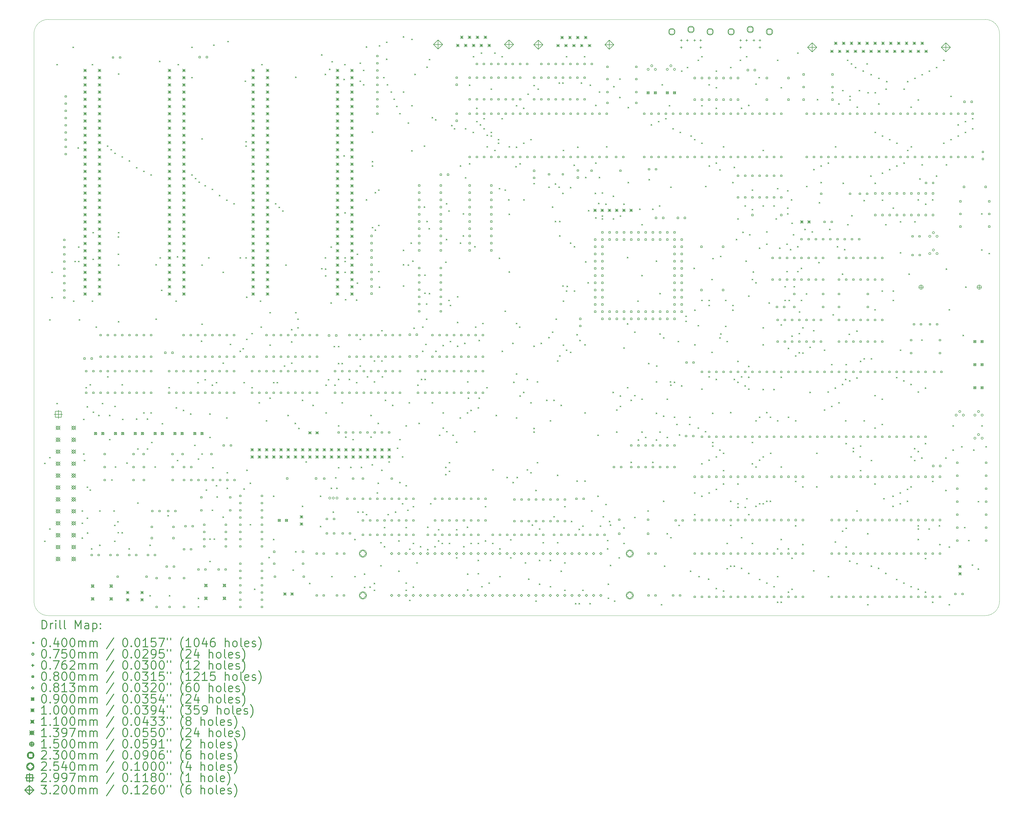
<source format=gbr>
%FSLAX45Y45*%
G04 Gerber Fmt 4.5, Leading zero omitted, Abs format (unit mm)*
G04 Created by KiCad (PCBNEW (5.1.10)-1) date 2021-09-08 15:57:16*
%MOMM*%
%LPD*%
G01*
G04 APERTURE LIST*
%TA.AperFunction,Profile*%
%ADD10C,0.050000*%
%TD*%
%ADD11C,0.200000*%
%ADD12C,0.300000*%
G04 APERTURE END LIST*
D10*
X39740400Y-24900000D02*
X39740400Y-4900000D01*
X6240400Y-25400000D02*
X39240400Y-25400000D01*
X5740400Y-4900000D02*
X5740400Y-24900000D01*
X39240400Y-4400000D02*
X6240400Y-4400000D01*
X39240400Y-4400000D02*
G75*
G02*
X39740400Y-4900000I0J-500000D01*
G01*
X5740400Y-4900000D02*
G75*
G02*
X6240400Y-4400000I500000J0D01*
G01*
X39740400Y-24900000D02*
G75*
G02*
X39240400Y-25400000I-500000J0D01*
G01*
X6240400Y-25400000D02*
G75*
G02*
X5740400Y-24900000I0J500000D01*
G01*
D11*
X6101400Y-20020600D02*
X6141400Y-20060600D01*
X6141400Y-20020600D02*
X6101400Y-20060600D01*
X6101400Y-22763800D02*
X6141400Y-22803800D01*
X6141400Y-22763800D02*
X6101400Y-22803800D01*
X6279200Y-14966000D02*
X6319200Y-15006000D01*
X6319200Y-14966000D02*
X6279200Y-15006000D01*
X6279200Y-19817400D02*
X6319200Y-19857400D01*
X6319200Y-19817400D02*
X6279200Y-19857400D01*
X6279200Y-22332000D02*
X6319200Y-22372000D01*
X6319200Y-22332000D02*
X6279200Y-22372000D01*
X6355400Y-13289600D02*
X6395400Y-13329600D01*
X6395400Y-13289600D02*
X6355400Y-13329600D01*
X6355400Y-14178600D02*
X6395400Y-14218600D01*
X6395400Y-14178600D02*
X6355400Y-14218600D01*
X6533200Y-5974400D02*
X6573200Y-6014400D01*
X6573200Y-5974400D02*
X6533200Y-6014400D01*
X6533200Y-17912400D02*
X6573200Y-17952400D01*
X6573200Y-17912400D02*
X6533200Y-17952400D01*
X7104700Y-5364800D02*
X7144700Y-5404800D01*
X7144700Y-5364800D02*
X7104700Y-5404800D01*
X7117400Y-14305600D02*
X7157400Y-14345600D01*
X7157400Y-14305600D02*
X7117400Y-14345600D01*
X7168201Y-12908600D02*
X7208201Y-12948600D01*
X7208201Y-12908600D02*
X7168201Y-12948600D01*
X7282500Y-8908100D02*
X7322500Y-8948100D01*
X7322500Y-8908100D02*
X7282500Y-8948100D01*
X7295200Y-12400600D02*
X7335200Y-12440600D01*
X7335200Y-12400600D02*
X7295200Y-12440600D01*
X7295200Y-12908600D02*
X7335200Y-12948600D01*
X7335200Y-12908600D02*
X7295200Y-12948600D01*
X7320600Y-14966000D02*
X7360600Y-15006000D01*
X7360600Y-14966000D02*
X7320600Y-15006000D01*
X7422200Y-21697000D02*
X7462200Y-21737000D01*
X7462200Y-21697000D02*
X7422200Y-21737000D01*
X7422200Y-22128800D02*
X7462200Y-22168800D01*
X7462200Y-22128800D02*
X7422200Y-22168800D01*
X7422200Y-22649500D02*
X7462200Y-22689500D01*
X7462200Y-22649500D02*
X7422200Y-22689500D01*
X7473000Y-18471200D02*
X7513000Y-18511200D01*
X7513000Y-18471200D02*
X7473000Y-18511200D01*
X7473000Y-19690400D02*
X7513000Y-19730400D01*
X7513000Y-19690400D02*
X7473000Y-19730400D01*
X7498400Y-19919000D02*
X7538400Y-19959000D01*
X7538400Y-19919000D02*
X7498400Y-19959000D01*
X7561900Y-17353600D02*
X7601900Y-17393600D01*
X7601900Y-17353600D02*
X7561900Y-17393600D01*
X7600000Y-18026700D02*
X7640000Y-18066700D01*
X7640000Y-18026700D02*
X7600000Y-18066700D01*
X7600000Y-20858800D02*
X7640000Y-20898800D01*
X7640000Y-20858800D02*
X7600000Y-20898800D01*
X7600000Y-21951000D02*
X7640000Y-21991000D01*
X7640000Y-21951000D02*
X7600000Y-21991000D01*
X7612700Y-22471700D02*
X7652700Y-22511700D01*
X7652700Y-22471700D02*
X7612700Y-22511700D01*
X7701600Y-17252000D02*
X7741600Y-17292000D01*
X7741600Y-17252000D02*
X7701600Y-17292000D01*
X7701600Y-20960400D02*
X7741600Y-21000400D01*
X7741600Y-20960400D02*
X7701600Y-21000400D01*
X7752400Y-23030500D02*
X7792400Y-23070500D01*
X7792400Y-23030500D02*
X7752400Y-23070500D01*
X7777800Y-5974400D02*
X7817800Y-6014400D01*
X7817800Y-5974400D02*
X7777800Y-6014400D01*
X7777800Y-14305600D02*
X7817800Y-14345600D01*
X7817800Y-14305600D02*
X7777800Y-14345600D01*
X7803200Y-11892599D02*
X7843200Y-11932599D01*
X7843200Y-11892599D02*
X7803200Y-11932599D01*
X7803200Y-12832400D02*
X7843200Y-12872400D01*
X7843200Y-12832400D02*
X7803200Y-12872400D01*
X7815900Y-18217200D02*
X7855900Y-18257200D01*
X7855900Y-18217200D02*
X7815900Y-18257200D01*
X7917500Y-15220000D02*
X7957500Y-15260000D01*
X7957500Y-15220000D02*
X7917500Y-15260000D01*
X8006400Y-18331500D02*
X8046400Y-18371500D01*
X8046400Y-18331500D02*
X8006400Y-18371500D01*
X8044500Y-21697000D02*
X8084500Y-21737000D01*
X8084500Y-21697000D02*
X8044500Y-21737000D01*
X8044500Y-22903500D02*
X8084500Y-22943500D01*
X8084500Y-22903500D02*
X8044500Y-22943500D01*
X8133400Y-17912400D02*
X8173400Y-17952400D01*
X8173400Y-17912400D02*
X8133400Y-17952400D01*
X8311200Y-8844600D02*
X8351200Y-8884600D01*
X8351200Y-8844600D02*
X8311200Y-8884600D01*
X8323900Y-16972600D02*
X8363900Y-17012600D01*
X8363900Y-16972600D02*
X8323900Y-17012600D01*
X8387400Y-18331500D02*
X8427400Y-18371500D01*
X8427400Y-18331500D02*
X8387400Y-18371500D01*
X8387400Y-19182400D02*
X8427400Y-19222400D01*
X8427400Y-19182400D02*
X8387400Y-19222400D01*
X8438200Y-8971600D02*
X8478200Y-9011600D01*
X8478200Y-8971600D02*
X8438200Y-9011600D01*
X8463600Y-20604800D02*
X8503600Y-20644800D01*
X8503600Y-20604800D02*
X8463600Y-20644800D01*
X8539800Y-21697000D02*
X8579800Y-21737000D01*
X8579800Y-21697000D02*
X8539800Y-21737000D01*
X8565200Y-22205000D02*
X8605200Y-22245000D01*
X8605200Y-22205000D02*
X8565200Y-22245000D01*
X8565200Y-22763800D02*
X8605200Y-22803800D01*
X8605200Y-22763800D02*
X8565200Y-22803800D01*
X8577900Y-9098600D02*
X8617900Y-9138600D01*
X8617900Y-9098600D02*
X8577900Y-9138600D01*
X8577900Y-18014000D02*
X8617900Y-18054000D01*
X8617900Y-18014000D02*
X8577900Y-18054000D01*
X8590600Y-20147600D02*
X8630600Y-20187600D01*
X8630600Y-20147600D02*
X8590600Y-20187600D01*
X8679500Y-22078000D02*
X8719500Y-22118000D01*
X8719500Y-22078000D02*
X8679500Y-22118000D01*
X8689000Y-22459000D02*
X8729000Y-22499000D01*
X8729000Y-22459000D02*
X8689000Y-22499000D01*
X8692200Y-12045000D02*
X8732200Y-12085000D01*
X8732200Y-12045000D02*
X8692200Y-12085000D01*
X8692200Y-12654600D02*
X8732200Y-12694600D01*
X8732200Y-12654600D02*
X8692200Y-12694600D01*
X8704900Y-6304600D02*
X8744900Y-6344600D01*
X8744900Y-6304600D02*
X8704900Y-6344600D01*
X8704900Y-11892600D02*
X8744900Y-11932600D01*
X8744900Y-11892600D02*
X8704900Y-11932600D01*
X8704900Y-13035600D02*
X8744900Y-13075600D01*
X8744900Y-13035600D02*
X8704900Y-13075600D01*
X8704900Y-15029499D02*
X8744900Y-15069499D01*
X8744900Y-15029499D02*
X8704900Y-15069499D01*
X8830000Y-22460000D02*
X8870000Y-22500000D01*
X8870000Y-22460000D02*
X8830000Y-22500000D01*
X8831900Y-9225600D02*
X8871900Y-9265600D01*
X8871900Y-9225600D02*
X8831900Y-9265600D01*
X8831900Y-17252000D02*
X8871900Y-17292000D01*
X8871900Y-17252000D02*
X8831900Y-17292000D01*
X8844600Y-18471200D02*
X8884600Y-18511200D01*
X8884600Y-18471200D02*
X8844600Y-18511200D01*
X8997000Y-20007900D02*
X9037000Y-20047900D01*
X9037000Y-20007900D02*
X8997000Y-20047900D01*
X9073200Y-23030500D02*
X9113200Y-23070500D01*
X9113200Y-23030500D02*
X9073200Y-23070500D01*
X9085900Y-9365300D02*
X9125900Y-9405300D01*
X9125900Y-9365300D02*
X9085900Y-9405300D01*
X9339900Y-9606600D02*
X9379900Y-9646600D01*
X9379900Y-9606600D02*
X9339900Y-9646600D01*
X9339900Y-18458500D02*
X9379900Y-18498500D01*
X9379900Y-18458500D02*
X9339900Y-18498500D01*
X9378000Y-19512600D02*
X9418000Y-19552600D01*
X9418000Y-19512600D02*
X9378000Y-19552600D01*
X9378000Y-21417600D02*
X9418000Y-21457600D01*
X9418000Y-21417600D02*
X9378000Y-21457600D01*
X9593899Y-18242600D02*
X9633899Y-18282600D01*
X9633899Y-18242600D02*
X9593899Y-18282600D01*
X9593900Y-9733600D02*
X9633900Y-9773600D01*
X9633900Y-9733600D02*
X9593900Y-9773600D01*
X9720900Y-18458500D02*
X9760900Y-18498500D01*
X9760900Y-18458500D02*
X9720900Y-18498500D01*
X9720900Y-19512600D02*
X9760900Y-19552600D01*
X9760900Y-19512600D02*
X9720900Y-19552600D01*
X9809800Y-22903500D02*
X9849800Y-22943500D01*
X9849800Y-22903500D02*
X9809800Y-22943500D01*
X9809800Y-24681500D02*
X9849800Y-24721500D01*
X9849800Y-24681500D02*
X9809800Y-24721500D01*
X9847900Y-9860600D02*
X9887900Y-9900600D01*
X9887900Y-9860600D02*
X9847900Y-9900600D01*
X9847901Y-18242600D02*
X9887901Y-18282600D01*
X9887901Y-18242600D02*
X9847901Y-18282600D01*
X9873300Y-19284000D02*
X9913300Y-19324000D01*
X9913300Y-19284000D02*
X9873300Y-19324000D01*
X9987600Y-20147600D02*
X10027600Y-20187600D01*
X10027600Y-20147600D02*
X9987600Y-20187600D01*
X10025700Y-13022900D02*
X10065700Y-13062900D01*
X10065700Y-13022900D02*
X10025700Y-13062900D01*
X10025700Y-14940600D02*
X10065700Y-14980600D01*
X10065700Y-14940600D02*
X10025700Y-14980600D01*
X10152700Y-5860100D02*
X10192700Y-5900100D01*
X10192700Y-5860100D02*
X10152700Y-5900100D01*
X10165400Y-12781600D02*
X10205400Y-12821600D01*
X10205400Y-12781600D02*
X10165400Y-12821600D01*
X10216200Y-13924600D02*
X10256200Y-13964600D01*
X10256200Y-13924600D02*
X10216200Y-13964600D01*
X10241600Y-18623600D02*
X10281600Y-18663600D01*
X10281600Y-18623600D02*
X10241600Y-18663600D01*
X10444800Y-21862100D02*
X10484800Y-21902100D01*
X10484800Y-21862100D02*
X10444800Y-21902100D01*
X10482900Y-17353600D02*
X10522900Y-17393600D01*
X10522900Y-17353600D02*
X10482900Y-17393600D01*
X10495600Y-24681500D02*
X10535600Y-24721500D01*
X10535600Y-24681500D02*
X10495600Y-24721500D01*
X10724200Y-14305600D02*
X10764200Y-14345600D01*
X10764200Y-14305600D02*
X10724200Y-14345600D01*
X10736900Y-18064800D02*
X10776900Y-18104800D01*
X10776900Y-18064800D02*
X10736900Y-18104800D01*
X10775000Y-12743500D02*
X10815000Y-12783500D01*
X10815000Y-12743500D02*
X10775000Y-12783500D01*
X10775000Y-19919000D02*
X10815000Y-19959000D01*
X10815000Y-19919000D02*
X10775000Y-19959000D01*
X10800400Y-5974400D02*
X10840400Y-6014400D01*
X10840400Y-5974400D02*
X10800400Y-6014400D01*
X10990900Y-18153700D02*
X11030900Y-18193700D01*
X11030900Y-18153700D02*
X10990900Y-18193700D01*
X11244900Y-18280700D02*
X11284900Y-18320700D01*
X11284900Y-18280700D02*
X11244900Y-18320700D01*
X11283000Y-5364800D02*
X11323000Y-5404800D01*
X11323000Y-5364800D02*
X11283000Y-5404800D01*
X11283000Y-6431600D02*
X11323000Y-6471600D01*
X11323000Y-6431600D02*
X11283000Y-6471600D01*
X11283000Y-9860600D02*
X11323000Y-9900600D01*
X11323000Y-9860600D02*
X11283000Y-9900600D01*
X11384600Y-19385600D02*
X11424600Y-19425600D01*
X11424600Y-19385600D02*
X11384600Y-19425600D01*
X11410000Y-9987600D02*
X11450000Y-10027600D01*
X11450000Y-9987600D02*
X11410000Y-10027600D01*
X11498900Y-17175800D02*
X11538900Y-17215800D01*
X11538900Y-17175800D02*
X11498900Y-17215800D01*
X11511600Y-19868200D02*
X11551600Y-19908200D01*
X11551600Y-19868200D02*
X11511600Y-19908200D01*
X11511600Y-24771600D02*
X11551600Y-24811600D01*
X11551600Y-24771600D02*
X11511600Y-24811600D01*
X11511600Y-25075200D02*
X11551600Y-25115200D01*
X11551600Y-25075200D02*
X11511600Y-25115200D01*
X11537000Y-10114600D02*
X11577000Y-10154600D01*
X11577000Y-10114600D02*
X11537000Y-10154600D01*
X11625900Y-15715300D02*
X11665900Y-15755300D01*
X11665900Y-15715300D02*
X11625900Y-15755300D01*
X11638600Y-8590600D02*
X11678600Y-8630600D01*
X11678600Y-8590600D02*
X11638600Y-8630600D01*
X11638600Y-13035600D02*
X11678600Y-13075600D01*
X11678600Y-13035600D02*
X11638600Y-13075600D01*
X11638600Y-15118399D02*
X11678600Y-15158399D01*
X11678600Y-15118399D02*
X11638600Y-15158399D01*
X11638600Y-19690400D02*
X11678600Y-19730400D01*
X11678600Y-19690400D02*
X11638600Y-19730400D01*
X11752900Y-10241600D02*
X11792900Y-10281600D01*
X11792900Y-10241600D02*
X11752900Y-10281600D01*
X11752900Y-17074200D02*
X11792900Y-17114200D01*
X11792900Y-17074200D02*
X11752900Y-17114200D01*
X11791000Y-20960400D02*
X11831000Y-21000400D01*
X11831000Y-20960400D02*
X11791000Y-21000400D01*
X11879900Y-12781600D02*
X11919900Y-12821600D01*
X11919900Y-12781600D02*
X11879900Y-12821600D01*
X11918000Y-18280699D02*
X11958000Y-18320699D01*
X11958000Y-18280699D02*
X11918000Y-18320699D01*
X11918000Y-19106200D02*
X11958000Y-19146200D01*
X11958000Y-19106200D02*
X11918000Y-19146200D01*
X11918000Y-22687600D02*
X11958000Y-22727600D01*
X11958000Y-22687600D02*
X11918000Y-22727600D01*
X11918000Y-23475000D02*
X11958000Y-23515000D01*
X11958000Y-23475000D02*
X11918000Y-23515000D01*
X12006900Y-10368600D02*
X12046900Y-10408600D01*
X12046900Y-10368600D02*
X12006900Y-10408600D01*
X12006900Y-17264700D02*
X12046900Y-17304700D01*
X12046900Y-17264700D02*
X12006900Y-17304700D01*
X12006900Y-21671600D02*
X12046900Y-21711600D01*
X12046900Y-21671600D02*
X12006900Y-21711600D01*
X12019600Y-20173000D02*
X12059600Y-20213000D01*
X12059600Y-20173000D02*
X12019600Y-20213000D01*
X12057700Y-5288600D02*
X12097700Y-5328600D01*
X12097700Y-5288600D02*
X12057700Y-5328600D01*
X12070400Y-22687600D02*
X12110400Y-22727600D01*
X12110400Y-22687600D02*
X12070400Y-22727600D01*
X12146599Y-20808000D02*
X12186599Y-20848000D01*
X12186599Y-20808000D02*
X12146599Y-20848000D01*
X12146600Y-17175800D02*
X12186600Y-17215800D01*
X12186600Y-17175800D02*
X12146600Y-17215800D01*
X12172000Y-21201700D02*
X12212000Y-21241700D01*
X12212000Y-21201700D02*
X12172000Y-21241700D01*
X12260900Y-10584500D02*
X12300900Y-10624500D01*
X12300900Y-10584500D02*
X12260900Y-10624500D01*
X12387900Y-13289600D02*
X12427900Y-13329600D01*
X12427900Y-13289600D02*
X12387900Y-13329600D01*
X12387900Y-16490000D02*
X12427900Y-16530000D01*
X12427900Y-16490000D02*
X12387900Y-16530000D01*
X12387900Y-21912900D02*
X12427900Y-21952900D01*
X12427900Y-21912900D02*
X12387900Y-21952900D01*
X12514900Y-10749600D02*
X12554900Y-10789600D01*
X12554900Y-10749600D02*
X12514900Y-10789600D01*
X12514900Y-18420400D02*
X12554900Y-18460400D01*
X12554900Y-18420400D02*
X12514900Y-18460400D01*
X12527600Y-20350800D02*
X12567600Y-20390800D01*
X12567600Y-20350800D02*
X12527600Y-20390800D01*
X12527600Y-20896900D02*
X12567600Y-20936900D01*
X12567600Y-20896900D02*
X12527600Y-20936900D01*
X12553000Y-5161600D02*
X12593000Y-5201600D01*
X12593000Y-5161600D02*
X12553000Y-5201600D01*
X12641900Y-15829600D02*
X12681900Y-15869600D01*
X12681900Y-15829600D02*
X12641900Y-15869600D01*
X12768900Y-10876600D02*
X12808900Y-10916600D01*
X12808900Y-10876600D02*
X12768900Y-10916600D01*
X12984800Y-12781600D02*
X13024800Y-12821600D01*
X13024800Y-12781600D02*
X12984800Y-12821600D01*
X12984800Y-16070900D02*
X13024800Y-16110900D01*
X13024800Y-16070900D02*
X12984800Y-16110900D01*
X13086400Y-15982000D02*
X13126400Y-16022000D01*
X13126400Y-15982000D02*
X13086400Y-16022000D01*
X13124500Y-17175800D02*
X13164500Y-17215800D01*
X13164500Y-17175800D02*
X13124500Y-17215800D01*
X13124500Y-20922300D02*
X13164500Y-20962300D01*
X13164500Y-20922300D02*
X13124500Y-20962300D01*
X13162600Y-6558600D02*
X13202600Y-6598600D01*
X13202600Y-6558600D02*
X13162600Y-6598600D01*
X13188000Y-8692200D02*
X13228000Y-8732200D01*
X13228000Y-8692200D02*
X13188000Y-8732200D01*
X13188000Y-8844600D02*
X13228000Y-8884600D01*
X13228000Y-8844600D02*
X13188000Y-8884600D01*
X13188000Y-12781600D02*
X13228000Y-12821600D01*
X13228000Y-12781600D02*
X13188000Y-12821600D01*
X13213400Y-14165900D02*
X13253400Y-14205900D01*
X13253400Y-14165900D02*
X13213400Y-14205900D01*
X13213401Y-15651800D02*
X13253401Y-15691800D01*
X13253401Y-15651800D02*
X13213401Y-15691800D01*
X13226100Y-20261900D02*
X13266100Y-20301900D01*
X13266100Y-20261900D02*
X13226100Y-20301900D01*
X13340400Y-20719100D02*
X13380400Y-20759100D01*
X13380400Y-20719100D02*
X13340400Y-20759100D01*
X13340400Y-22179600D02*
X13380400Y-22219600D01*
X13380400Y-22179600D02*
X13340400Y-22219600D01*
X13403900Y-15448600D02*
X13443900Y-15488600D01*
X13443900Y-15448600D02*
X13403900Y-15488600D01*
X13403900Y-17353600D02*
X13443900Y-17393600D01*
X13443900Y-17353600D02*
X13403900Y-17393600D01*
X13492800Y-24452900D02*
X13532800Y-24492900D01*
X13532800Y-24452900D02*
X13492800Y-24492900D01*
X13657900Y-17887000D02*
X13697900Y-17927000D01*
X13697900Y-17887000D02*
X13657900Y-17927000D01*
X13696000Y-14305600D02*
X13736000Y-14345600D01*
X13736000Y-14305600D02*
X13696000Y-14345600D01*
X13721400Y-15220000D02*
X13761400Y-15260000D01*
X13761400Y-15220000D02*
X13721400Y-15260000D01*
X13746800Y-5974400D02*
X13786800Y-6014400D01*
X13786800Y-5974400D02*
X13746800Y-6014400D01*
X13911900Y-18522000D02*
X13951900Y-18562000D01*
X13951900Y-18522000D02*
X13911900Y-18562000D01*
X14000800Y-23335300D02*
X14040800Y-23375300D01*
X14040800Y-23335300D02*
X14000800Y-23375300D01*
X14038900Y-14712000D02*
X14078900Y-14752000D01*
X14078900Y-14712000D02*
X14038900Y-14752000D01*
X14038900Y-15855000D02*
X14078900Y-15895000D01*
X14078900Y-15855000D02*
X14038900Y-15895000D01*
X14038900Y-17721900D02*
X14078900Y-17761900D01*
X14078900Y-17721900D02*
X14038900Y-17761900D01*
X14165900Y-17175799D02*
X14205900Y-17215799D01*
X14205900Y-17175799D02*
X14165900Y-17215799D01*
X14165900Y-21176300D02*
X14205900Y-21216300D01*
X14205900Y-21176300D02*
X14165900Y-21216300D01*
X14165900Y-22700300D02*
X14205900Y-22740300D01*
X14205900Y-22700300D02*
X14165900Y-22740300D01*
X14229400Y-10876600D02*
X14269400Y-10916600D01*
X14269400Y-10876600D02*
X14229400Y-10916600D01*
X14292900Y-17175800D02*
X14332900Y-17215800D01*
X14332900Y-17175800D02*
X14292900Y-17215800D01*
X14356400Y-11003600D02*
X14396400Y-11043600D01*
X14396400Y-11003600D02*
X14356400Y-11043600D01*
X14483400Y-11130600D02*
X14523400Y-11170600D01*
X14523400Y-11130600D02*
X14483400Y-11170600D01*
X14546900Y-16591600D02*
X14586900Y-16631600D01*
X14586900Y-16591600D02*
X14546900Y-16631600D01*
X14597700Y-13035600D02*
X14637700Y-13075600D01*
X14637700Y-13035600D02*
X14597700Y-13075600D01*
X14673900Y-18331500D02*
X14713900Y-18371500D01*
X14713900Y-18331500D02*
X14673900Y-18371500D01*
X14800900Y-15308900D02*
X14840900Y-15348900D01*
X14840900Y-15308900D02*
X14800900Y-15348900D01*
X14800900Y-15740700D02*
X14840900Y-15780700D01*
X14840900Y-15740700D02*
X14800900Y-15780700D01*
X14800900Y-16490000D02*
X14840900Y-16530000D01*
X14840900Y-16490000D02*
X14800900Y-16530000D01*
X14851700Y-23779800D02*
X14891700Y-23819800D01*
X14891700Y-23779800D02*
X14851700Y-23819800D01*
X14927900Y-18610900D02*
X14967900Y-18650900D01*
X14967900Y-18610900D02*
X14927900Y-18650900D01*
X14940600Y-6418900D02*
X14980600Y-6458900D01*
X14980600Y-6418900D02*
X14940600Y-6458900D01*
X14940600Y-14712000D02*
X14980600Y-14752000D01*
X14980600Y-14712000D02*
X14940600Y-14752000D01*
X14940600Y-23132100D02*
X14980600Y-23172100D01*
X14980600Y-23132100D02*
X14940600Y-23172100D01*
X15016800Y-14940600D02*
X15056800Y-14980600D01*
X15056800Y-14940600D02*
X15016800Y-14980600D01*
X15016800Y-15245400D02*
X15056800Y-15285400D01*
X15056800Y-15245400D02*
X15016800Y-15285400D01*
X15054900Y-18788700D02*
X15094900Y-18828700D01*
X15094900Y-18788700D02*
X15054900Y-18828700D01*
X15181900Y-17798100D02*
X15221900Y-17838100D01*
X15221900Y-17798100D02*
X15181900Y-17838100D01*
X15181900Y-21531900D02*
X15221900Y-21571900D01*
X15221900Y-21531900D02*
X15181900Y-21571900D01*
X15308900Y-19969800D02*
X15348900Y-20009800D01*
X15348900Y-19969800D02*
X15308900Y-20009800D01*
X15435900Y-24248861D02*
X15475900Y-24288861D01*
X15475900Y-24248861D02*
X15435900Y-24288861D01*
X15550200Y-17975900D02*
X15590200Y-18015900D01*
X15590200Y-17975900D02*
X15550200Y-18015900D01*
X15816900Y-21176300D02*
X15856900Y-21216300D01*
X15856900Y-21176300D02*
X15816900Y-21216300D01*
X15816900Y-22243100D02*
X15856900Y-22283100D01*
X15856900Y-22243100D02*
X15816900Y-22283100D01*
X15855000Y-5631500D02*
X15895000Y-5671500D01*
X15895000Y-5631500D02*
X15855000Y-5671500D01*
X15855000Y-13162600D02*
X15895000Y-13202600D01*
X15895000Y-13162600D02*
X15855000Y-13202600D01*
X15982000Y-6317300D02*
X16022000Y-6357300D01*
X16022000Y-6317300D02*
X15982000Y-6357300D01*
X15982000Y-12781600D02*
X16022000Y-12821600D01*
X16022000Y-12781600D02*
X15982000Y-12821600D01*
X15994700Y-13175300D02*
X16034700Y-13215300D01*
X16034700Y-13175300D02*
X15994700Y-13215300D01*
X15994700Y-13416600D02*
X16034700Y-13456600D01*
X16034700Y-13416600D02*
X15994700Y-13456600D01*
X16007400Y-17264700D02*
X16047400Y-17304700D01*
X16047400Y-17264700D02*
X16007400Y-17304700D01*
X16007400Y-18242600D02*
X16047400Y-18282600D01*
X16047400Y-18242600D02*
X16007400Y-18282600D01*
X16096300Y-17074200D02*
X16136300Y-17114200D01*
X16136300Y-17074200D02*
X16096300Y-17114200D01*
X16134400Y-6139500D02*
X16174400Y-6179500D01*
X16174400Y-6139500D02*
X16134400Y-6179500D01*
X16185200Y-12400600D02*
X16225200Y-12440600D01*
X16225200Y-12400600D02*
X16185200Y-12440600D01*
X16185200Y-14369100D02*
X16225200Y-14409100D01*
X16225200Y-14369100D02*
X16185200Y-14409100D01*
X16197900Y-20896900D02*
X16237900Y-20936900D01*
X16237900Y-20896900D02*
X16197900Y-20936900D01*
X16210600Y-24008400D02*
X16250600Y-24048400D01*
X16250600Y-24008400D02*
X16210600Y-24048400D01*
X16223300Y-5872800D02*
X16263300Y-5912800D01*
X16263300Y-5872800D02*
X16223300Y-5912800D01*
X16261400Y-21735100D02*
X16301400Y-21775100D01*
X16301400Y-21735100D02*
X16261400Y-21775100D01*
X16299500Y-15905800D02*
X16339500Y-15945800D01*
X16339500Y-15905800D02*
X16299500Y-15945800D01*
X16324900Y-17264700D02*
X16364900Y-17304700D01*
X16364900Y-17264700D02*
X16324900Y-17304700D01*
X16350300Y-20528600D02*
X16390300Y-20568600D01*
X16390300Y-20528600D02*
X16350300Y-20568600D01*
X16388400Y-20896900D02*
X16428400Y-20936900D01*
X16428400Y-20896900D02*
X16388400Y-20936900D01*
X16451900Y-15905800D02*
X16491900Y-15945800D01*
X16491900Y-15905800D02*
X16451900Y-15945800D01*
X16451900Y-16502700D02*
X16491900Y-16542700D01*
X16491900Y-16502700D02*
X16451900Y-16542700D01*
X16451900Y-17061500D02*
X16491900Y-17101500D01*
X16491900Y-17061500D02*
X16451900Y-17101500D01*
X16451900Y-18699800D02*
X16491900Y-18739800D01*
X16491900Y-18699800D02*
X16451900Y-18739800D01*
X16451900Y-20173000D02*
X16491900Y-20213000D01*
X16491900Y-20173000D02*
X16451900Y-20213000D01*
X16578900Y-16502700D02*
X16618900Y-16542700D01*
X16618900Y-16502700D02*
X16578900Y-16542700D01*
X16578900Y-17887000D02*
X16618900Y-17927000D01*
X16618900Y-17887000D02*
X16578900Y-17927000D01*
X16642400Y-6495100D02*
X16682400Y-6535100D01*
X16682400Y-6495100D02*
X16642400Y-6535100D01*
X16642400Y-9187500D02*
X16682400Y-9227500D01*
X16682400Y-9187500D02*
X16642400Y-9227500D01*
X16667800Y-5974400D02*
X16707800Y-6014400D01*
X16707800Y-5974400D02*
X16667800Y-6014400D01*
X16680500Y-11194100D02*
X16720500Y-11234100D01*
X16720500Y-11194100D02*
X16680500Y-11234100D01*
X16680500Y-12781600D02*
X16720500Y-12821600D01*
X16720500Y-12781600D02*
X16680500Y-12821600D01*
X16680500Y-12908600D02*
X16720500Y-12948600D01*
X16720500Y-12908600D02*
X16680500Y-12948600D01*
X16680500Y-13289600D02*
X16720500Y-13329600D01*
X16720500Y-13289600D02*
X16680500Y-13329600D01*
X16693200Y-14254800D02*
X16733200Y-14294800D01*
X16733200Y-14254800D02*
X16693200Y-14294800D01*
X16705900Y-19093500D02*
X16745900Y-19133500D01*
X16745900Y-19093500D02*
X16705900Y-19133500D01*
X16832900Y-17061500D02*
X16872900Y-17101500D01*
X16872900Y-17061500D02*
X16832900Y-17101500D01*
X16883700Y-20160300D02*
X16923700Y-20200300D01*
X16923700Y-20160300D02*
X16883700Y-20200300D01*
X16959900Y-19182400D02*
X16999900Y-19222400D01*
X16999900Y-19182400D02*
X16959900Y-19222400D01*
X17023400Y-22700300D02*
X17063400Y-22740300D01*
X17063400Y-22700300D02*
X17023400Y-22740300D01*
X17023400Y-24008400D02*
X17063400Y-24048400D01*
X17063400Y-24008400D02*
X17023400Y-24048400D01*
X17086900Y-14267500D02*
X17126900Y-14307500D01*
X17126900Y-14267500D02*
X17086900Y-14307500D01*
X17086900Y-17175800D02*
X17126900Y-17215800D01*
X17126900Y-17175800D02*
X17086900Y-17215800D01*
X17112300Y-12654600D02*
X17152300Y-12694600D01*
X17152300Y-12654600D02*
X17112300Y-12694600D01*
X17112300Y-13670600D02*
X17152300Y-13710600D01*
X17152300Y-13670600D02*
X17112300Y-13710600D01*
X17137700Y-21735100D02*
X17177700Y-21775100D01*
X17177700Y-21735100D02*
X17137700Y-21775100D01*
X17212460Y-6558600D02*
X17252460Y-6598600D01*
X17252460Y-6558600D02*
X17212460Y-6598600D01*
X17213900Y-5923600D02*
X17253900Y-5963600D01*
X17253900Y-5923600D02*
X17213900Y-5963600D01*
X17213900Y-15651800D02*
X17253900Y-15691800D01*
X17253900Y-15651800D02*
X17213900Y-15691800D01*
X17213900Y-16591600D02*
X17253900Y-16631600D01*
X17253900Y-16591600D02*
X17213900Y-16631600D01*
X17252000Y-20160300D02*
X17292000Y-20200300D01*
X17292000Y-20160300D02*
X17252000Y-20200300D01*
X17302800Y-21735100D02*
X17342800Y-21775100D01*
X17342800Y-21735100D02*
X17302800Y-21775100D01*
X17328200Y-6177600D02*
X17368200Y-6217600D01*
X17368200Y-6177600D02*
X17328200Y-6217600D01*
X17328200Y-6685600D02*
X17368200Y-6725600D01*
X17368200Y-6685600D02*
X17328200Y-6725600D01*
X17366300Y-23919500D02*
X17406300Y-23959500D01*
X17406300Y-23919500D02*
X17366300Y-23959500D01*
X17366300Y-24389400D02*
X17406300Y-24429400D01*
X17406300Y-24389400D02*
X17366300Y-24429400D01*
X17429800Y-5352100D02*
X17469800Y-5392100D01*
X17469800Y-5352100D02*
X17429800Y-5392100D01*
X17429800Y-10736900D02*
X17469800Y-10776900D01*
X17469800Y-10736900D02*
X17429800Y-10776900D01*
X17429800Y-21824000D02*
X17469800Y-21864000D01*
X17469800Y-21824000D02*
X17429800Y-21864000D01*
X17467900Y-16972600D02*
X17507900Y-17012600D01*
X17507900Y-16972600D02*
X17467900Y-17012600D01*
X17556800Y-24376700D02*
X17596800Y-24416700D01*
X17596800Y-24376700D02*
X17556800Y-24416700D01*
X17594900Y-18331500D02*
X17634900Y-18371500D01*
X17634900Y-18331500D02*
X17594900Y-18371500D01*
X17594900Y-19093500D02*
X17634900Y-19133500D01*
X17634900Y-19093500D02*
X17594900Y-19133500D01*
X17633000Y-20071401D02*
X17673000Y-20111401D01*
X17673000Y-20071401D02*
X17633000Y-20111401D01*
X17645700Y-8349300D02*
X17685700Y-8389300D01*
X17685700Y-8349300D02*
X17645700Y-8389300D01*
X17645700Y-9390700D02*
X17685700Y-9430700D01*
X17685700Y-9390700D02*
X17645700Y-9430700D01*
X17645700Y-9543100D02*
X17685700Y-9583100D01*
X17685700Y-9543100D02*
X17645700Y-9583100D01*
X17645700Y-11714800D02*
X17685700Y-11754800D01*
X17685700Y-11714800D02*
X17645700Y-11754800D01*
X17709200Y-16413800D02*
X17749200Y-16453800D01*
X17749200Y-16413800D02*
X17709200Y-16453800D01*
X17709200Y-17150400D02*
X17749200Y-17190400D01*
X17749200Y-17150400D02*
X17709200Y-17190400D01*
X17709200Y-24248861D02*
X17749200Y-24288861D01*
X17749200Y-24248861D02*
X17709200Y-24288861D01*
X17709200Y-24491000D02*
X17749200Y-24531000D01*
X17749200Y-24491000D02*
X17709200Y-24531000D01*
X17747300Y-10482900D02*
X17787300Y-10522900D01*
X17787300Y-10482900D02*
X17747300Y-10522900D01*
X17747300Y-11803700D02*
X17787300Y-11843700D01*
X17787300Y-11803700D02*
X17747300Y-11843700D01*
X17810800Y-21062000D02*
X17850800Y-21102000D01*
X17850800Y-21062000D02*
X17810800Y-21102000D01*
X17848900Y-18610900D02*
X17888900Y-18650900D01*
X17888900Y-18610900D02*
X17848900Y-18650900D01*
X17848900Y-20719100D02*
X17888900Y-20759100D01*
X17888900Y-20719100D02*
X17848900Y-20759100D01*
X17861600Y-10394000D02*
X17901600Y-10434000D01*
X17901600Y-10394000D02*
X17861600Y-10434000D01*
X17861600Y-11638600D02*
X17901600Y-11678600D01*
X17901600Y-11638600D02*
X17861600Y-11678600D01*
X17861600Y-13264200D02*
X17901600Y-13304200D01*
X17901600Y-13264200D02*
X17861600Y-13304200D01*
X17887000Y-5314000D02*
X17927000Y-5354000D01*
X17927000Y-5314000D02*
X17887000Y-5354000D01*
X17887000Y-13810300D02*
X17927000Y-13850300D01*
X17927000Y-13810300D02*
X17887000Y-13850300D01*
X17937800Y-22814600D02*
X17977800Y-22854600D01*
X17977800Y-22814600D02*
X17937800Y-22854600D01*
X17937800Y-23627400D02*
X17977800Y-23667400D01*
X17977800Y-23627400D02*
X17937800Y-23667400D01*
X17975900Y-15347000D02*
X18015900Y-15387000D01*
X18015900Y-15347000D02*
X17975900Y-15387000D01*
X17975900Y-16413800D02*
X18015900Y-16453800D01*
X18015900Y-16413800D02*
X17975900Y-16453800D01*
X17975900Y-20261900D02*
X18015900Y-20301900D01*
X18015900Y-20261900D02*
X17975900Y-20301900D01*
X17988600Y-16972600D02*
X18028600Y-17012600D01*
X18028600Y-16972600D02*
X17988600Y-17012600D01*
X18039400Y-6431600D02*
X18079400Y-6471600D01*
X18079400Y-6431600D02*
X18039400Y-6471600D01*
X18064800Y-22281200D02*
X18104800Y-22321200D01*
X18104800Y-22281200D02*
X18064800Y-22321200D01*
X18064800Y-22954300D02*
X18104800Y-22994300D01*
X18104800Y-22954300D02*
X18064800Y-22994300D01*
X18102900Y-17798100D02*
X18142900Y-17838100D01*
X18142900Y-17798100D02*
X18102900Y-17838100D01*
X18141000Y-5187000D02*
X18181000Y-5227000D01*
X18181000Y-5187000D02*
X18141000Y-5227000D01*
X18141000Y-5783900D02*
X18181000Y-5823900D01*
X18181000Y-5783900D02*
X18141000Y-5823900D01*
X18166400Y-6685600D02*
X18206400Y-6725600D01*
X18206400Y-6685600D02*
X18166400Y-6725600D01*
X18191800Y-21824000D02*
X18231800Y-21864000D01*
X18231800Y-21824000D02*
X18191800Y-21864000D01*
X18229900Y-19969800D02*
X18269900Y-20009800D01*
X18269900Y-19969800D02*
X18229900Y-20009800D01*
X18306100Y-6939600D02*
X18346100Y-6979600D01*
X18346100Y-6939600D02*
X18306100Y-6979600D01*
X18356900Y-17975900D02*
X18396900Y-18015900D01*
X18396900Y-17975900D02*
X18356900Y-18015900D01*
X18407700Y-7193600D02*
X18447700Y-7233600D01*
X18447700Y-7193600D02*
X18407700Y-7233600D01*
X18458500Y-21735100D02*
X18498500Y-21775100D01*
X18498500Y-21735100D02*
X18458500Y-21775100D01*
X18496600Y-7447600D02*
X18536600Y-7487600D01*
X18536600Y-7447600D02*
X18496600Y-7487600D01*
X18522000Y-19487200D02*
X18562000Y-19527200D01*
X18562000Y-19487200D02*
X18522000Y-19527200D01*
X18572800Y-22751100D02*
X18612800Y-22791100D01*
X18612800Y-22751100D02*
X18572800Y-22791100D01*
X18572800Y-23817900D02*
X18612800Y-23857900D01*
X18612800Y-23817900D02*
X18572800Y-23857900D01*
X18610900Y-7701600D02*
X18650900Y-7741600D01*
X18650900Y-7701600D02*
X18610900Y-7741600D01*
X18610900Y-19182400D02*
X18650900Y-19222400D01*
X18650900Y-19182400D02*
X18610900Y-19222400D01*
X18610900Y-20693700D02*
X18650900Y-20733700D01*
X18650900Y-20693700D02*
X18610900Y-20733700D01*
X18699800Y-19792000D02*
X18739800Y-19832000D01*
X18739800Y-19792000D02*
X18699800Y-19832000D01*
X18699800Y-21443000D02*
X18739800Y-21483000D01*
X18739800Y-21443000D02*
X18699800Y-21483000D01*
X18737900Y-4996500D02*
X18777900Y-5036500D01*
X18777900Y-4996500D02*
X18737900Y-5036500D01*
X18737900Y-6939600D02*
X18777900Y-6979600D01*
X18777900Y-6939600D02*
X18737900Y-6979600D01*
X18737900Y-12514900D02*
X18777900Y-12554900D01*
X18777900Y-12514900D02*
X18737900Y-12554900D01*
X18737900Y-13022900D02*
X18777900Y-13062900D01*
X18777900Y-13022900D02*
X18737900Y-13062900D01*
X18737900Y-13772200D02*
X18777900Y-13812200D01*
X18777900Y-13772200D02*
X18737900Y-13812200D01*
X18826800Y-18699800D02*
X18866800Y-18739800D01*
X18866800Y-18699800D02*
X18826800Y-18739800D01*
X18826800Y-20808000D02*
X18866800Y-20848000D01*
X18866800Y-20808000D02*
X18826800Y-20848000D01*
X18826800Y-22281200D02*
X18866800Y-22321200D01*
X18866800Y-22281200D02*
X18826800Y-22321200D01*
X18826800Y-24237000D02*
X18866800Y-24277000D01*
X18866800Y-24237000D02*
X18826800Y-24277000D01*
X18826800Y-24491000D02*
X18866800Y-24531000D01*
X18866800Y-24491000D02*
X18826800Y-24531000D01*
X18890300Y-21671600D02*
X18930300Y-21711600D01*
X18930300Y-21671600D02*
X18890300Y-21711600D01*
X18903000Y-8031800D02*
X18943000Y-8071800D01*
X18943000Y-8031800D02*
X18903000Y-8071800D01*
X18903000Y-13035600D02*
X18943000Y-13075600D01*
X18943000Y-13035600D02*
X18903000Y-13075600D01*
X18941100Y-17887000D02*
X18981100Y-17927000D01*
X18981100Y-17887000D02*
X18941100Y-17927000D01*
X18953800Y-23043200D02*
X18993800Y-23083200D01*
X18993800Y-23043200D02*
X18953800Y-23083200D01*
X18953800Y-24846600D02*
X18993800Y-24886600D01*
X18993800Y-24846600D02*
X18953800Y-24886600D01*
X19004600Y-12260900D02*
X19044600Y-12300900D01*
X19044600Y-12260900D02*
X19004600Y-12300900D01*
X19030000Y-5085400D02*
X19070000Y-5125400D01*
X19070000Y-5085400D02*
X19030000Y-5125400D01*
X19030000Y-7422200D02*
X19070000Y-7462200D01*
X19070000Y-7422200D02*
X19030000Y-7462200D01*
X19030000Y-9009700D02*
X19070000Y-9049700D01*
X19070000Y-9009700D02*
X19030000Y-9049700D01*
X19068100Y-12895900D02*
X19108100Y-12935900D01*
X19108100Y-12895900D02*
X19068100Y-12935900D01*
X19080800Y-21544600D02*
X19120800Y-21584600D01*
X19120800Y-21544600D02*
X19080800Y-21584600D01*
X19080800Y-22840000D02*
X19120800Y-22880000D01*
X19120800Y-22840000D02*
X19080800Y-22880000D01*
X19080800Y-24376700D02*
X19120800Y-24416700D01*
X19120800Y-24376700D02*
X19080800Y-24416700D01*
X19106200Y-15258100D02*
X19146200Y-15298100D01*
X19146200Y-15258100D02*
X19106200Y-15298100D01*
X19144300Y-6317300D02*
X19184300Y-6357300D01*
X19184300Y-6317300D02*
X19144300Y-6357300D01*
X19207800Y-23525800D02*
X19247800Y-23565800D01*
X19247800Y-23525800D02*
X19207800Y-23565800D01*
X19245900Y-17264700D02*
X19285900Y-17304700D01*
X19285900Y-17264700D02*
X19245900Y-17304700D01*
X19284000Y-18610900D02*
X19324000Y-18650900D01*
X19324000Y-18610900D02*
X19284000Y-18650900D01*
X19334800Y-22954300D02*
X19374800Y-22994300D01*
X19374800Y-22954300D02*
X19334800Y-22994300D01*
X19372900Y-17061500D02*
X19412900Y-17101500D01*
X19412900Y-17061500D02*
X19372900Y-17101500D01*
X19411000Y-15220000D02*
X19451000Y-15260000D01*
X19451000Y-15220000D02*
X19411000Y-15260000D01*
X19411000Y-16070900D02*
X19451000Y-16110900D01*
X19451000Y-16070900D02*
X19411000Y-16110900D01*
X19474500Y-8844600D02*
X19514500Y-8884600D01*
X19514500Y-8844600D02*
X19474500Y-8884600D01*
X19474500Y-10990900D02*
X19514500Y-11030900D01*
X19514500Y-10990900D02*
X19474500Y-11030900D01*
X19487200Y-13391200D02*
X19527200Y-13431200D01*
X19527200Y-13391200D02*
X19487200Y-13431200D01*
X19487200Y-14026200D02*
X19527200Y-14066200D01*
X19527200Y-14026200D02*
X19487200Y-14066200D01*
X19499900Y-17061500D02*
X19539900Y-17101500D01*
X19539900Y-17061500D02*
X19499900Y-17101500D01*
X19525300Y-15829600D02*
X19565300Y-15869600D01*
X19565300Y-15829600D02*
X19525300Y-15869600D01*
X19550700Y-14407200D02*
X19590700Y-14447200D01*
X19590700Y-14407200D02*
X19550700Y-14447200D01*
X19550700Y-14940600D02*
X19590700Y-14980600D01*
X19590700Y-14940600D02*
X19550700Y-14980600D01*
X19563400Y-6063300D02*
X19603400Y-6103300D01*
X19603400Y-6063300D02*
X19563400Y-6103300D01*
X19563400Y-11498900D02*
X19603400Y-11538900D01*
X19603400Y-11498900D02*
X19563400Y-11538900D01*
X19588800Y-22268500D02*
X19628800Y-22308500D01*
X19628800Y-22268500D02*
X19588800Y-22308500D01*
X19588800Y-23055900D02*
X19628800Y-23095900D01*
X19628800Y-23055900D02*
X19588800Y-23095900D01*
X19639600Y-11752900D02*
X19679600Y-11792900D01*
X19679600Y-11752900D02*
X19639600Y-11792900D01*
X19652300Y-5796600D02*
X19692300Y-5836600D01*
X19692300Y-5796600D02*
X19652300Y-5836600D01*
X19652300Y-14038900D02*
X19692300Y-14078900D01*
X19692300Y-14038900D02*
X19652300Y-14078900D01*
X19690400Y-21443000D02*
X19730400Y-21483000D01*
X19730400Y-21443000D02*
X19690400Y-21483000D01*
X19753900Y-7841300D02*
X19793900Y-7881300D01*
X19793900Y-7841300D02*
X19753900Y-7881300D01*
X19753900Y-17887000D02*
X19793900Y-17927000D01*
X19793900Y-17887000D02*
X19753900Y-17927000D01*
X19842800Y-22954300D02*
X19882800Y-22994300D01*
X19882800Y-22954300D02*
X19842800Y-22994300D01*
X19868200Y-7917500D02*
X19908200Y-7957500D01*
X19908200Y-7917500D02*
X19868200Y-7957500D01*
X19880900Y-16070900D02*
X19920900Y-16110900D01*
X19920900Y-16070900D02*
X19880900Y-16110900D01*
X19969800Y-22357400D02*
X20009800Y-22397400D01*
X20009800Y-22357400D02*
X19969800Y-22397400D01*
X19969800Y-22751100D02*
X20009800Y-22791100D01*
X20009800Y-22751100D02*
X19969800Y-22791100D01*
X20007900Y-19030000D02*
X20047900Y-19070000D01*
X20047900Y-19030000D02*
X20007900Y-19070000D01*
X20096800Y-22840000D02*
X20136800Y-22880000D01*
X20136800Y-22840000D02*
X20096800Y-22880000D01*
X20134900Y-15867700D02*
X20174900Y-15907700D01*
X20174900Y-15867700D02*
X20134900Y-15907700D01*
X20134900Y-18242600D02*
X20174900Y-18282600D01*
X20174900Y-18242600D02*
X20134900Y-18282600D01*
X20134900Y-18776000D02*
X20174900Y-18816000D01*
X20174900Y-18776000D02*
X20134900Y-18816000D01*
X20223800Y-12934000D02*
X20263800Y-12974000D01*
X20263800Y-12934000D02*
X20223800Y-12974000D01*
X20223800Y-20160300D02*
X20263800Y-20200300D01*
X20263800Y-20160300D02*
X20223800Y-20200300D01*
X20223800Y-20414300D02*
X20263800Y-20454300D01*
X20263800Y-20414300D02*
X20223800Y-20454300D01*
X20249200Y-10876600D02*
X20289200Y-10916600D01*
X20289200Y-10876600D02*
X20249200Y-10916600D01*
X20249200Y-12133900D02*
X20289200Y-12173900D01*
X20289200Y-12133900D02*
X20249200Y-12173900D01*
X20261900Y-18903000D02*
X20301900Y-18943000D01*
X20301900Y-18903000D02*
X20261900Y-18943000D01*
X20338100Y-11130600D02*
X20378100Y-11170600D01*
X20378100Y-11130600D02*
X20338100Y-11170600D01*
X20338100Y-14280200D02*
X20378100Y-14320200D01*
X20378100Y-14280200D02*
X20338100Y-14320200D01*
X20350800Y-19995200D02*
X20390800Y-20035200D01*
X20390800Y-19995200D02*
X20350800Y-20035200D01*
X20350800Y-20300000D02*
X20390800Y-20340000D01*
X20390800Y-20300000D02*
X20350800Y-20340000D01*
X20350800Y-22840000D02*
X20390800Y-22880000D01*
X20390800Y-22840000D02*
X20350800Y-22880000D01*
X20388900Y-14458000D02*
X20428900Y-14498000D01*
X20428900Y-14458000D02*
X20388900Y-14498000D01*
X20388900Y-15728000D02*
X20428900Y-15768000D01*
X20428900Y-15728000D02*
X20388900Y-15768000D01*
X20439700Y-8120700D02*
X20479700Y-8160700D01*
X20479700Y-8120700D02*
X20439700Y-8160700D01*
X20477800Y-19030000D02*
X20517800Y-19070000D01*
X20517800Y-19030000D02*
X20477800Y-19070000D01*
X20528600Y-8235000D02*
X20568600Y-8275000D01*
X20568600Y-8235000D02*
X20528600Y-8275000D01*
X20604800Y-19271300D02*
X20644800Y-19311300D01*
X20644800Y-19271300D02*
X20604800Y-19311300D01*
X20604800Y-22357400D02*
X20644800Y-22397400D01*
X20644800Y-22357400D02*
X20604800Y-22397400D01*
X20604800Y-23348000D02*
X20644800Y-23388000D01*
X20644800Y-23348000D02*
X20604800Y-23388000D01*
X20642900Y-14153200D02*
X20682900Y-14193200D01*
X20682900Y-14153200D02*
X20642900Y-14193200D01*
X20642900Y-15054900D02*
X20682900Y-15094900D01*
X20682900Y-15054900D02*
X20642900Y-15094900D01*
X20642900Y-15893100D02*
X20682900Y-15933100D01*
X20682900Y-15893100D02*
X20642900Y-15933100D01*
X20731800Y-18420401D02*
X20771800Y-18460401D01*
X20771800Y-18420401D02*
X20731800Y-18460401D01*
X20744500Y-9543100D02*
X20784500Y-9583100D01*
X20784500Y-9543100D02*
X20744500Y-9583100D01*
X20744500Y-12260900D02*
X20784500Y-12300900D01*
X20784500Y-12260900D02*
X20744500Y-12300900D01*
X20846100Y-11232200D02*
X20886100Y-11272200D01*
X20886100Y-11232200D02*
X20846100Y-11272200D01*
X20846100Y-12006900D02*
X20886100Y-12046900D01*
X20886100Y-12006900D02*
X20846100Y-12046900D01*
X20858800Y-22954300D02*
X20898800Y-22994300D01*
X20898800Y-22954300D02*
X20858800Y-22994300D01*
X20896900Y-15791500D02*
X20936900Y-15831500D01*
X20936900Y-15791500D02*
X20896900Y-15831500D01*
X20922300Y-8235000D02*
X20962300Y-8275000D01*
X20962300Y-8235000D02*
X20922300Y-8275000D01*
X20922300Y-9962200D02*
X20962300Y-10002200D01*
X20962300Y-9962200D02*
X20922300Y-10002200D01*
X20985800Y-18242600D02*
X21025800Y-18282600D01*
X21025800Y-18242600D02*
X20985800Y-18282600D01*
X20985800Y-22268500D02*
X21025800Y-22308500D01*
X21025800Y-22268500D02*
X20985800Y-22308500D01*
X20998500Y-17150400D02*
X21038500Y-17190400D01*
X21038500Y-17150400D02*
X20998500Y-17190400D01*
X20998500Y-23919500D02*
X21038500Y-23959500D01*
X21038500Y-23919500D02*
X20998500Y-23959500D01*
X20998500Y-24478300D02*
X21038500Y-24518300D01*
X21038500Y-24478300D02*
X20998500Y-24518300D01*
X21023900Y-17721900D02*
X21063900Y-17761900D01*
X21063900Y-17721900D02*
X21023900Y-17761900D01*
X21062000Y-6698300D02*
X21102000Y-6738300D01*
X21102000Y-6698300D02*
X21062000Y-6738300D01*
X21062000Y-9466900D02*
X21102000Y-9506900D01*
X21102000Y-9466900D02*
X21062000Y-9506900D01*
X21112800Y-18153700D02*
X21152800Y-18193700D01*
X21152800Y-18153700D02*
X21112800Y-18193700D01*
X21112800Y-22840000D02*
X21152800Y-22880000D01*
X21152800Y-22840000D02*
X21112800Y-22880000D01*
X21189000Y-8362000D02*
X21229000Y-8402000D01*
X21229000Y-8362000D02*
X21189000Y-8402000D01*
X21201700Y-5695000D02*
X21241700Y-5735000D01*
X21241700Y-5695000D02*
X21201700Y-5735000D01*
X21239800Y-18903000D02*
X21279800Y-18943000D01*
X21279800Y-18903000D02*
X21239800Y-18943000D01*
X21252500Y-12387900D02*
X21292500Y-12427900D01*
X21292500Y-12387900D02*
X21252500Y-12427900D01*
X21277900Y-15220000D02*
X21317900Y-15260000D01*
X21317900Y-15220000D02*
X21277900Y-15260000D01*
X21316000Y-7511100D02*
X21356000Y-7551100D01*
X21356000Y-7511100D02*
X21316000Y-7551100D01*
X21316000Y-7981000D02*
X21356000Y-8021000D01*
X21356000Y-7981000D02*
X21316000Y-8021000D01*
X21366800Y-18064800D02*
X21406800Y-18104800D01*
X21406800Y-18064800D02*
X21366800Y-18104800D01*
X21366800Y-22840000D02*
X21406800Y-22880000D01*
X21406800Y-22840000D02*
X21366800Y-22880000D01*
X21366800Y-23436900D02*
X21406800Y-23476900D01*
X21406800Y-23436900D02*
X21366800Y-23476900D01*
X21366800Y-23906799D02*
X21406800Y-23946799D01*
X21406800Y-23906799D02*
X21366800Y-23946799D01*
X21404900Y-15689900D02*
X21444900Y-15729900D01*
X21444900Y-15689900D02*
X21404900Y-15729900D01*
X21404900Y-17721900D02*
X21444900Y-17761900D01*
X21444900Y-17721900D02*
X21404900Y-17761900D01*
X21443000Y-8095300D02*
X21483000Y-8135300D01*
X21483000Y-8095300D02*
X21443000Y-8135300D01*
X21481100Y-5568000D02*
X21521100Y-5608000D01*
X21521100Y-5568000D02*
X21481100Y-5608000D01*
X21493800Y-24364000D02*
X21533800Y-24404000D01*
X21533800Y-24364000D02*
X21493800Y-24404000D01*
X21531900Y-15093000D02*
X21571900Y-15133000D01*
X21571900Y-15093000D02*
X21531900Y-15133000D01*
X21570000Y-7879400D02*
X21610000Y-7919400D01*
X21610000Y-7879400D02*
X21570000Y-7919400D01*
X21570000Y-8235000D02*
X21610000Y-8275000D01*
X21610000Y-8235000D02*
X21570000Y-8275000D01*
X21620800Y-21544600D02*
X21660800Y-21584600D01*
X21660800Y-21544600D02*
X21620800Y-21584600D01*
X21620800Y-22751100D02*
X21660800Y-22791100D01*
X21660800Y-22751100D02*
X21620800Y-22791100D01*
X21671600Y-17353600D02*
X21711600Y-17393600D01*
X21711600Y-17353600D02*
X21671600Y-17393600D01*
X21684300Y-8463600D02*
X21724300Y-8503600D01*
X21724300Y-8463600D02*
X21684300Y-8503600D01*
X21684300Y-8870000D02*
X21724300Y-8910000D01*
X21724300Y-8870000D02*
X21684300Y-8910000D01*
X21747800Y-24237000D02*
X21787800Y-24277000D01*
X21787800Y-24237000D02*
X21747800Y-24277000D01*
X21824000Y-6838000D02*
X21864000Y-6878000D01*
X21864000Y-6838000D02*
X21824000Y-6878000D01*
X21824000Y-8362000D02*
X21864000Y-8402000D01*
X21864000Y-8362000D02*
X21824000Y-8402000D01*
X21824000Y-8489000D02*
X21864000Y-8529000D01*
X21864000Y-8489000D02*
X21824000Y-8529000D01*
X21874800Y-22840000D02*
X21914800Y-22880000D01*
X21914800Y-22840000D02*
X21874800Y-22880000D01*
X21887500Y-20249200D02*
X21927500Y-20289200D01*
X21927500Y-20249200D02*
X21887500Y-20289200D01*
X21951000Y-5568000D02*
X21991000Y-5608000D01*
X21991000Y-5568000D02*
X21951000Y-5608000D01*
X21951000Y-8997000D02*
X21991000Y-9037000D01*
X21991000Y-8997000D02*
X21951000Y-9037000D01*
X22001800Y-18331500D02*
X22041800Y-18371500D01*
X22041800Y-18331500D02*
X22001800Y-18371500D01*
X22078000Y-8616000D02*
X22118000Y-8656000D01*
X22118000Y-8616000D02*
X22078000Y-8656000D01*
X22078000Y-8743000D02*
X22118000Y-8783000D01*
X22118000Y-8743000D02*
X22078000Y-8783000D01*
X22116100Y-10343200D02*
X22156100Y-10383200D01*
X22156100Y-10343200D02*
X22116100Y-10383200D01*
X22116100Y-12794300D02*
X22156100Y-12834300D01*
X22156100Y-12794300D02*
X22116100Y-12834300D01*
X22128800Y-23030500D02*
X22168800Y-23070500D01*
X22168800Y-23030500D02*
X22128800Y-23070500D01*
X22128800Y-24008400D02*
X22168800Y-24048400D01*
X22168800Y-24008400D02*
X22128800Y-24048400D01*
X22205000Y-5695000D02*
X22245000Y-5735000D01*
X22245000Y-5695000D02*
X22205000Y-5735000D01*
X22205000Y-7879400D02*
X22245000Y-7919400D01*
X22245000Y-7879400D02*
X22205000Y-7919400D01*
X22217700Y-16070900D02*
X22257700Y-16110900D01*
X22257700Y-16070900D02*
X22217700Y-16110900D01*
X22319300Y-10394000D02*
X22359300Y-10434000D01*
X22359300Y-10394000D02*
X22319300Y-10434000D01*
X22319300Y-14661200D02*
X22359300Y-14701200D01*
X22359300Y-14661200D02*
X22319300Y-14701200D01*
X22382800Y-20515900D02*
X22422800Y-20555900D01*
X22422800Y-20515900D02*
X22382800Y-20555900D01*
X22446300Y-10736900D02*
X22486300Y-10776900D01*
X22486300Y-10736900D02*
X22446300Y-10776900D01*
X22459000Y-8870000D02*
X22499000Y-8910000D01*
X22499000Y-8870000D02*
X22459000Y-8910000D01*
X22459000Y-11244900D02*
X22499000Y-11284900D01*
X22499000Y-11244900D02*
X22459000Y-11284900D01*
X22459000Y-13276900D02*
X22499000Y-13316900D01*
X22499000Y-13276900D02*
X22459000Y-13316900D01*
X22509800Y-22713000D02*
X22549800Y-22753000D01*
X22549800Y-22713000D02*
X22509800Y-22753000D01*
X22509800Y-23348000D02*
X22549800Y-23388000D01*
X22549800Y-23348000D02*
X22509800Y-23388000D01*
X22586000Y-15791500D02*
X22626000Y-15831500D01*
X22626000Y-15791500D02*
X22586000Y-15831500D01*
X22598700Y-20693700D02*
X22638700Y-20733700D01*
X22638700Y-20693700D02*
X22598700Y-20733700D01*
X22624100Y-17163100D02*
X22664100Y-17203100D01*
X22664100Y-17163100D02*
X22624100Y-17203100D01*
X22700300Y-9568500D02*
X22740300Y-9608500D01*
X22740300Y-9568500D02*
X22700300Y-9608500D01*
X22713000Y-7422200D02*
X22753000Y-7462200D01*
X22753000Y-7422200D02*
X22713000Y-7462200D01*
X22713000Y-8882700D02*
X22753000Y-8922700D01*
X22753000Y-8882700D02*
X22713000Y-8922700D01*
X22713000Y-15093000D02*
X22753000Y-15133000D01*
X22753000Y-15093000D02*
X22713000Y-15133000D01*
X22713000Y-16871000D02*
X22753000Y-16911000D01*
X22753000Y-16871000D02*
X22713000Y-16911000D01*
X22713000Y-18420400D02*
X22753000Y-18460400D01*
X22753000Y-18420400D02*
X22713000Y-18460400D01*
X22738400Y-20515900D02*
X22778400Y-20555900D01*
X22778400Y-20515900D02*
X22738400Y-20555900D01*
X22827300Y-15220000D02*
X22867300Y-15260000D01*
X22867300Y-15220000D02*
X22827300Y-15260000D01*
X22840000Y-9466900D02*
X22880000Y-9506900D01*
X22880000Y-9466900D02*
X22840000Y-9506900D01*
X22840000Y-17645700D02*
X22880000Y-17685700D01*
X22880000Y-17645700D02*
X22840000Y-17685700D01*
X22967000Y-8743000D02*
X23007000Y-8783000D01*
X23007000Y-8743000D02*
X22967000Y-8783000D01*
X22967000Y-17518700D02*
X23007000Y-17558700D01*
X23007000Y-17518700D02*
X22967000Y-17558700D01*
X22967000Y-7511100D02*
X23007000Y-7551100D01*
X23007000Y-7511100D02*
X22967000Y-7551100D01*
X22979700Y-10736900D02*
X23019700Y-10776900D01*
X23019700Y-10736900D02*
X22979700Y-10776900D01*
X23030500Y-23525800D02*
X23070500Y-23565800D01*
X23070500Y-23525800D02*
X23030500Y-23565800D01*
X23094000Y-17061500D02*
X23134000Y-17101500D01*
X23134000Y-17061500D02*
X23094000Y-17101500D01*
X23094000Y-20249200D02*
X23134000Y-20289200D01*
X23134000Y-20249200D02*
X23094000Y-20289200D01*
X23119400Y-7015800D02*
X23159400Y-7055800D01*
X23159400Y-7015800D02*
X23119400Y-7055800D01*
X23144800Y-24097300D02*
X23184800Y-24137300D01*
X23184800Y-24097300D02*
X23144800Y-24137300D01*
X23221000Y-8616000D02*
X23261000Y-8656000D01*
X23261000Y-8616000D02*
X23221000Y-8656000D01*
X23221000Y-17887001D02*
X23261000Y-17927001D01*
X23261000Y-17887001D02*
X23221000Y-17927001D01*
X23221000Y-20350800D02*
X23261000Y-20390800D01*
X23261000Y-20350800D02*
X23221000Y-20390800D01*
X23271800Y-22192300D02*
X23311800Y-22232300D01*
X23311800Y-22192300D02*
X23271800Y-22232300D01*
X23335300Y-6711000D02*
X23375300Y-6751000D01*
X23375300Y-6711000D02*
X23335300Y-6751000D01*
X23335300Y-10165400D02*
X23375300Y-10205400D01*
X23375300Y-10165400D02*
X23335300Y-10205400D01*
X23335300Y-15893100D02*
X23375300Y-15933100D01*
X23375300Y-15893100D02*
X23335300Y-15933100D01*
X23335300Y-18788700D02*
X23375300Y-18828700D01*
X23375300Y-18788700D02*
X23335300Y-18828700D01*
X23335300Y-18915700D02*
X23375300Y-18955700D01*
X23375300Y-18915700D02*
X23335300Y-18955700D01*
X23398800Y-24872000D02*
X23438800Y-24912000D01*
X23438800Y-24872000D02*
X23398800Y-24912000D01*
X23398801Y-20973100D02*
X23438801Y-21013100D01*
X23438801Y-20973100D02*
X23398801Y-21013100D01*
X23449600Y-17150400D02*
X23489600Y-17190400D01*
X23489600Y-17150400D02*
X23449600Y-17190400D01*
X23449600Y-19995200D02*
X23489600Y-20035200D01*
X23489600Y-19995200D02*
X23449600Y-20035200D01*
X23475000Y-6838000D02*
X23515000Y-6878000D01*
X23515000Y-6838000D02*
X23475000Y-6878000D01*
X23525799Y-24275100D02*
X23565799Y-24315100D01*
X23565799Y-24275100D02*
X23525799Y-24315100D01*
X23525800Y-22332000D02*
X23565800Y-22372000D01*
X23565800Y-22332000D02*
X23525800Y-22372000D01*
X23525800Y-23436900D02*
X23565800Y-23476900D01*
X23565800Y-23436900D02*
X23525800Y-23476900D01*
X23589300Y-15791500D02*
X23629300Y-15831500D01*
X23629300Y-15791500D02*
X23589300Y-15831500D01*
X23652800Y-22814600D02*
X23692800Y-22854600D01*
X23692800Y-22814600D02*
X23652800Y-22854600D01*
X23779800Y-17798100D02*
X23819800Y-17838100D01*
X23819800Y-17798100D02*
X23779800Y-17838100D01*
X23856000Y-10292400D02*
X23896000Y-10332400D01*
X23896000Y-10292400D02*
X23856000Y-10332400D01*
X23856000Y-15588300D02*
X23896000Y-15628300D01*
X23896000Y-15588300D02*
X23856000Y-15628300D01*
X23906800Y-18522000D02*
X23946800Y-18562000D01*
X23946800Y-18522000D02*
X23906800Y-18562000D01*
X23906800Y-23436900D02*
X23946800Y-23476900D01*
X23946800Y-23436900D02*
X23906800Y-23476900D01*
X23906801Y-24364000D02*
X23946801Y-24404000D01*
X23946801Y-24364000D02*
X23906801Y-24404000D01*
X23983000Y-10990900D02*
X24023000Y-11030900D01*
X24023000Y-10990900D02*
X23983000Y-11030900D01*
X23983000Y-15397800D02*
X24023000Y-15437800D01*
X24023000Y-15397800D02*
X23983000Y-15437800D01*
X24033800Y-17798100D02*
X24073800Y-17838100D01*
X24073800Y-17798100D02*
X24033800Y-17838100D01*
X24033800Y-21900200D02*
X24073800Y-21940200D01*
X24073800Y-21900200D02*
X24033800Y-21940200D01*
X24084600Y-10178100D02*
X24124600Y-10218100D01*
X24124600Y-10178100D02*
X24084600Y-10218100D01*
X24084600Y-11498900D02*
X24124600Y-11538900D01*
X24124600Y-11498900D02*
X24084600Y-11538900D01*
X24110000Y-14940600D02*
X24150000Y-14980600D01*
X24150000Y-14940600D02*
X24110000Y-14980600D01*
X24160800Y-16413800D02*
X24200800Y-16453800D01*
X24200800Y-16413800D02*
X24160800Y-16453800D01*
X24160800Y-20439700D02*
X24200800Y-20479700D01*
X24200800Y-20439700D02*
X24160800Y-20479700D01*
X24160800Y-22814600D02*
X24200800Y-22854600D01*
X24200800Y-22814600D02*
X24160800Y-22854600D01*
X24211600Y-10292400D02*
X24251600Y-10332400D01*
X24251600Y-10292400D02*
X24211600Y-10332400D01*
X24224300Y-6622100D02*
X24264300Y-6662100D01*
X24264300Y-6622100D02*
X24224300Y-6662100D01*
X24237000Y-11498900D02*
X24277000Y-11538900D01*
X24277000Y-11498900D02*
X24237000Y-11538900D01*
X24237000Y-12006900D02*
X24277000Y-12046900D01*
X24277000Y-12006900D02*
X24237000Y-12046900D01*
X24237000Y-16236000D02*
X24277000Y-16276000D01*
X24277000Y-16236000D02*
X24237000Y-16276000D01*
X24287800Y-17975900D02*
X24327800Y-18015900D01*
X24327800Y-17975900D02*
X24287800Y-18015900D01*
X24287800Y-23817900D02*
X24327800Y-23857900D01*
X24327800Y-23817900D02*
X24287800Y-23857900D01*
X24351300Y-6622100D02*
X24391300Y-6662100D01*
X24391300Y-6622100D02*
X24351300Y-6662100D01*
X24351300Y-10508300D02*
X24391300Y-10548300D01*
X24391300Y-10508300D02*
X24351300Y-10548300D01*
X24351300Y-13772200D02*
X24391300Y-13812200D01*
X24391300Y-13772200D02*
X24351300Y-13812200D01*
X24364000Y-8997000D02*
X24404000Y-9037000D01*
X24404000Y-8997000D02*
X24364000Y-9037000D01*
X24364000Y-14305600D02*
X24404000Y-14345600D01*
X24404000Y-14305600D02*
X24364000Y-14345600D01*
X24364000Y-15855000D02*
X24404000Y-15895000D01*
X24404000Y-15855000D02*
X24364000Y-15895000D01*
X24414800Y-21544600D02*
X24454800Y-21584600D01*
X24454800Y-21544600D02*
X24414800Y-21584600D01*
X24414800Y-23525800D02*
X24454800Y-23565800D01*
X24454800Y-23525800D02*
X24414800Y-23565800D01*
X24414800Y-24491000D02*
X24454800Y-24531000D01*
X24454800Y-24491000D02*
X24414800Y-24531000D01*
X24478300Y-5695000D02*
X24518300Y-5735000D01*
X24518300Y-5695000D02*
X24478300Y-5735000D01*
X24478300Y-13950000D02*
X24518300Y-13990000D01*
X24518300Y-13950000D02*
X24478300Y-13990000D01*
X24478300Y-16032800D02*
X24518300Y-16072800D01*
X24518300Y-16032800D02*
X24478300Y-16072800D01*
X24503700Y-13784900D02*
X24543700Y-13824900D01*
X24543700Y-13784900D02*
X24503700Y-13824900D01*
X24618000Y-10305100D02*
X24658000Y-10345100D01*
X24658000Y-10305100D02*
X24618000Y-10345100D01*
X24618000Y-12260900D02*
X24658000Y-12300900D01*
X24658000Y-12260900D02*
X24618000Y-12300900D01*
X24618000Y-16109000D02*
X24658000Y-16149000D01*
X24658000Y-16109000D02*
X24618000Y-16149000D01*
X24656100Y-22065300D02*
X24696100Y-22105300D01*
X24696100Y-22065300D02*
X24656100Y-22105300D01*
X24745000Y-9517700D02*
X24785000Y-9557700D01*
X24785000Y-9517700D02*
X24745000Y-9557700D01*
X24757700Y-12387900D02*
X24797700Y-12427900D01*
X24797700Y-12387900D02*
X24757700Y-12427900D01*
X24757700Y-13950000D02*
X24797700Y-13990000D01*
X24797700Y-13950000D02*
X24757700Y-13990000D01*
X24795800Y-24960900D02*
X24835800Y-25000900D01*
X24835800Y-24960900D02*
X24795800Y-25000900D01*
X24846600Y-15486700D02*
X24886600Y-15526700D01*
X24886600Y-15486700D02*
X24846600Y-15526700D01*
X24846600Y-20642900D02*
X24886600Y-20682900D01*
X24886600Y-20642900D02*
X24846600Y-20682900D01*
X24872000Y-8882700D02*
X24912000Y-8922700D01*
X24912000Y-8882700D02*
X24872000Y-8922700D01*
X24922800Y-22344700D02*
X24962800Y-22384700D01*
X24962800Y-22344700D02*
X24922800Y-22384700D01*
X24922800Y-24960900D02*
X24962800Y-25000900D01*
X24962800Y-24960900D02*
X24922800Y-25000900D01*
X24948200Y-15689900D02*
X24988200Y-15729900D01*
X24988200Y-15689900D02*
X24948200Y-15729900D01*
X24999000Y-6622100D02*
X25039000Y-6662100D01*
X25039000Y-6622100D02*
X24999000Y-6662100D01*
X25049800Y-22230400D02*
X25089800Y-22270400D01*
X25089800Y-22230400D02*
X25049800Y-22270400D01*
X25049800Y-24491000D02*
X25089800Y-24531000D01*
X25089800Y-24491000D02*
X25049800Y-24531000D01*
X25113300Y-5695000D02*
X25153300Y-5735000D01*
X25153300Y-5695000D02*
X25113300Y-5735000D01*
X25126000Y-18242600D02*
X25166000Y-18282600D01*
X25166000Y-18242600D02*
X25126000Y-18282600D01*
X25126000Y-20642900D02*
X25166000Y-20682900D01*
X25166000Y-20642900D02*
X25126000Y-20682900D01*
X25126002Y-15842300D02*
X25166002Y-15882300D01*
X25166002Y-15842300D02*
X25126002Y-15882300D01*
X25151400Y-9949500D02*
X25191400Y-9989500D01*
X25191400Y-9949500D02*
X25151400Y-9989500D01*
X25151400Y-12921300D02*
X25191400Y-12961300D01*
X25191400Y-12921300D02*
X25151400Y-12961300D01*
X25240300Y-13657900D02*
X25280300Y-13697900D01*
X25280300Y-13657900D02*
X25240300Y-13697900D01*
X25253000Y-11117900D02*
X25293000Y-11157900D01*
X25293000Y-11117900D02*
X25253000Y-11157900D01*
X25303800Y-24960900D02*
X25343800Y-25000900D01*
X25343800Y-24960900D02*
X25303800Y-25000900D01*
X25316500Y-6698300D02*
X25356500Y-6738300D01*
X25356500Y-6698300D02*
X25316500Y-6738300D01*
X25367300Y-21697000D02*
X25407300Y-21737000D01*
X25407300Y-21697000D02*
X25367300Y-21737000D01*
X25494300Y-10508300D02*
X25534300Y-10548300D01*
X25534300Y-10508300D02*
X25494300Y-10548300D01*
X25507000Y-7409500D02*
X25547000Y-7449500D01*
X25547000Y-7409500D02*
X25507000Y-7449500D01*
X25507000Y-9441500D02*
X25547000Y-9481500D01*
X25547000Y-9441500D02*
X25507000Y-9481500D01*
X25507000Y-11371900D02*
X25547000Y-11411900D01*
X25547000Y-11371900D02*
X25507000Y-11411900D01*
X25583200Y-19030000D02*
X25623200Y-19070000D01*
X25623200Y-19030000D02*
X25583200Y-19070000D01*
X25583200Y-21176300D02*
X25623200Y-21216300D01*
X25623200Y-21176300D02*
X25583200Y-21216300D01*
X25608600Y-10863900D02*
X25648600Y-10903900D01*
X25648600Y-10863900D02*
X25608600Y-10903900D01*
X25634000Y-6939600D02*
X25674000Y-6979600D01*
X25674000Y-6939600D02*
X25634000Y-6979600D01*
X25634000Y-9949500D02*
X25674000Y-9989500D01*
X25674000Y-9949500D02*
X25634000Y-9989500D01*
X25672100Y-22230400D02*
X25712100Y-22270400D01*
X25712100Y-22230400D02*
X25672100Y-22270400D01*
X25735600Y-10495600D02*
X25775600Y-10535600D01*
X25775600Y-10495600D02*
X25735600Y-10535600D01*
X25735600Y-11308400D02*
X25775600Y-11348400D01*
X25775600Y-11308400D02*
X25735600Y-11348400D01*
X25735600Y-11410000D02*
X25775600Y-11450000D01*
X25775600Y-11410000D02*
X25735600Y-11450000D01*
X25773700Y-21900200D02*
X25813700Y-21940200D01*
X25813700Y-21900200D02*
X25773700Y-21940200D01*
X25862600Y-10889300D02*
X25902600Y-10929300D01*
X25902600Y-10889300D02*
X25862600Y-10929300D01*
X25862600Y-21468400D02*
X25902600Y-21508400D01*
X25902600Y-21468400D02*
X25862600Y-21508400D01*
X25888000Y-8870000D02*
X25928000Y-8910000D01*
X25928000Y-8870000D02*
X25888000Y-8910000D01*
X25926100Y-22738400D02*
X25966100Y-22778400D01*
X25966100Y-22738400D02*
X25926100Y-22778400D01*
X25926100Y-23030500D02*
X25966100Y-23070500D01*
X25966100Y-23030500D02*
X25926100Y-23070500D01*
X25951500Y-24275100D02*
X25991500Y-24315100D01*
X25991500Y-24275100D02*
X25951500Y-24315100D01*
X25951500Y-24770400D02*
X25991500Y-24810400D01*
X25991500Y-24770400D02*
X25951500Y-24810400D01*
X25989600Y-22065300D02*
X26029600Y-22105300D01*
X26029600Y-22065300D02*
X25989600Y-22105300D01*
X26027700Y-22192300D02*
X26067700Y-22232300D01*
X26067700Y-22192300D02*
X26027700Y-22232300D01*
X26027700Y-23614701D02*
X26067700Y-23654701D01*
X26067700Y-23614701D02*
X26027700Y-23654701D01*
X26116600Y-17518700D02*
X26156600Y-17558700D01*
X26156600Y-17518700D02*
X26116600Y-17558700D01*
X26129300Y-10609900D02*
X26169300Y-10649900D01*
X26169300Y-10609900D02*
X26129300Y-10649900D01*
X26129300Y-11410000D02*
X26169300Y-11450000D01*
X26169300Y-11410000D02*
X26129300Y-11450000D01*
X26142000Y-6749100D02*
X26182000Y-6789100D01*
X26182000Y-6749100D02*
X26142000Y-6789100D01*
X26167400Y-24872000D02*
X26207400Y-24912000D01*
X26207400Y-24872000D02*
X26167400Y-24912000D01*
X26243600Y-18141000D02*
X26283600Y-18181000D01*
X26283600Y-18141000D02*
X26243600Y-18181000D01*
X26243600Y-18915700D02*
X26283600Y-18955700D01*
X26283600Y-18915700D02*
X26243600Y-18955700D01*
X26332500Y-23348000D02*
X26372500Y-23388000D01*
X26372500Y-23348000D02*
X26332500Y-23388000D01*
X26357900Y-6482400D02*
X26397900Y-6522400D01*
X26397900Y-6482400D02*
X26357900Y-6522400D01*
X26357900Y-7130100D02*
X26397900Y-7170100D01*
X26397900Y-7130100D02*
X26357900Y-7170100D01*
X26370600Y-11308400D02*
X26410600Y-11348400D01*
X26410600Y-11308400D02*
X26370600Y-11348400D01*
X26370600Y-17645700D02*
X26410600Y-17685700D01*
X26410600Y-17645700D02*
X26370600Y-17685700D01*
X26370600Y-18014000D02*
X26410600Y-18054000D01*
X26410600Y-18014000D02*
X26370600Y-18054000D01*
X26497600Y-10889300D02*
X26537600Y-10929300D01*
X26537600Y-10889300D02*
X26497600Y-10929300D01*
X26497600Y-15956600D02*
X26537600Y-15996600D01*
X26537600Y-15956600D02*
X26497600Y-15996600D01*
X26497600Y-22293900D02*
X26537600Y-22333900D01*
X26537600Y-22293900D02*
X26497600Y-22333900D01*
X26497600Y-22840000D02*
X26537600Y-22880000D01*
X26537600Y-22840000D02*
X26497600Y-22880000D01*
X26624600Y-12768900D02*
X26664600Y-12808900D01*
X26664600Y-12768900D02*
X26624600Y-12808900D01*
X26624600Y-15105700D02*
X26664600Y-15145700D01*
X26664600Y-15105700D02*
X26624600Y-15145700D01*
X26624600Y-17353600D02*
X26664600Y-17393600D01*
X26664600Y-17353600D02*
X26624600Y-17393600D01*
X26650000Y-7485700D02*
X26690000Y-7525700D01*
X26690000Y-7485700D02*
X26650000Y-7525700D01*
X26650000Y-10127300D02*
X26690000Y-10167300D01*
X26690000Y-10127300D02*
X26650000Y-10167300D01*
X26751599Y-17798100D02*
X26791599Y-17838100D01*
X26791599Y-17798100D02*
X26751599Y-17838100D01*
X26751600Y-19982500D02*
X26791600Y-20022500D01*
X26791600Y-19982500D02*
X26751600Y-20022500D01*
X26878600Y-15397800D02*
X26918600Y-15437800D01*
X26918600Y-15397800D02*
X26878600Y-15437800D01*
X26878600Y-17633000D02*
X26918600Y-17673000D01*
X26918600Y-17633000D02*
X26878600Y-17673000D01*
X26878600Y-21925600D02*
X26918600Y-21965600D01*
X26918600Y-21925600D02*
X26878600Y-21965600D01*
X26992900Y-14305600D02*
X27032900Y-14345600D01*
X27032900Y-14305600D02*
X26992900Y-14345600D01*
X27005600Y-19195100D02*
X27045600Y-19235100D01*
X27045600Y-19195100D02*
X27005600Y-19235100D01*
X27056400Y-11067099D02*
X27096400Y-11107099D01*
X27096400Y-11067099D02*
X27056400Y-11107099D01*
X27132600Y-11613200D02*
X27172600Y-11653200D01*
X27172600Y-11613200D02*
X27132600Y-11653200D01*
X27132600Y-13403901D02*
X27172600Y-13443901D01*
X27172600Y-13403901D02*
X27132600Y-13443901D01*
X27132600Y-17760000D02*
X27172600Y-17800000D01*
X27172600Y-17760000D02*
X27132600Y-17800000D01*
X27132600Y-18915700D02*
X27172600Y-18955700D01*
X27172600Y-18915700D02*
X27132600Y-18955700D01*
X27259600Y-19106200D02*
X27299600Y-19146200D01*
X27299600Y-19106200D02*
X27259600Y-19146200D01*
X27348500Y-21697000D02*
X27388500Y-21737000D01*
X27388500Y-21697000D02*
X27348500Y-21737000D01*
X27373900Y-16502700D02*
X27413900Y-16542700D01*
X27413900Y-16502700D02*
X27373900Y-16542700D01*
X27386600Y-10025700D02*
X27426600Y-10065700D01*
X27426600Y-10025700D02*
X27386600Y-10065700D01*
X27462800Y-8095300D02*
X27502800Y-8135300D01*
X27502800Y-8095300D02*
X27462800Y-8135300D01*
X27513600Y-11067100D02*
X27553600Y-11107100D01*
X27553600Y-11067100D02*
X27513600Y-11107100D01*
X27513600Y-19982500D02*
X27553600Y-20022500D01*
X27553600Y-19982500D02*
X27513600Y-20022500D01*
X27640600Y-12895900D02*
X27680600Y-12935900D01*
X27680600Y-12895900D02*
X27640600Y-12935900D01*
X27640600Y-17150400D02*
X27680600Y-17190400D01*
X27680600Y-17150400D02*
X27640600Y-17190400D01*
X27640600Y-18255300D02*
X27680600Y-18295300D01*
X27680600Y-18255300D02*
X27640600Y-18295300D01*
X27640600Y-19195100D02*
X27680600Y-19235100D01*
X27680600Y-19195100D02*
X27640600Y-19235100D01*
X27653300Y-16591600D02*
X27693300Y-16631600D01*
X27693300Y-16591600D02*
X27653300Y-16631600D01*
X27716800Y-7981000D02*
X27756800Y-8021000D01*
X27756800Y-7981000D02*
X27716800Y-8021000D01*
X27754900Y-10952800D02*
X27794900Y-10992800D01*
X27794900Y-10952800D02*
X27754900Y-10992800D01*
X27767600Y-14038900D02*
X27807600Y-14078900D01*
X27807600Y-14038900D02*
X27767600Y-14078900D01*
X27767600Y-15461300D02*
X27807600Y-15501300D01*
X27807600Y-15461300D02*
X27767600Y-15501300D01*
X27767600Y-18915700D02*
X27807600Y-18955700D01*
X27807600Y-18915700D02*
X27767600Y-18955700D01*
X27818400Y-24999000D02*
X27858400Y-25039000D01*
X27858400Y-24999000D02*
X27818400Y-25039000D01*
X27843800Y-6685600D02*
X27883800Y-6725600D01*
X27883800Y-6685600D02*
X27843800Y-6725600D01*
X27894600Y-15601000D02*
X27934600Y-15641000D01*
X27934600Y-15601000D02*
X27894600Y-15641000D01*
X27894600Y-18356900D02*
X27934600Y-18396900D01*
X27934600Y-18356900D02*
X27894600Y-18396900D01*
X27894600Y-21354100D02*
X27934600Y-21394100D01*
X27934600Y-21354100D02*
X27894600Y-21394100D01*
X27932699Y-23640100D02*
X27972699Y-23680100D01*
X27972699Y-23640100D02*
X27932699Y-23680100D01*
X27970800Y-7879400D02*
X28010800Y-7919400D01*
X28010800Y-7879400D02*
X27970800Y-7919400D01*
X28021600Y-17760000D02*
X28061600Y-17800000D01*
X28061600Y-17760000D02*
X28021600Y-17800000D01*
X28021600Y-19106200D02*
X28061600Y-19146200D01*
X28061600Y-19106200D02*
X28021600Y-19146200D01*
X28021600Y-22497100D02*
X28061600Y-22537100D01*
X28061600Y-22497100D02*
X28021600Y-22537100D01*
X28097800Y-7422200D02*
X28137800Y-7462200D01*
X28137800Y-7422200D02*
X28097800Y-7462200D01*
X28135900Y-17150400D02*
X28175900Y-17190400D01*
X28175900Y-17150400D02*
X28135900Y-17190400D01*
X28148600Y-17264700D02*
X28188600Y-17304700D01*
X28188600Y-17264700D02*
X28148600Y-17304700D01*
X28148600Y-22636800D02*
X28188600Y-22676800D01*
X28188600Y-22636800D02*
X28148600Y-22676800D01*
X28148600Y-10292400D02*
X28188600Y-10332400D01*
X28188600Y-10292400D02*
X28148600Y-10332400D01*
X28224800Y-8235000D02*
X28264800Y-8275000D01*
X28264800Y-8235000D02*
X28224800Y-8275000D01*
X28275600Y-17163100D02*
X28315600Y-17203100D01*
X28315600Y-17163100D02*
X28275600Y-17203100D01*
X28275600Y-18395000D02*
X28315600Y-18435000D01*
X28315600Y-18395000D02*
X28275600Y-18435000D01*
X28364500Y-18649000D02*
X28404500Y-18689000D01*
X28404500Y-18649000D02*
X28364500Y-18689000D01*
X28415300Y-15728000D02*
X28455300Y-15768000D01*
X28455300Y-15728000D02*
X28415300Y-15768000D01*
X28440701Y-22205000D02*
X28480701Y-22245000D01*
X28480701Y-22205000D02*
X28440701Y-22245000D01*
X28453400Y-19017300D02*
X28493400Y-19057300D01*
X28493400Y-19017300D02*
X28453400Y-19057300D01*
X28478800Y-8362000D02*
X28518800Y-8402000D01*
X28518800Y-8362000D02*
X28478800Y-8402000D01*
X28529600Y-6203000D02*
X28569600Y-6243000D01*
X28569600Y-6203000D02*
X28529600Y-6243000D01*
X28529600Y-17290100D02*
X28569600Y-17330100D01*
X28569600Y-17290100D02*
X28529600Y-17330100D01*
X28682000Y-14839000D02*
X28722000Y-14879000D01*
X28722000Y-14839000D02*
X28682000Y-14879000D01*
X28682000Y-15016800D02*
X28722000Y-15056800D01*
X28722000Y-15016800D02*
X28682000Y-15056800D01*
X28732800Y-6076000D02*
X28772800Y-6116000D01*
X28772800Y-6076000D02*
X28732800Y-6116000D01*
X28809000Y-18649000D02*
X28849000Y-18689000D01*
X28849000Y-18649000D02*
X28809000Y-18689000D01*
X28821700Y-18395000D02*
X28861700Y-18435000D01*
X28861700Y-18395000D02*
X28821700Y-18435000D01*
X28847100Y-23817900D02*
X28887100Y-23857900D01*
X28887100Y-23817900D02*
X28847100Y-23857900D01*
X28859800Y-8489000D02*
X28899800Y-8529000D01*
X28899800Y-8489000D02*
X28859800Y-8529000D01*
X28974100Y-13149900D02*
X29014100Y-13189900D01*
X29014100Y-13149900D02*
X28974100Y-13189900D01*
X28986800Y-21062000D02*
X29026800Y-21102000D01*
X29026800Y-21062000D02*
X28986800Y-21102000D01*
X28986800Y-21824000D02*
X29026800Y-21864000D01*
X29026800Y-21824000D02*
X28986800Y-21864000D01*
X28986800Y-8616000D02*
X29026800Y-8656000D01*
X29026800Y-8616000D02*
X28986800Y-8656000D01*
X28999500Y-14623939D02*
X29039500Y-14663939D01*
X29039500Y-14623939D02*
X28999500Y-14663939D01*
X28999500Y-15842300D02*
X29039500Y-15882300D01*
X29039500Y-15842300D02*
X28999500Y-15882300D01*
X29113800Y-5822000D02*
X29153800Y-5862000D01*
X29153800Y-5822000D02*
X29113800Y-5862000D01*
X29113800Y-15169200D02*
X29153800Y-15209200D01*
X29153800Y-15169200D02*
X29113800Y-15209200D01*
X29113800Y-18776000D02*
X29153800Y-18816000D01*
X29153800Y-18776000D02*
X29113800Y-18816000D01*
X29139200Y-24008400D02*
X29179200Y-24048400D01*
X29179200Y-24008400D02*
X29139200Y-24048400D01*
X29240800Y-5695000D02*
X29280800Y-5735000D01*
X29280800Y-5695000D02*
X29240800Y-5735000D01*
X29240800Y-7422200D02*
X29280800Y-7462200D01*
X29280800Y-7422200D02*
X29240800Y-7462200D01*
X29240800Y-8743000D02*
X29280800Y-8783000D01*
X29280800Y-8743000D02*
X29240800Y-8783000D01*
X29240800Y-14280200D02*
X29280800Y-14320200D01*
X29280800Y-14280200D02*
X29240800Y-14320200D01*
X29240800Y-17404400D02*
X29280800Y-17444400D01*
X29280800Y-17404400D02*
X29240800Y-17444400D01*
X29240800Y-20033300D02*
X29280800Y-20073300D01*
X29280800Y-20033300D02*
X29240800Y-20073300D01*
X29240800Y-21176300D02*
X29280800Y-21216300D01*
X29280800Y-21176300D02*
X29240800Y-21216300D01*
X29367800Y-18903000D02*
X29407800Y-18943000D01*
X29407800Y-18903000D02*
X29367800Y-18943000D01*
X29380500Y-10267000D02*
X29420500Y-10307000D01*
X29420500Y-10267000D02*
X29380500Y-10307000D01*
X29482100Y-24097300D02*
X29522100Y-24137300D01*
X29522100Y-24097300D02*
X29482100Y-24137300D01*
X29494800Y-6685600D02*
X29534800Y-6725600D01*
X29534800Y-6685600D02*
X29494800Y-6725600D01*
X29494800Y-14280200D02*
X29534800Y-14320200D01*
X29534800Y-14280200D02*
X29494800Y-14320200D01*
X29494800Y-14458000D02*
X29534800Y-14498000D01*
X29534800Y-14458000D02*
X29494800Y-14498000D01*
X29494800Y-16972600D02*
X29534800Y-17012600D01*
X29534800Y-16972600D02*
X29494800Y-17012600D01*
X29494800Y-19906300D02*
X29534800Y-19946300D01*
X29534800Y-19906300D02*
X29494800Y-19946300D01*
X29494800Y-21062000D02*
X29534800Y-21102000D01*
X29534800Y-21062000D02*
X29494800Y-21102000D01*
X29507500Y-9543100D02*
X29547500Y-9583100D01*
X29547500Y-9543100D02*
X29507500Y-9583100D01*
X29596400Y-13543600D02*
X29636400Y-13583600D01*
X29636400Y-13543600D02*
X29596400Y-13583600D01*
X29596400Y-16109000D02*
X29636400Y-16149000D01*
X29636400Y-16109000D02*
X29596400Y-16149000D01*
X29621800Y-18255300D02*
X29661800Y-18295300D01*
X29661800Y-18255300D02*
X29621800Y-18295300D01*
X29621800Y-19284000D02*
X29661800Y-19324000D01*
X29661800Y-19284000D02*
X29621800Y-19324000D01*
X29621800Y-19411000D02*
X29661800Y-19451000D01*
X29661800Y-19411000D02*
X29621800Y-19451000D01*
X29634500Y-12807000D02*
X29674500Y-12847000D01*
X29674500Y-12807000D02*
X29634500Y-12847000D01*
X29634500Y-12807000D02*
X29674500Y-12847000D01*
X29674500Y-12807000D02*
X29634500Y-12847000D01*
X29748800Y-6203000D02*
X29788800Y-6243000D01*
X29788800Y-6203000D02*
X29748800Y-6243000D01*
X29748800Y-6787200D02*
X29788800Y-6827200D01*
X29788800Y-6787200D02*
X29748800Y-6827200D01*
X29748800Y-7511100D02*
X29788800Y-7551100D01*
X29788800Y-7511100D02*
X29748800Y-7551100D01*
X29748800Y-9441500D02*
X29788800Y-9481500D01*
X29788800Y-9441500D02*
X29748800Y-9481500D01*
X29748800Y-17061500D02*
X29788800Y-17101500D01*
X29788800Y-17061500D02*
X29748800Y-17101500D01*
X29748800Y-19792000D02*
X29788800Y-19832000D01*
X29788800Y-19792000D02*
X29748800Y-19832000D01*
X29748800Y-20935000D02*
X29788800Y-20975000D01*
X29788800Y-20935000D02*
X29748800Y-20975000D01*
X29748800Y-24427500D02*
X29788800Y-24467500D01*
X29788800Y-24427500D02*
X29748800Y-24467500D01*
X29875799Y-9682800D02*
X29915799Y-9722800D01*
X29915799Y-9682800D02*
X29875799Y-9722800D01*
X29875800Y-15601000D02*
X29915800Y-15641000D01*
X29915800Y-15601000D02*
X29875800Y-15641000D01*
X29875800Y-19550700D02*
X29915800Y-19590700D01*
X29915800Y-19550700D02*
X29875800Y-19590700D01*
X29901200Y-12730800D02*
X29941200Y-12770800D01*
X29941200Y-12730800D02*
X29901200Y-12770800D01*
X29913900Y-15461300D02*
X29953900Y-15501300D01*
X29953900Y-15461300D02*
X29913900Y-15501300D01*
X30002800Y-8870000D02*
X30042800Y-8910000D01*
X30042800Y-8870000D02*
X30002800Y-8910000D01*
X30002800Y-19665000D02*
X30042800Y-19705000D01*
X30042800Y-19665000D02*
X30002800Y-19705000D01*
X30002800Y-20274600D02*
X30042800Y-20314600D01*
X30042800Y-20274600D02*
X30002800Y-20314600D01*
X30002800Y-20744500D02*
X30042800Y-20784500D01*
X30042800Y-20744500D02*
X30002800Y-20784500D01*
X30002800Y-24516400D02*
X30042800Y-24556400D01*
X30042800Y-24516400D02*
X30002800Y-24556400D01*
X30079000Y-14280200D02*
X30119000Y-14320200D01*
X30119000Y-14280200D02*
X30079000Y-14320200D01*
X30079000Y-15194600D02*
X30119000Y-15234600D01*
X30119000Y-15194600D02*
X30079000Y-15234600D01*
X30129800Y-15728000D02*
X30169800Y-15768000D01*
X30169800Y-15728000D02*
X30129800Y-15768000D01*
X30129800Y-22840000D02*
X30169800Y-22880000D01*
X30169800Y-22840000D02*
X30129800Y-22880000D01*
X30129800Y-23729000D02*
X30169800Y-23769000D01*
X30169800Y-23729000D02*
X30129800Y-23769000D01*
X30256800Y-6076000D02*
X30296800Y-6116000D01*
X30296800Y-6076000D02*
X30256800Y-6116000D01*
X30256800Y-18229900D02*
X30296800Y-18269900D01*
X30296800Y-18229900D02*
X30256800Y-18269900D01*
X30256800Y-21354100D02*
X30296800Y-21394100D01*
X30296800Y-21354100D02*
X30256800Y-21394100D01*
X30256800Y-23640100D02*
X30296800Y-23680100D01*
X30296800Y-23640100D02*
X30256800Y-23680100D01*
X30256801Y-22205000D02*
X30296801Y-22245000D01*
X30296801Y-22205000D02*
X30256801Y-22245000D01*
X30333000Y-10127300D02*
X30373000Y-10167300D01*
X30373000Y-10127300D02*
X30333000Y-10167300D01*
X30333000Y-14458000D02*
X30373000Y-14498000D01*
X30373000Y-14458000D02*
X30333000Y-14498000D01*
X30333000Y-14623100D02*
X30373000Y-14663100D01*
X30373000Y-14623100D02*
X30333000Y-14663100D01*
X30383800Y-9593900D02*
X30423800Y-9633900D01*
X30423800Y-9593900D02*
X30383800Y-9633900D01*
X30383800Y-17061500D02*
X30423800Y-17101500D01*
X30423800Y-17061500D02*
X30383800Y-17101500D01*
X30383800Y-23640100D02*
X30423800Y-23680100D01*
X30423800Y-23640100D02*
X30383800Y-23680100D01*
X30460000Y-12133900D02*
X30500000Y-12173900D01*
X30500000Y-12133900D02*
X30460000Y-12173900D01*
X30510800Y-11410000D02*
X30550800Y-11450000D01*
X30550800Y-11410000D02*
X30510800Y-11450000D01*
X30510800Y-16426500D02*
X30550800Y-16466500D01*
X30550800Y-16426500D02*
X30510800Y-16466500D01*
X30510800Y-17163100D02*
X30550800Y-17203100D01*
X30550800Y-17163100D02*
X30510800Y-17203100D01*
X30510800Y-20744500D02*
X30550800Y-20784500D01*
X30550800Y-20744500D02*
X30510800Y-20784500D01*
X30510800Y-21443000D02*
X30550800Y-21483000D01*
X30550800Y-21443000D02*
X30510800Y-21483000D01*
X30510800Y-21570000D02*
X30550800Y-21610000D01*
X30550800Y-21570000D02*
X30510800Y-21610000D01*
X30599700Y-5822000D02*
X30639700Y-5862000D01*
X30639700Y-5822000D02*
X30599700Y-5862000D01*
X30637800Y-7511100D02*
X30677800Y-7551100D01*
X30677800Y-7511100D02*
X30637800Y-7551100D01*
X30637800Y-16972600D02*
X30677800Y-17012600D01*
X30677800Y-16972600D02*
X30637800Y-17012600D01*
X30637800Y-22636800D02*
X30677800Y-22676800D01*
X30677800Y-22636800D02*
X30637800Y-22676800D01*
X30637800Y-23716300D02*
X30677800Y-23756300D01*
X30677800Y-23716300D02*
X30637800Y-23756300D01*
X30688600Y-11879900D02*
X30728600Y-11919900D01*
X30728600Y-11879900D02*
X30688600Y-11919900D01*
X30764800Y-10952800D02*
X30804800Y-10992800D01*
X30804800Y-10952800D02*
X30764800Y-10992800D01*
X30764800Y-17290100D02*
X30804800Y-17330100D01*
X30804800Y-17290100D02*
X30764800Y-17330100D01*
X30764800Y-21570000D02*
X30804800Y-21610000D01*
X30804800Y-21570000D02*
X30764800Y-21610000D01*
X30802900Y-12895900D02*
X30842900Y-12935900D01*
X30842900Y-12895900D02*
X30802900Y-12935900D01*
X30815600Y-5695000D02*
X30855600Y-5735000D01*
X30855600Y-5695000D02*
X30815600Y-5735000D01*
X30828300Y-21265200D02*
X30868300Y-21305200D01*
X30868300Y-21265200D02*
X30828300Y-21305200D01*
X30891800Y-7409500D02*
X30931800Y-7449500D01*
X30931800Y-7409500D02*
X30891800Y-7449500D01*
X30891800Y-14127800D02*
X30931800Y-14167800D01*
X30931800Y-14127800D02*
X30891800Y-14167800D01*
X30891800Y-16604300D02*
X30931800Y-16644300D01*
X30931800Y-16604300D02*
X30891800Y-16644300D01*
X30891800Y-16985300D02*
X30931800Y-17025300D01*
X30931800Y-16985300D02*
X30891800Y-17025300D01*
X30891800Y-17404400D02*
X30931800Y-17444400D01*
X30931800Y-17404400D02*
X30891800Y-17444400D01*
X30891800Y-21824000D02*
X30931800Y-21864000D01*
X30931800Y-21824000D02*
X30891800Y-21864000D01*
X30891800Y-23894100D02*
X30931800Y-23934100D01*
X30931800Y-23894100D02*
X30891800Y-23934100D01*
X30929900Y-11968800D02*
X30969900Y-12008800D01*
X30969900Y-11968800D02*
X30929900Y-12008800D01*
X31018800Y-10394000D02*
X31058800Y-10434000D01*
X31058800Y-10394000D02*
X31018800Y-10434000D01*
X31018800Y-11079800D02*
X31058800Y-11119800D01*
X31058800Y-11079800D02*
X31018800Y-11119800D01*
X31018800Y-13543600D02*
X31058800Y-13583600D01*
X31058800Y-13543600D02*
X31018800Y-13583600D01*
X31018800Y-19284000D02*
X31058800Y-19324000D01*
X31058800Y-19284000D02*
X31018800Y-19324000D01*
X31018800Y-20033300D02*
X31058800Y-20073300D01*
X31058800Y-20033300D02*
X31018800Y-20073300D01*
X31018800Y-22840000D02*
X31058800Y-22880000D01*
X31058800Y-22840000D02*
X31018800Y-22880000D01*
X31056900Y-13276900D02*
X31096900Y-13316900D01*
X31096900Y-13276900D02*
X31056900Y-13316900D01*
X31145800Y-6660200D02*
X31185800Y-6700200D01*
X31185800Y-6660200D02*
X31145800Y-6700200D01*
X31145800Y-13657900D02*
X31185800Y-13697900D01*
X31185800Y-13657900D02*
X31145800Y-13697900D01*
X31145800Y-18522000D02*
X31185800Y-18562000D01*
X31185800Y-18522000D02*
X31145800Y-18562000D01*
X31145800Y-20147600D02*
X31185800Y-20187600D01*
X31185800Y-20147600D02*
X31145800Y-20187600D01*
X31145800Y-21531900D02*
X31185800Y-21571900D01*
X31185800Y-21531900D02*
X31145800Y-21571900D01*
X31260100Y-6431600D02*
X31300100Y-6471600D01*
X31300100Y-6431600D02*
X31260100Y-6471600D01*
X31272800Y-12438700D02*
X31312800Y-12478700D01*
X31312800Y-12438700D02*
X31272800Y-12478700D01*
X31272800Y-18395000D02*
X31312800Y-18435000D01*
X31312800Y-18395000D02*
X31272800Y-18435000D01*
X31272800Y-19906300D02*
X31312800Y-19946300D01*
X31312800Y-19906300D02*
X31272800Y-19946300D01*
X31272800Y-21443000D02*
X31312800Y-21483000D01*
X31312800Y-21443000D02*
X31272800Y-21483000D01*
X31272800Y-24110000D02*
X31312800Y-24150000D01*
X31312800Y-24110000D02*
X31272800Y-24150000D01*
X31399800Y-8997000D02*
X31439800Y-9037000D01*
X31439800Y-8997000D02*
X31399800Y-9037000D01*
X31399800Y-10952800D02*
X31439800Y-10992800D01*
X31439800Y-10952800D02*
X31399800Y-10992800D01*
X31399800Y-15245400D02*
X31439800Y-15285400D01*
X31439800Y-15245400D02*
X31399800Y-15285400D01*
X31399800Y-15842300D02*
X31439800Y-15882300D01*
X31439800Y-15842300D02*
X31399800Y-15882300D01*
X31399800Y-17417100D02*
X31439800Y-17457100D01*
X31439800Y-17417100D02*
X31399800Y-17457100D01*
X31399800Y-19792000D02*
X31439800Y-19832000D01*
X31439800Y-19792000D02*
X31399800Y-19832000D01*
X31399800Y-21443000D02*
X31439800Y-21483000D01*
X31439800Y-21443000D02*
X31399800Y-21483000D01*
X31526800Y-11867200D02*
X31566800Y-11907200D01*
X31566800Y-11867200D02*
X31526800Y-11907200D01*
X31526800Y-12299000D02*
X31566800Y-12339000D01*
X31566800Y-12299000D02*
X31526800Y-12339000D01*
X31526800Y-18229900D02*
X31566800Y-18269900D01*
X31566800Y-18229900D02*
X31526800Y-18269900D01*
X31526800Y-21354100D02*
X31566800Y-21394100D01*
X31566800Y-21354100D02*
X31526800Y-21394100D01*
X31526800Y-24237000D02*
X31566800Y-24277000D01*
X31566800Y-24237000D02*
X31526800Y-24277000D01*
X31615700Y-14369100D02*
X31655700Y-14409100D01*
X31655700Y-14369100D02*
X31615700Y-14409100D01*
X31653800Y-18395000D02*
X31693800Y-18435000D01*
X31693800Y-18395000D02*
X31653800Y-18435000D01*
X31653800Y-21354100D02*
X31693800Y-21394100D01*
X31693800Y-21354100D02*
X31653800Y-21394100D01*
X31666500Y-19665000D02*
X31706500Y-19705000D01*
X31706500Y-19665000D02*
X31666500Y-19705000D01*
X31780800Y-10952800D02*
X31820800Y-10992800D01*
X31820800Y-10952800D02*
X31780800Y-10992800D01*
X31780800Y-17417100D02*
X31820800Y-17457100D01*
X31820800Y-17417100D02*
X31780800Y-17457100D01*
X31780800Y-24364000D02*
X31820800Y-24404000D01*
X31820800Y-24364000D02*
X31780800Y-24404000D01*
X31857000Y-11410000D02*
X31897000Y-11450000D01*
X31897000Y-11410000D02*
X31857000Y-11450000D01*
X31907800Y-5822000D02*
X31947800Y-5862000D01*
X31947800Y-5822000D02*
X31907800Y-5862000D01*
X31907800Y-10343200D02*
X31947800Y-10383200D01*
X31947800Y-10343200D02*
X31907800Y-10383200D01*
X31907800Y-18522000D02*
X31947800Y-18562000D01*
X31947800Y-18522000D02*
X31907800Y-18562000D01*
X31907800Y-23030500D02*
X31947800Y-23070500D01*
X31947800Y-23030500D02*
X31907800Y-23070500D01*
X31907800Y-24008400D02*
X31947800Y-24048400D01*
X31947800Y-24008400D02*
X31907800Y-24048400D01*
X31907800Y-24910100D02*
X31947800Y-24950100D01*
X31947800Y-24910100D02*
X31907800Y-24950100D01*
X31984000Y-12438700D02*
X32024000Y-12478700D01*
X32024000Y-12438700D02*
X31984000Y-12478700D01*
X32034800Y-6787200D02*
X32074800Y-6827200D01*
X32074800Y-6787200D02*
X32034800Y-6827200D01*
X32034800Y-15143800D02*
X32074800Y-15183800D01*
X32074800Y-15143800D02*
X32034800Y-15183800D01*
X32034800Y-16985300D02*
X32074800Y-17025300D01*
X32074800Y-16985300D02*
X32034800Y-17025300D01*
X32034800Y-20147600D02*
X32074800Y-20187600D01*
X32074800Y-20147600D02*
X32034800Y-20187600D01*
X32034800Y-22700300D02*
X32074800Y-22740300D01*
X32074800Y-22700300D02*
X32034800Y-22740300D01*
X32034800Y-24910100D02*
X32074800Y-24950100D01*
X32074800Y-24910100D02*
X32034800Y-24950100D01*
X32174500Y-13797600D02*
X32214500Y-13837600D01*
X32214500Y-13797600D02*
X32174500Y-13837600D01*
X32174500Y-14280200D02*
X32214500Y-14320200D01*
X32214500Y-14280200D02*
X32174500Y-14320200D01*
X32238000Y-12299000D02*
X32278000Y-12339000D01*
X32278000Y-12299000D02*
X32238000Y-12339000D01*
X32238000Y-13264200D02*
X32278000Y-13304200D01*
X32278000Y-13264200D02*
X32238000Y-13304200D01*
X32263400Y-10419400D02*
X32303400Y-10459400D01*
X32303400Y-10419400D02*
X32263400Y-10459400D01*
X32263400Y-11029000D02*
X32303400Y-11069000D01*
X32303400Y-11029000D02*
X32263400Y-11069000D01*
X32263400Y-11232200D02*
X32303400Y-11272200D01*
X32303400Y-11232200D02*
X32263400Y-11272200D01*
X32288800Y-15969300D02*
X32328800Y-16009300D01*
X32328800Y-15969300D02*
X32288800Y-16009300D01*
X32288800Y-18395000D02*
X32328800Y-18435000D01*
X32328800Y-18395000D02*
X32288800Y-18435000D01*
X32288800Y-23030500D02*
X32328800Y-23070500D01*
X32328800Y-23030500D02*
X32288800Y-23070500D01*
X32288800Y-24554500D02*
X32328800Y-24594500D01*
X32328800Y-24554500D02*
X32288800Y-24594500D01*
X32314200Y-14280200D02*
X32354200Y-14320200D01*
X32354200Y-14280200D02*
X32314200Y-14320200D01*
X32365000Y-12489500D02*
X32405000Y-12529500D01*
X32405000Y-12489500D02*
X32365000Y-12529500D01*
X32403100Y-10736900D02*
X32443100Y-10776900D01*
X32443100Y-10736900D02*
X32403100Y-10776900D01*
X32415800Y-11562400D02*
X32455800Y-11602400D01*
X32455800Y-11562400D02*
X32415800Y-11602400D01*
X32415800Y-15537500D02*
X32455800Y-15577500D01*
X32455800Y-15537500D02*
X32415800Y-15577500D01*
X32415800Y-23361539D02*
X32455800Y-23401539D01*
X32455800Y-23361539D02*
X32415800Y-23401539D01*
X32415800Y-24452900D02*
X32455800Y-24492900D01*
X32455800Y-24452900D02*
X32415800Y-24492900D01*
X32466600Y-11968800D02*
X32506600Y-12008800D01*
X32506600Y-11968800D02*
X32466600Y-12008800D01*
X32492000Y-13797600D02*
X32532000Y-13837600D01*
X32532000Y-13797600D02*
X32492000Y-13837600D01*
X32542800Y-16236000D02*
X32582800Y-16276000D01*
X32582800Y-16236000D02*
X32542800Y-16276000D01*
X32542800Y-18522000D02*
X32582800Y-18562000D01*
X32582800Y-18522000D02*
X32542800Y-18562000D01*
X32542800Y-22217700D02*
X32582800Y-22257700D01*
X32582800Y-22217700D02*
X32542800Y-22257700D01*
X32542801Y-20655600D02*
X32582801Y-20695600D01*
X32582801Y-20655600D02*
X32542801Y-20695600D01*
X32619000Y-5568000D02*
X32659000Y-5608000D01*
X32659000Y-5568000D02*
X32619000Y-5608000D01*
X32619000Y-12387900D02*
X32659000Y-12427900D01*
X32659000Y-12387900D02*
X32619000Y-12427900D01*
X32619000Y-13264200D02*
X32659000Y-13304200D01*
X32659000Y-13264200D02*
X32619000Y-13304200D01*
X32669800Y-15448600D02*
X32709800Y-15488600D01*
X32709800Y-15448600D02*
X32669800Y-15488600D01*
X32669800Y-16121700D02*
X32709800Y-16161700D01*
X32709800Y-16121700D02*
X32669800Y-16161700D01*
X32682500Y-14686600D02*
X32722500Y-14726600D01*
X32722500Y-14686600D02*
X32682500Y-14726600D01*
X32746000Y-13149900D02*
X32786000Y-13189900D01*
X32786000Y-13149900D02*
X32746000Y-13189900D01*
X32746000Y-14280200D02*
X32786000Y-14320200D01*
X32786000Y-14280200D02*
X32746000Y-14320200D01*
X32796800Y-15245400D02*
X32836800Y-15285400D01*
X32836800Y-15245400D02*
X32796800Y-15285400D01*
X32796800Y-16134400D02*
X32836800Y-16174400D01*
X32836800Y-16134400D02*
X32796800Y-16174400D01*
X32796800Y-20846100D02*
X32836800Y-20886100D01*
X32836800Y-20846100D02*
X32796800Y-20886100D01*
X32796800Y-22878100D02*
X32836800Y-22918100D01*
X32836800Y-22878100D02*
X32796800Y-22918100D01*
X32873000Y-11778300D02*
X32913000Y-11818300D01*
X32913000Y-11778300D02*
X32873000Y-11818300D01*
X32923800Y-14051600D02*
X32963800Y-14091600D01*
X32963800Y-14051600D02*
X32923800Y-14091600D01*
X32936500Y-10267000D02*
X32976500Y-10307000D01*
X32976500Y-10267000D02*
X32936500Y-10307000D01*
X33050800Y-15931200D02*
X33090800Y-15971200D01*
X33090800Y-15931200D02*
X33050800Y-15971200D01*
X33050800Y-17518700D02*
X33090800Y-17558700D01*
X33090800Y-17518700D02*
X33050800Y-17558700D01*
X33127000Y-11867200D02*
X33167000Y-11907200D01*
X33167000Y-11867200D02*
X33127000Y-11907200D01*
X33177800Y-15347000D02*
X33217800Y-15387000D01*
X33217800Y-15347000D02*
X33177800Y-15387000D01*
X33177800Y-23805200D02*
X33217800Y-23845200D01*
X33217800Y-23805200D02*
X33177800Y-23845200D01*
X33190500Y-9670100D02*
X33230500Y-9710100D01*
X33230500Y-9670100D02*
X33190500Y-9710100D01*
X33292100Y-19665000D02*
X33332100Y-19705000D01*
X33332100Y-19665000D02*
X33292100Y-19705000D01*
X33292100Y-20846100D02*
X33332100Y-20886100D01*
X33332100Y-20846100D02*
X33292100Y-20886100D01*
X33317500Y-7206300D02*
X33357500Y-7246300D01*
X33357500Y-7206300D02*
X33317500Y-7246300D01*
X33368300Y-12946700D02*
X33408300Y-12986700D01*
X33408300Y-12946700D02*
X33368300Y-12986700D01*
X33381000Y-10838500D02*
X33421000Y-10878500D01*
X33421000Y-10838500D02*
X33381000Y-10878500D01*
X33444500Y-9543100D02*
X33484500Y-9583100D01*
X33484500Y-9543100D02*
X33444500Y-9583100D01*
X33444500Y-10127300D02*
X33484500Y-10167300D01*
X33484500Y-10127300D02*
X33444500Y-10167300D01*
X33558800Y-16032800D02*
X33598800Y-16072800D01*
X33598800Y-16032800D02*
X33558800Y-16072800D01*
X33558800Y-18141000D02*
X33598800Y-18181000D01*
X33598800Y-18141000D02*
X33558800Y-18181000D01*
X33685800Y-17506000D02*
X33725800Y-17546000D01*
X33725800Y-17506000D02*
X33685800Y-17546000D01*
X33698500Y-9441500D02*
X33738500Y-9481500D01*
X33738500Y-9441500D02*
X33698500Y-9481500D01*
X33698500Y-24008400D02*
X33738500Y-24048400D01*
X33738500Y-24008400D02*
X33698500Y-24048400D01*
X33749300Y-11778300D02*
X33789300Y-11818300D01*
X33789300Y-11778300D02*
X33749300Y-11818300D01*
X33812800Y-16540800D02*
X33852800Y-16580800D01*
X33852800Y-16540800D02*
X33812800Y-16580800D01*
X33812800Y-18014000D02*
X33852800Y-18054000D01*
X33852800Y-18014000D02*
X33812800Y-18054000D01*
X33838200Y-6965000D02*
X33878200Y-7005000D01*
X33878200Y-6965000D02*
X33838200Y-7005000D01*
X33863600Y-14788200D02*
X33903600Y-14828200D01*
X33903600Y-14788200D02*
X33863600Y-14828200D01*
X33939800Y-17366300D02*
X33979800Y-17406300D01*
X33979800Y-17366300D02*
X33939800Y-17406300D01*
X33939800Y-22789200D02*
X33979800Y-22829200D01*
X33979800Y-22789200D02*
X33939800Y-22829200D01*
X33952500Y-8870000D02*
X33992500Y-8910000D01*
X33992500Y-8870000D02*
X33952500Y-8910000D01*
X34016000Y-12387900D02*
X34056000Y-12427900D01*
X34056000Y-12387900D02*
X34016000Y-12427900D01*
X34066800Y-7358700D02*
X34106800Y-7398700D01*
X34106800Y-7358700D02*
X34066800Y-7398700D01*
X34066800Y-17887000D02*
X34106800Y-17927000D01*
X34106800Y-17887000D02*
X34066800Y-17927000D01*
X34193800Y-13353100D02*
X34233800Y-13393100D01*
X34233800Y-13353100D02*
X34193800Y-13393100D01*
X34193800Y-17239300D02*
X34233800Y-17279300D01*
X34233800Y-17239300D02*
X34193800Y-17279300D01*
X34193800Y-22408200D02*
X34233800Y-22448200D01*
X34233800Y-22408200D02*
X34193800Y-22448200D01*
X34206500Y-6888800D02*
X34246500Y-6928800D01*
X34246500Y-6888800D02*
X34206500Y-6928800D01*
X34219200Y-10152700D02*
X34259200Y-10192700D01*
X34259200Y-10152700D02*
X34219200Y-10192700D01*
X34270000Y-12489500D02*
X34310000Y-12529500D01*
X34310000Y-12489500D02*
X34270000Y-12529500D01*
X34308100Y-17061500D02*
X34348100Y-17101500D01*
X34348100Y-17061500D02*
X34308100Y-17101500D01*
X34308100Y-18522000D02*
X34348100Y-18562000D01*
X34348100Y-18522000D02*
X34308100Y-18562000D01*
X34320800Y-16540800D02*
X34360800Y-16580800D01*
X34360800Y-16540800D02*
X34320800Y-16580800D01*
X34320800Y-19322100D02*
X34360800Y-19362100D01*
X34360800Y-19322100D02*
X34320800Y-19362100D01*
X34320800Y-22306600D02*
X34360800Y-22346600D01*
X34360800Y-22306600D02*
X34320800Y-22346600D01*
X34320800Y-22967000D02*
X34360800Y-23007000D01*
X34360800Y-22967000D02*
X34320800Y-23007000D01*
X34371600Y-5822000D02*
X34411600Y-5862000D01*
X34411600Y-5822000D02*
X34371600Y-5862000D01*
X34384300Y-11613200D02*
X34424300Y-11653200D01*
X34424300Y-11613200D02*
X34384300Y-11653200D01*
X34435100Y-15474000D02*
X34475100Y-15514000D01*
X34475100Y-15474000D02*
X34435100Y-15514000D01*
X34447800Y-17112300D02*
X34487800Y-17152300D01*
X34487800Y-17112300D02*
X34447800Y-17152300D01*
X34447800Y-23462300D02*
X34487800Y-23502300D01*
X34487800Y-23462300D02*
X34447800Y-23502300D01*
X34460500Y-7092000D02*
X34500500Y-7132000D01*
X34500500Y-7092000D02*
X34460500Y-7132000D01*
X34460500Y-7219000D02*
X34500500Y-7259000D01*
X34500500Y-7219000D02*
X34460500Y-7259000D01*
X34511300Y-5949000D02*
X34551300Y-5989000D01*
X34551300Y-5949000D02*
X34511300Y-5989000D01*
X34524000Y-11295700D02*
X34564000Y-11335700D01*
X34564000Y-11295700D02*
X34524000Y-11335700D01*
X34574800Y-19487200D02*
X34614800Y-19527200D01*
X34614800Y-19487200D02*
X34574800Y-19527200D01*
X34574800Y-19601500D02*
X34614800Y-19641500D01*
X34614800Y-19601500D02*
X34574800Y-19641500D01*
X34651000Y-6076000D02*
X34691000Y-6116000D01*
X34691000Y-6076000D02*
X34651000Y-6116000D01*
X34701800Y-15359700D02*
X34741800Y-15399700D01*
X34741800Y-15359700D02*
X34701800Y-15399700D01*
X34701800Y-17010700D02*
X34741800Y-17050700D01*
X34741800Y-17010700D02*
X34701800Y-17050700D01*
X34701800Y-21697000D02*
X34741800Y-21737000D01*
X34741800Y-21697000D02*
X34701800Y-21737000D01*
X34701800Y-23551200D02*
X34741800Y-23591200D01*
X34741800Y-23551200D02*
X34701800Y-23591200D01*
X34714500Y-7473000D02*
X34754500Y-7513000D01*
X34754500Y-7473000D02*
X34714500Y-7513000D01*
X34790700Y-6888800D02*
X34830700Y-6928800D01*
X34830700Y-6888800D02*
X34790700Y-6928800D01*
X34816100Y-19792000D02*
X34856100Y-19832000D01*
X34856100Y-19792000D02*
X34816100Y-19832000D01*
X34828800Y-16426500D02*
X34868800Y-16466500D01*
X34868800Y-16426500D02*
X34828800Y-16466500D01*
X34828800Y-19411000D02*
X34868800Y-19451000D01*
X34868800Y-19411000D02*
X34828800Y-19451000D01*
X34828800Y-20274600D02*
X34868800Y-20314600D01*
X34868800Y-20274600D02*
X34828800Y-20314600D01*
X34924900Y-6195800D02*
X34964900Y-6235800D01*
X34964900Y-6195800D02*
X34924900Y-6235800D01*
X34955800Y-10762300D02*
X34995800Y-10802300D01*
X34995800Y-10762300D02*
X34955800Y-10802300D01*
X34955800Y-16337600D02*
X34995800Y-16377600D01*
X34995800Y-16337600D02*
X34955800Y-16377600D01*
X34955800Y-18522000D02*
X34995800Y-18562000D01*
X34995800Y-18522000D02*
X34955800Y-18562000D01*
X35057400Y-5949000D02*
X35097400Y-5989000D01*
X35097400Y-5949000D02*
X35057400Y-5989000D01*
X35082800Y-22497100D02*
X35122800Y-22537100D01*
X35122800Y-22497100D02*
X35082800Y-22537100D01*
X35082800Y-24999000D02*
X35122800Y-25039000D01*
X35122800Y-24999000D02*
X35082800Y-25039000D01*
X35095500Y-6965000D02*
X35135500Y-7005000D01*
X35135500Y-6965000D02*
X35095500Y-7005000D01*
X35197100Y-9898700D02*
X35237100Y-9938700D01*
X35237100Y-9898700D02*
X35197100Y-9938700D01*
X35201900Y-6325200D02*
X35241900Y-6365200D01*
X35241900Y-6325200D02*
X35201900Y-6365200D01*
X35209800Y-16337600D02*
X35249800Y-16377600D01*
X35249800Y-16337600D02*
X35209800Y-16377600D01*
X35209800Y-19919000D02*
X35249800Y-19959000D01*
X35249800Y-19919000D02*
X35209800Y-19959000D01*
X35209800Y-23640100D02*
X35249800Y-23680100D01*
X35249800Y-23640100D02*
X35209800Y-23680100D01*
X35336800Y-14610400D02*
X35376800Y-14650400D01*
X35376800Y-14610400D02*
X35336800Y-14650400D01*
X35336800Y-17633000D02*
X35376800Y-17673000D01*
X35376800Y-17633000D02*
X35336800Y-17673000D01*
X35336800Y-18776000D02*
X35376800Y-18816000D01*
X35376800Y-18776000D02*
X35336800Y-18816000D01*
X35336800Y-20744500D02*
X35376800Y-20784500D01*
X35376800Y-20744500D02*
X35336800Y-20784500D01*
X35349500Y-6965000D02*
X35389500Y-7005000D01*
X35389500Y-6965000D02*
X35349500Y-7005000D01*
X35349500Y-8362000D02*
X35389500Y-8402000D01*
X35389500Y-8362000D02*
X35349500Y-8402000D01*
X35349500Y-10152700D02*
X35389500Y-10192700D01*
X35389500Y-10152700D02*
X35349500Y-10192700D01*
X35463800Y-23716300D02*
X35503800Y-23756300D01*
X35503800Y-23716300D02*
X35463800Y-23756300D01*
X35476500Y-6457000D02*
X35516500Y-6497000D01*
X35516500Y-6457000D02*
X35476500Y-6497000D01*
X35476500Y-7358700D02*
X35516500Y-7398700D01*
X35516500Y-7358700D02*
X35476500Y-7398700D01*
X35590800Y-13950000D02*
X35630800Y-13990000D01*
X35630800Y-13950000D02*
X35590800Y-13990000D01*
X35590800Y-17760000D02*
X35630800Y-17800000D01*
X35630800Y-17760000D02*
X35590800Y-17800000D01*
X35590800Y-18649000D02*
X35630800Y-18689000D01*
X35630800Y-18649000D02*
X35590800Y-18689000D01*
X35603500Y-8489000D02*
X35643500Y-8529000D01*
X35643500Y-8489000D02*
X35603500Y-8529000D01*
X35603500Y-9797100D02*
X35643500Y-9837100D01*
X35643500Y-9797100D02*
X35603500Y-9837100D01*
X35603500Y-10749600D02*
X35643500Y-10789600D01*
X35643500Y-10749600D02*
X35603500Y-10789600D01*
X35654300Y-21265200D02*
X35694300Y-21305200D01*
X35694300Y-21265200D02*
X35654300Y-21305200D01*
X35717800Y-11613200D02*
X35757800Y-11653200D01*
X35757800Y-11613200D02*
X35717800Y-11653200D01*
X35717800Y-23894100D02*
X35757800Y-23934100D01*
X35757800Y-23894100D02*
X35717800Y-23934100D01*
X35730500Y-6838000D02*
X35770500Y-6878000D01*
X35770500Y-6838000D02*
X35730500Y-6878000D01*
X35755900Y-6571300D02*
X35795900Y-6611300D01*
X35795900Y-6571300D02*
X35755900Y-6611300D01*
X35857500Y-8616000D02*
X35897500Y-8656000D01*
X35897500Y-8616000D02*
X35857500Y-8656000D01*
X35857500Y-9670100D02*
X35897500Y-9710100D01*
X35897500Y-9670100D02*
X35857500Y-9710100D01*
X35971800Y-21176300D02*
X36011800Y-21216300D01*
X36011800Y-21176300D02*
X35971800Y-21216300D01*
X35971800Y-21531900D02*
X36011800Y-21571900D01*
X36011800Y-21531900D02*
X35971800Y-21571900D01*
X35984500Y-11029000D02*
X36024500Y-11069000D01*
X36024500Y-11029000D02*
X35984500Y-11069000D01*
X35984500Y-13950000D02*
X36024500Y-13990000D01*
X36024500Y-13950000D02*
X35984500Y-13990000D01*
X35984500Y-14280200D02*
X36024500Y-14320200D01*
X36024500Y-14280200D02*
X35984500Y-14320200D01*
X36098800Y-16998000D02*
X36138800Y-17038000D01*
X36138800Y-16998000D02*
X36098800Y-17038000D01*
X36098800Y-24110000D02*
X36138800Y-24150000D01*
X36138800Y-24110000D02*
X36098800Y-24150000D01*
X36111500Y-8743000D02*
X36151500Y-8783000D01*
X36151500Y-8743000D02*
X36111500Y-8783000D01*
X36111500Y-9543100D02*
X36151500Y-9583100D01*
X36151500Y-9543100D02*
X36111500Y-9583100D01*
X36225800Y-21062000D02*
X36265800Y-21102000D01*
X36265800Y-21062000D02*
X36225800Y-21102000D01*
X36225800Y-21443000D02*
X36265800Y-21483000D01*
X36265800Y-21443000D02*
X36225800Y-21483000D01*
X36238500Y-11511600D02*
X36278500Y-11551600D01*
X36278500Y-11511600D02*
X36238500Y-11551600D01*
X36238500Y-12603800D02*
X36278500Y-12643800D01*
X36278500Y-12603800D02*
X36238500Y-12643800D01*
X36238500Y-16032800D02*
X36278500Y-16072800D01*
X36278500Y-16032800D02*
X36238500Y-16072800D01*
X36352800Y-17112300D02*
X36392800Y-17152300D01*
X36392800Y-17112300D02*
X36352800Y-17152300D01*
X36352800Y-24237000D02*
X36392800Y-24277000D01*
X36392800Y-24237000D02*
X36352800Y-24277000D01*
X36365500Y-6838000D02*
X36405500Y-6878000D01*
X36405500Y-6838000D02*
X36365500Y-6878000D01*
X36365500Y-9441500D02*
X36405500Y-9481500D01*
X36405500Y-9441500D02*
X36365500Y-9481500D01*
X36479800Y-20935000D02*
X36519800Y-20975000D01*
X36519800Y-20935000D02*
X36479800Y-20975000D01*
X36479800Y-21354100D02*
X36519800Y-21394100D01*
X36519800Y-21354100D02*
X36479800Y-21394100D01*
X36492500Y-6571300D02*
X36532500Y-6611300D01*
X36532500Y-6571300D02*
X36492500Y-6611300D01*
X36492500Y-8997000D02*
X36532500Y-9037000D01*
X36532500Y-8997000D02*
X36492500Y-9037000D01*
X36543300Y-13353100D02*
X36583300Y-13393100D01*
X36583300Y-13353100D02*
X36543300Y-13393100D01*
X36606800Y-7473000D02*
X36646800Y-7513000D01*
X36646800Y-7473000D02*
X36606800Y-7513000D01*
X36606800Y-17239300D02*
X36646800Y-17279300D01*
X36646800Y-17239300D02*
X36606800Y-17279300D01*
X36606800Y-19792000D02*
X36646800Y-19832000D01*
X36646800Y-19792000D02*
X36606800Y-19832000D01*
X36606800Y-20846100D02*
X36646800Y-20886100D01*
X36646800Y-20846100D02*
X36606800Y-20886100D01*
X36606800Y-24364000D02*
X36646800Y-24404000D01*
X36646800Y-24364000D02*
X36606800Y-24404000D01*
X36619500Y-8870000D02*
X36659500Y-8910000D01*
X36659500Y-8870000D02*
X36619500Y-8910000D01*
X36733800Y-19499900D02*
X36773800Y-19539900D01*
X36773800Y-19499900D02*
X36733800Y-19539900D01*
X36733800Y-19919000D02*
X36773800Y-19959000D01*
X36773800Y-19919000D02*
X36733800Y-19959000D01*
X36746500Y-6457000D02*
X36786500Y-6497000D01*
X36786500Y-6457000D02*
X36746500Y-6497000D01*
X36746500Y-11511600D02*
X36786500Y-11551600D01*
X36786500Y-11511600D02*
X36746500Y-11551600D01*
X36860800Y-19601500D02*
X36900800Y-19641500D01*
X36900800Y-19601500D02*
X36860800Y-19641500D01*
X36860800Y-7219000D02*
X36900800Y-7259000D01*
X36900800Y-7219000D02*
X36860800Y-7259000D01*
X36860800Y-10736900D02*
X36900800Y-10776900D01*
X36900800Y-10736900D02*
X36860800Y-10776900D01*
X36860800Y-17506000D02*
X36900800Y-17546000D01*
X36900800Y-17506000D02*
X36860800Y-17546000D01*
X36860800Y-22217700D02*
X36900800Y-22257700D01*
X36900800Y-22217700D02*
X36860800Y-22257700D01*
X36860800Y-22332000D02*
X36900800Y-22372000D01*
X36900800Y-22332000D02*
X36860800Y-22372000D01*
X36860800Y-22700300D02*
X36900800Y-22740300D01*
X36900800Y-22700300D02*
X36860800Y-22740300D01*
X36860800Y-24452900D02*
X36900800Y-24492900D01*
X36900800Y-24452900D02*
X36860800Y-24492900D01*
X36924300Y-10000300D02*
X36964300Y-10040300D01*
X36964300Y-10000300D02*
X36924300Y-10040300D01*
X36987800Y-15677200D02*
X37027800Y-15717200D01*
X37027800Y-15677200D02*
X36987800Y-15717200D01*
X36987800Y-19830100D02*
X37027800Y-19870100D01*
X37027800Y-19830100D02*
X36987800Y-19870100D01*
X37000500Y-6330000D02*
X37040500Y-6370000D01*
X37040500Y-6330000D02*
X37000500Y-6370000D01*
X37000500Y-9505000D02*
X37040500Y-9545000D01*
X37040500Y-9505000D02*
X37000500Y-9545000D01*
X37114800Y-17366300D02*
X37154800Y-17406300D01*
X37154800Y-17366300D02*
X37114800Y-17406300D01*
X37114800Y-19322100D02*
X37154800Y-19362100D01*
X37154800Y-19322100D02*
X37114800Y-19362100D01*
X37114800Y-23373400D02*
X37154800Y-23413400D01*
X37154800Y-23373400D02*
X37114800Y-23413400D01*
X37114800Y-24554500D02*
X37154800Y-24594500D01*
X37154800Y-24554500D02*
X37114800Y-24594500D01*
X37127500Y-10889300D02*
X37167500Y-10929300D01*
X37167500Y-10889300D02*
X37127500Y-10929300D01*
X37241800Y-22332000D02*
X37281800Y-22372000D01*
X37281800Y-22332000D02*
X37241800Y-22372000D01*
X37254500Y-6203000D02*
X37294500Y-6243000D01*
X37294500Y-6203000D02*
X37254500Y-6243000D01*
X37368800Y-10736900D02*
X37408800Y-10776900D01*
X37408800Y-10736900D02*
X37368800Y-10776900D01*
X37368800Y-20655600D02*
X37408800Y-20695600D01*
X37408800Y-20655600D02*
X37368800Y-20695600D01*
X37368800Y-24910100D02*
X37408800Y-24950100D01*
X37408800Y-24910100D02*
X37368800Y-24950100D01*
X37508500Y-6076000D02*
X37548500Y-6116000D01*
X37548500Y-6076000D02*
X37508500Y-6116000D01*
X37508500Y-9898700D02*
X37548500Y-9938700D01*
X37548500Y-9898700D02*
X37508500Y-9938700D01*
X37610100Y-22217700D02*
X37650100Y-22257700D01*
X37650100Y-22217700D02*
X37610100Y-22257700D01*
X37622800Y-22878100D02*
X37662800Y-22918100D01*
X37662800Y-22878100D02*
X37622800Y-22918100D01*
X37762500Y-5822000D02*
X37802500Y-5862000D01*
X37802500Y-5822000D02*
X37762500Y-5862000D01*
X37762500Y-8743000D02*
X37802500Y-8783000D01*
X37802500Y-8743000D02*
X37762500Y-8783000D01*
X37838700Y-19830100D02*
X37878700Y-19870100D01*
X37878700Y-19830100D02*
X37838700Y-19870100D01*
X37838700Y-20973100D02*
X37878700Y-21013100D01*
X37878700Y-20973100D02*
X37838700Y-21013100D01*
X37851400Y-9505000D02*
X37891400Y-9545000D01*
X37891400Y-9505000D02*
X37851400Y-9545000D01*
X37851400Y-13175300D02*
X37891400Y-13215300D01*
X37891400Y-13175300D02*
X37851400Y-13215300D01*
X37953000Y-14610400D02*
X37993000Y-14650400D01*
X37993000Y-14610400D02*
X37953000Y-14650400D01*
X37953000Y-22967000D02*
X37993000Y-23007000D01*
X37993000Y-22967000D02*
X37953000Y-23007000D01*
X37953000Y-24999000D02*
X37993000Y-25039000D01*
X37993000Y-24999000D02*
X37953000Y-25039000D01*
X38016500Y-7092000D02*
X38056500Y-7132000D01*
X38056500Y-7092000D02*
X38016500Y-7132000D01*
X38016500Y-8616000D02*
X38056500Y-8656000D01*
X38056500Y-8616000D02*
X38016500Y-8656000D01*
X38092700Y-18699800D02*
X38132700Y-18739800D01*
X38132700Y-18699800D02*
X38092700Y-18739800D01*
X38092700Y-19550700D02*
X38132700Y-19590700D01*
X38132700Y-19550700D02*
X38092700Y-19590700D01*
X38270500Y-8095300D02*
X38310500Y-8135300D01*
X38310500Y-8095300D02*
X38270500Y-8135300D01*
X38270500Y-8489000D02*
X38310500Y-8529000D01*
X38310500Y-8489000D02*
X38270500Y-8529000D01*
X38397500Y-19436400D02*
X38437500Y-19476400D01*
X38437500Y-19436400D02*
X38397500Y-19476400D01*
X38448300Y-15512100D02*
X38488300Y-15552100D01*
X38488300Y-15512100D02*
X38448300Y-15552100D01*
X38499100Y-22281200D02*
X38539100Y-22321200D01*
X38539100Y-22281200D02*
X38499100Y-22321200D01*
X38524500Y-7981000D02*
X38564500Y-8021000D01*
X38564500Y-7981000D02*
X38524500Y-8021000D01*
X38524500Y-8362000D02*
X38564500Y-8402000D01*
X38564500Y-8362000D02*
X38524500Y-8402000D01*
X38537200Y-13810300D02*
X38577200Y-13850300D01*
X38577200Y-13810300D02*
X38537200Y-13850300D01*
X38638800Y-22738400D02*
X38678800Y-22778400D01*
X38678800Y-22738400D02*
X38638800Y-22778400D01*
X38765800Y-23602000D02*
X38805800Y-23642000D01*
X38805800Y-23602000D02*
X38765800Y-23642000D01*
X38778500Y-7879400D02*
X38818500Y-7919400D01*
X38818500Y-7879400D02*
X38778500Y-7919400D01*
X38778500Y-8235000D02*
X38818500Y-8275000D01*
X38818500Y-8235000D02*
X38778500Y-8275000D01*
X38816600Y-19550700D02*
X38856600Y-19590700D01*
X38856600Y-19550700D02*
X38816600Y-19590700D01*
X38981700Y-21366800D02*
X39021700Y-21406800D01*
X39021700Y-21366800D02*
X38981700Y-21406800D01*
X38981700Y-23741700D02*
X39021700Y-23781700D01*
X39021700Y-23741700D02*
X38981700Y-23781700D01*
X39096000Y-11232200D02*
X39136000Y-11272200D01*
X39136000Y-11232200D02*
X39096000Y-11272200D01*
X39096000Y-12502200D02*
X39136000Y-12542200D01*
X39136000Y-12502200D02*
X39096000Y-12542200D01*
X39108700Y-18699800D02*
X39148700Y-18739800D01*
X39148700Y-18699800D02*
X39108700Y-18739800D01*
X39248400Y-19436400D02*
X39288400Y-19476400D01*
X39288400Y-19436400D02*
X39248400Y-19476400D01*
X39362700Y-12629200D02*
X39402700Y-12669200D01*
X39402700Y-12629200D02*
X39362700Y-12669200D01*
X16193500Y-21260000D02*
G75*
G03*
X16193500Y-21260000I-37500J0D01*
G01*
X16320500Y-21260000D02*
G75*
G03*
X16320500Y-21260000I-37500J0D01*
G01*
X16447500Y-21260000D02*
G75*
G03*
X16447500Y-21260000I-37500J0D01*
G01*
X27406000Y-6159500D02*
G75*
G03*
X27406000Y-6159500I-37500J0D01*
G01*
X27533000Y-6032500D02*
G75*
G03*
X27533000Y-6032500I-37500J0D01*
G01*
X27660000Y-6159500D02*
G75*
G03*
X27660000Y-6159500I-37500J0D01*
G01*
X28079100Y-6159500D02*
G75*
G03*
X28079100Y-6159500I-37500J0D01*
G01*
X28206100Y-6032500D02*
G75*
G03*
X28206100Y-6032500I-37500J0D01*
G01*
X28333100Y-6159500D02*
G75*
G03*
X28333100Y-6159500I-37500J0D01*
G01*
X37324700Y-12039600D02*
G75*
G03*
X37324700Y-12039600I-37500J0D01*
G01*
X37324700Y-12649200D02*
G75*
G03*
X37324700Y-12649200I-37500J0D01*
G01*
X37451700Y-11912600D02*
G75*
G03*
X37451700Y-11912600I-37500J0D01*
G01*
X37451700Y-12522200D02*
G75*
G03*
X37451700Y-12522200I-37500J0D01*
G01*
X37578700Y-12039600D02*
G75*
G03*
X37578700Y-12039600I-37500J0D01*
G01*
X37578700Y-12649200D02*
G75*
G03*
X37578700Y-12649200I-37500J0D01*
G01*
X38251800Y-18338800D02*
G75*
G03*
X38251800Y-18338800I-37500J0D01*
G01*
X38378800Y-18211800D02*
G75*
G03*
X38378800Y-18211800I-37500J0D01*
G01*
X38505800Y-18338800D02*
G75*
G03*
X38505800Y-18338800I-37500J0D01*
G01*
X38912200Y-18338800D02*
G75*
G03*
X38912200Y-18338800I-37500J0D01*
G01*
X38912200Y-19151600D02*
G75*
G03*
X38912200Y-19151600I-37500J0D01*
G01*
X39039200Y-18211800D02*
G75*
G03*
X39039200Y-18211800I-37500J0D01*
G01*
X39039200Y-19024600D02*
G75*
G03*
X39039200Y-19024600I-37500J0D01*
G01*
X39166200Y-18338800D02*
G75*
G03*
X39166200Y-18338800I-37500J0D01*
G01*
X39166200Y-19151600D02*
G75*
G03*
X39166200Y-19151600I-37500J0D01*
G01*
X28536900Y-5096700D02*
X28536900Y-5172900D01*
X28498800Y-5134800D02*
X28575000Y-5134800D01*
X28536900Y-5346700D02*
X28536900Y-5422900D01*
X28498800Y-5384800D02*
X28575000Y-5384800D01*
X28746900Y-5096700D02*
X28746900Y-5172900D01*
X28708800Y-5134800D02*
X28785000Y-5134800D01*
X29006900Y-5096700D02*
X29006900Y-5172900D01*
X28968800Y-5134800D02*
X29045000Y-5134800D01*
X29216900Y-5096700D02*
X29216900Y-5172900D01*
X29178800Y-5134800D02*
X29255000Y-5134800D01*
X29216900Y-5346700D02*
X29216900Y-5422900D01*
X29178800Y-5384800D02*
X29255000Y-5384800D01*
X30625600Y-5096700D02*
X30625600Y-5172900D01*
X30587500Y-5134800D02*
X30663700Y-5134800D01*
X30625600Y-5346700D02*
X30625600Y-5422900D01*
X30587500Y-5384800D02*
X30663700Y-5384800D01*
X30835600Y-5096700D02*
X30835600Y-5172900D01*
X30797500Y-5134800D02*
X30873700Y-5134800D01*
X31095600Y-5096700D02*
X31095600Y-5172900D01*
X31057500Y-5134800D02*
X31133700Y-5134800D01*
X31305600Y-5096700D02*
X31305600Y-5172900D01*
X31267500Y-5134800D02*
X31343700Y-5134800D01*
X31305600Y-5346700D02*
X31305600Y-5422900D01*
X31267500Y-5384800D02*
X31343700Y-5384800D01*
X6835484Y-12194884D02*
X6835484Y-12138315D01*
X6778915Y-12138315D01*
X6778915Y-12194884D01*
X6835484Y-12194884D01*
X6835484Y-12448884D02*
X6835484Y-12392315D01*
X6778915Y-12392315D01*
X6778915Y-12448884D01*
X6835484Y-12448884D01*
X6835484Y-12702884D02*
X6835484Y-12646315D01*
X6778915Y-12646315D01*
X6778915Y-12702884D01*
X6835484Y-12702884D01*
X6835484Y-12956884D02*
X6835484Y-12900315D01*
X6778915Y-12900315D01*
X6778915Y-12956884D01*
X6835484Y-12956884D01*
X6835484Y-13210884D02*
X6835484Y-13154315D01*
X6778915Y-13154315D01*
X6778915Y-13210884D01*
X6835484Y-13210884D01*
X6835484Y-13464884D02*
X6835484Y-13408315D01*
X6778915Y-13408315D01*
X6778915Y-13464884D01*
X6835484Y-13464884D01*
X6835484Y-13718884D02*
X6835484Y-13662315D01*
X6778915Y-13662315D01*
X6778915Y-13718884D01*
X6835484Y-13718884D01*
X6835484Y-13972884D02*
X6835484Y-13916315D01*
X6778915Y-13916315D01*
X6778915Y-13972884D01*
X6835484Y-13972884D01*
X6835484Y-14226884D02*
X6835484Y-14170315D01*
X6778915Y-14170315D01*
X6778915Y-14226884D01*
X6835484Y-14226884D01*
X6886284Y-7140284D02*
X6886284Y-7083715D01*
X6829715Y-7083715D01*
X6829715Y-7140284D01*
X6886284Y-7140284D01*
X6886284Y-7394284D02*
X6886284Y-7337715D01*
X6829715Y-7337715D01*
X6829715Y-7394284D01*
X6886284Y-7394284D01*
X6886284Y-7648284D02*
X6886284Y-7591715D01*
X6829715Y-7591715D01*
X6829715Y-7648284D01*
X6886284Y-7648284D01*
X6886284Y-7902284D02*
X6886284Y-7845715D01*
X6829715Y-7845715D01*
X6829715Y-7902284D01*
X6886284Y-7902284D01*
X6886284Y-8156284D02*
X6886284Y-8099715D01*
X6829715Y-8099715D01*
X6829715Y-8156284D01*
X6886284Y-8156284D01*
X6886284Y-8410285D02*
X6886284Y-8353715D01*
X6829715Y-8353715D01*
X6829715Y-8410285D01*
X6886284Y-8410285D01*
X6886284Y-8664285D02*
X6886284Y-8607716D01*
X6829715Y-8607716D01*
X6829715Y-8664285D01*
X6886284Y-8664285D01*
X6886284Y-8918285D02*
X6886284Y-8861716D01*
X6829715Y-8861716D01*
X6829715Y-8918285D01*
X6886284Y-8918285D01*
X6886284Y-9172285D02*
X6886284Y-9115716D01*
X6829715Y-9115716D01*
X6829715Y-9172285D01*
X6886284Y-9172285D01*
X7550684Y-16373184D02*
X7550684Y-16316615D01*
X7494115Y-16316615D01*
X7494115Y-16373184D01*
X7550684Y-16373184D01*
X7610184Y-16817685D02*
X7610184Y-16761115D01*
X7553615Y-16761115D01*
X7553615Y-16817685D01*
X7610184Y-16817685D01*
X7610184Y-17579685D02*
X7610184Y-17523116D01*
X7553615Y-17523116D01*
X7553615Y-17579685D01*
X7610184Y-17579685D01*
X7800684Y-16373184D02*
X7800684Y-16316615D01*
X7744115Y-16316615D01*
X7744115Y-16373184D01*
X7800684Y-16373184D01*
X7800684Y-23294684D02*
X7800684Y-23238115D01*
X7744115Y-23238115D01*
X7744115Y-23294684D01*
X7800684Y-23294684D01*
X7864184Y-16817685D02*
X7864184Y-16761115D01*
X7807615Y-16761115D01*
X7807615Y-16817685D01*
X7864184Y-16817685D01*
X7864184Y-17579685D02*
X7864184Y-17523116D01*
X7807615Y-17523116D01*
X7807615Y-17579685D01*
X7864184Y-17579685D01*
X8050684Y-23294684D02*
X8050684Y-23238115D01*
X7994115Y-23238115D01*
X7994115Y-23294684D01*
X8050684Y-23294684D01*
X8118184Y-15547684D02*
X8118184Y-15491115D01*
X8061615Y-15491115D01*
X8061615Y-15547684D01*
X8118184Y-15547684D01*
X8118184Y-16309684D02*
X8118184Y-16253115D01*
X8061615Y-16253115D01*
X8061615Y-16309684D01*
X8118184Y-16309684D01*
X8118184Y-16817685D02*
X8118184Y-16761115D01*
X8061615Y-16761115D01*
X8061615Y-16817685D01*
X8118184Y-16817685D01*
X8118184Y-17579685D02*
X8118184Y-17523116D01*
X8061615Y-17523116D01*
X8061615Y-17579685D01*
X8118184Y-17579685D01*
X8257884Y-19738685D02*
X8257884Y-19682116D01*
X8201315Y-19682116D01*
X8201315Y-19738685D01*
X8257884Y-19738685D01*
X8257884Y-20195885D02*
X8257884Y-20139316D01*
X8201315Y-20139316D01*
X8201315Y-20195885D01*
X8257884Y-20195885D01*
X8257884Y-20653085D02*
X8257884Y-20596516D01*
X8201315Y-20596516D01*
X8201315Y-20653085D01*
X8257884Y-20653085D01*
X8372184Y-15547684D02*
X8372184Y-15491115D01*
X8315615Y-15491115D01*
X8315615Y-15547684D01*
X8372184Y-15547684D01*
X8372184Y-16309684D02*
X8372184Y-16253115D01*
X8315615Y-16253115D01*
X8315615Y-16309684D01*
X8372184Y-16309684D01*
X8372184Y-16817685D02*
X8372184Y-16761115D01*
X8315615Y-16761115D01*
X8315615Y-16817685D01*
X8372184Y-16817685D01*
X8372184Y-17579685D02*
X8372184Y-17523116D01*
X8315615Y-17523116D01*
X8315615Y-17579685D01*
X8372184Y-17579685D01*
X8461085Y-23294684D02*
X8461085Y-23238115D01*
X8404516Y-23238115D01*
X8404516Y-23294684D01*
X8461085Y-23294684D01*
X8551445Y-5768684D02*
X8551445Y-5712115D01*
X8494876Y-5712115D01*
X8494876Y-5768684D01*
X8551445Y-5768684D01*
X8626185Y-15547684D02*
X8626185Y-15491115D01*
X8569616Y-15491115D01*
X8569616Y-15547684D01*
X8626185Y-15547684D01*
X8626185Y-16309684D02*
X8626185Y-16253115D01*
X8569616Y-16253115D01*
X8569616Y-16309684D01*
X8626185Y-16309684D01*
X8626185Y-16817685D02*
X8626185Y-16761115D01*
X8569616Y-16761115D01*
X8569616Y-16817685D01*
X8626185Y-16817685D01*
X8626185Y-17579685D02*
X8626185Y-17523116D01*
X8569616Y-17523116D01*
X8569616Y-17579685D01*
X8626185Y-17579685D01*
X8711085Y-23294684D02*
X8711085Y-23238115D01*
X8654516Y-23238115D01*
X8654516Y-23294684D01*
X8711085Y-23294684D01*
X8715085Y-24056684D02*
X8715085Y-24000115D01*
X8658516Y-24000115D01*
X8658516Y-24056684D01*
X8715085Y-24056684D01*
X8801445Y-5768684D02*
X8801445Y-5712115D01*
X8744876Y-5712115D01*
X8744876Y-5768684D01*
X8801445Y-5768684D01*
X8880185Y-15547684D02*
X8880185Y-15491115D01*
X8823616Y-15491115D01*
X8823616Y-15547684D01*
X8880185Y-15547684D01*
X8880185Y-16309684D02*
X8880185Y-16253115D01*
X8823616Y-16253115D01*
X8823616Y-16309684D01*
X8880185Y-16309684D01*
X8880185Y-16817685D02*
X8880185Y-16761115D01*
X8823616Y-16761115D01*
X8823616Y-16817685D01*
X8880185Y-16817685D01*
X8880185Y-17579685D02*
X8880185Y-17523116D01*
X8823616Y-17523116D01*
X8823616Y-17579685D01*
X8880185Y-17579685D01*
X9121485Y-23294684D02*
X9121485Y-23238115D01*
X9064916Y-23238115D01*
X9064916Y-23294684D01*
X9121485Y-23294684D01*
X9134185Y-15547684D02*
X9134185Y-15491115D01*
X9077616Y-15491115D01*
X9077616Y-15547684D01*
X9134185Y-15547684D01*
X9134185Y-16309684D02*
X9134185Y-16253115D01*
X9077616Y-16253115D01*
X9077616Y-16309684D01*
X9134185Y-16309684D01*
X9134185Y-16817685D02*
X9134185Y-16761115D01*
X9077616Y-16761115D01*
X9077616Y-16817685D01*
X9134185Y-16817685D01*
X9134185Y-17579685D02*
X9134185Y-17523116D01*
X9077616Y-17523116D01*
X9077616Y-17579685D01*
X9134185Y-17579685D01*
X9273885Y-19738685D02*
X9273885Y-19682116D01*
X9217316Y-19682116D01*
X9217316Y-19738685D01*
X9273885Y-19738685D01*
X9273885Y-20195885D02*
X9273885Y-20139316D01*
X9217316Y-20139316D01*
X9217316Y-20195885D01*
X9273885Y-20195885D01*
X9273885Y-20653085D02*
X9273885Y-20596516D01*
X9217316Y-20596516D01*
X9217316Y-20653085D01*
X9273885Y-20653085D01*
X9371485Y-23294684D02*
X9371485Y-23238115D01*
X9314916Y-23238115D01*
X9314916Y-23294684D01*
X9371485Y-23294684D01*
X9388185Y-15547684D02*
X9388185Y-15491115D01*
X9331616Y-15491115D01*
X9331616Y-15547684D01*
X9388185Y-15547684D01*
X9388185Y-16309684D02*
X9388185Y-16253115D01*
X9331616Y-16253115D01*
X9331616Y-16309684D01*
X9388185Y-16309684D01*
X9388185Y-16817685D02*
X9388185Y-16761115D01*
X9331616Y-16761115D01*
X9331616Y-16817685D01*
X9388185Y-16817685D01*
X9388185Y-17579685D02*
X9388185Y-17523116D01*
X9331616Y-17523116D01*
X9331616Y-17579685D01*
X9388185Y-17579685D01*
X9629485Y-19738685D02*
X9629485Y-19682116D01*
X9572916Y-19682116D01*
X9572916Y-19738685D01*
X9629485Y-19738685D01*
X9642185Y-15547684D02*
X9642185Y-15491115D01*
X9585616Y-15491115D01*
X9585616Y-15547684D01*
X9642185Y-15547684D01*
X9642185Y-16309684D02*
X9642185Y-16253115D01*
X9585616Y-16253115D01*
X9585616Y-16309684D01*
X9642185Y-16309684D01*
X9642185Y-16817685D02*
X9642185Y-16761115D01*
X9585616Y-16761115D01*
X9585616Y-16817685D01*
X9642185Y-16817685D01*
X9642185Y-17579685D02*
X9642185Y-17523116D01*
X9585616Y-17523116D01*
X9585616Y-17579685D01*
X9642185Y-17579685D01*
X9642185Y-20195885D02*
X9642185Y-20139316D01*
X9585616Y-20139316D01*
X9585616Y-20195885D01*
X9642185Y-20195885D01*
X9642185Y-20653085D02*
X9642185Y-20596516D01*
X9585616Y-20596516D01*
X9585616Y-20653085D01*
X9642185Y-20653085D01*
X9731085Y-24056684D02*
X9731085Y-24000115D01*
X9674516Y-24000115D01*
X9674516Y-24056684D01*
X9731085Y-24056684D01*
X9781885Y-23294684D02*
X9781885Y-23238115D01*
X9725316Y-23238115D01*
X9725316Y-23294684D01*
X9781885Y-23294684D01*
X9896185Y-15547684D02*
X9896185Y-15491115D01*
X9839616Y-15491115D01*
X9839616Y-15547684D01*
X9896185Y-15547684D01*
X9896185Y-16309684D02*
X9896185Y-16253115D01*
X9839616Y-16253115D01*
X9839616Y-16309684D01*
X9896185Y-16309684D01*
X9896185Y-16817685D02*
X9896185Y-16761115D01*
X9839616Y-16761115D01*
X9839616Y-16817685D01*
X9896185Y-16817685D01*
X9896185Y-17579685D02*
X9896185Y-17523116D01*
X9839616Y-17523116D01*
X9839616Y-17579685D01*
X9896185Y-17579685D01*
X9921585Y-22304085D02*
X9921585Y-22247516D01*
X9865016Y-22247516D01*
X9865016Y-22304085D01*
X9921585Y-22304085D01*
X9921585Y-22697784D02*
X9921585Y-22641215D01*
X9865016Y-22641215D01*
X9865016Y-22697784D01*
X9921585Y-22697784D01*
X9938285Y-21745285D02*
X9938285Y-21688716D01*
X9881716Y-21688716D01*
X9881716Y-21745285D01*
X9938285Y-21745285D01*
X10031885Y-23294684D02*
X10031885Y-23238115D01*
X9975316Y-23238115D01*
X9975316Y-23294684D01*
X10031885Y-23294684D01*
X10086685Y-24107484D02*
X10086685Y-24050915D01*
X10030116Y-24050915D01*
X10030116Y-24107484D01*
X10086685Y-24107484D01*
X10086685Y-25123484D02*
X10086685Y-25066915D01*
X10030116Y-25066915D01*
X10030116Y-25123484D01*
X10086685Y-25123484D01*
X10188285Y-21745285D02*
X10188285Y-21688716D01*
X10131716Y-21688716D01*
X10131716Y-21745285D01*
X10188285Y-21745285D01*
X10395485Y-16169984D02*
X10395485Y-16113415D01*
X10338916Y-16113415D01*
X10338916Y-16169984D01*
X10395485Y-16169984D01*
X10446285Y-23701084D02*
X10446285Y-23644515D01*
X10389716Y-23644515D01*
X10389716Y-23701084D01*
X10446285Y-23701084D01*
X10497085Y-21745285D02*
X10497085Y-21688716D01*
X10440516Y-21688716D01*
X10440516Y-21745285D01*
X10497085Y-21745285D01*
X10531185Y-16817685D02*
X10531185Y-16761115D01*
X10474616Y-16761115D01*
X10474616Y-16817685D01*
X10531185Y-16817685D01*
X10531185Y-17579685D02*
X10531185Y-17523116D01*
X10474616Y-17523116D01*
X10474616Y-17579685D01*
X10531185Y-17579685D01*
X10543885Y-24107484D02*
X10543885Y-24050915D01*
X10487316Y-24050915D01*
X10487316Y-24107484D01*
X10543885Y-24107484D01*
X10543885Y-25123484D02*
X10543885Y-25066915D01*
X10487316Y-25066915D01*
X10487316Y-25123484D01*
X10543885Y-25123484D01*
X10645485Y-16169984D02*
X10645485Y-16113415D01*
X10588916Y-16113415D01*
X10588916Y-16169984D01*
X10645485Y-16169984D01*
X10645485Y-19738685D02*
X10645485Y-19682116D01*
X10588916Y-19682116D01*
X10588916Y-19738685D01*
X10645485Y-19738685D01*
X10658185Y-20195885D02*
X10658185Y-20139316D01*
X10601616Y-20139316D01*
X10601616Y-20195885D01*
X10658185Y-20195885D01*
X10658185Y-20653085D02*
X10658185Y-20596516D01*
X10601616Y-20596516D01*
X10601616Y-20653085D01*
X10658185Y-20653085D01*
X10683585Y-22304085D02*
X10683585Y-22247516D01*
X10627016Y-22247516D01*
X10627016Y-22304085D01*
X10683585Y-22304085D01*
X10683585Y-22697784D02*
X10683585Y-22641215D01*
X10627016Y-22641215D01*
X10627016Y-22697784D01*
X10683585Y-22697784D01*
X10696285Y-23701084D02*
X10696285Y-23644515D01*
X10639716Y-23644515D01*
X10639716Y-23701084D01*
X10696285Y-23701084D01*
X10747085Y-21745285D02*
X10747085Y-21688716D01*
X10690516Y-21688716D01*
X10690516Y-21745285D01*
X10747085Y-21745285D01*
X10785185Y-16817685D02*
X10785185Y-16761115D01*
X10728616Y-16761115D01*
X10728616Y-16817685D01*
X10785185Y-16817685D01*
X10785185Y-17579685D02*
X10785185Y-17523116D01*
X10728616Y-17523116D01*
X10728616Y-17579685D01*
X10785185Y-17579685D01*
X11001085Y-19738685D02*
X11001085Y-19682116D01*
X10944516Y-19682116D01*
X10944516Y-19738685D01*
X11001085Y-19738685D01*
X11039185Y-15547684D02*
X11039185Y-15491115D01*
X10982616Y-15491115D01*
X10982616Y-15547684D01*
X11039185Y-15547684D01*
X11039185Y-16309684D02*
X11039185Y-16253115D01*
X10982616Y-16253115D01*
X10982616Y-16309684D01*
X11039185Y-16309684D01*
X11039185Y-16817685D02*
X11039185Y-16761115D01*
X10982616Y-16761115D01*
X10982616Y-16817685D01*
X11039185Y-16817685D01*
X11039185Y-17579685D02*
X11039185Y-17523116D01*
X10982616Y-17523116D01*
X10982616Y-17579685D01*
X11039185Y-17579685D01*
X11051885Y-20653085D02*
X11051885Y-20596516D01*
X10995316Y-20596516D01*
X10995316Y-20653085D01*
X11051885Y-20653085D01*
X11051885Y-23091484D02*
X11051885Y-23034915D01*
X10995316Y-23034915D01*
X10995316Y-23091484D01*
X11051885Y-23091484D01*
X11051885Y-24107484D02*
X11051885Y-24050915D01*
X10995316Y-24050915D01*
X10995316Y-24107484D01*
X11051885Y-24107484D01*
X11051885Y-25123484D02*
X11051885Y-25066915D01*
X10995316Y-25066915D01*
X10995316Y-25123484D01*
X11051885Y-25123484D01*
X11055885Y-20195885D02*
X11055885Y-20139316D01*
X10999316Y-20139316D01*
X10999316Y-20195885D01*
X11055885Y-20195885D01*
X11106685Y-22278685D02*
X11106685Y-22222116D01*
X11050116Y-22222116D01*
X11050116Y-22278685D01*
X11106685Y-22278685D01*
X11293184Y-15547684D02*
X11293184Y-15491115D01*
X11236615Y-15491115D01*
X11236615Y-15547684D01*
X11293184Y-15547684D01*
X11293184Y-16309684D02*
X11293184Y-16253115D01*
X11236615Y-16253115D01*
X11236615Y-16309684D01*
X11293184Y-16309684D01*
X11293184Y-16817685D02*
X11293184Y-16761115D01*
X11236615Y-16761115D01*
X11236615Y-16817685D01*
X11293184Y-16817685D01*
X11293184Y-17579685D02*
X11293184Y-17523116D01*
X11236615Y-17523116D01*
X11236615Y-17579685D01*
X11293184Y-17579685D01*
X11301884Y-23091484D02*
X11301884Y-23034915D01*
X11245315Y-23034915D01*
X11245315Y-23091484D01*
X11301884Y-23091484D01*
X11305884Y-20195885D02*
X11305884Y-20139316D01*
X11249315Y-20139316D01*
X11249315Y-20195885D01*
X11305884Y-20195885D01*
X11305884Y-20653085D02*
X11305884Y-20596516D01*
X11249315Y-20596516D01*
X11249315Y-20653085D01*
X11305884Y-20653085D01*
X11356684Y-22278685D02*
X11356684Y-22222116D01*
X11300115Y-22222116D01*
X11300115Y-22278685D01*
X11356684Y-22278685D01*
X11547184Y-15547684D02*
X11547184Y-15491115D01*
X11490615Y-15491115D01*
X11490615Y-15547684D01*
X11547184Y-15547684D01*
X11547184Y-16309684D02*
X11547184Y-16253115D01*
X11490615Y-16253115D01*
X11490615Y-16309684D01*
X11547184Y-16309684D01*
X11547184Y-16817685D02*
X11547184Y-16761115D01*
X11490615Y-16761115D01*
X11490615Y-16817685D01*
X11547184Y-16817685D01*
X11547184Y-17579685D02*
X11547184Y-17523116D01*
X11490615Y-17523116D01*
X11490615Y-17579685D01*
X11547184Y-17579685D01*
X11559884Y-20653085D02*
X11559884Y-20596516D01*
X11503315Y-20596516D01*
X11503315Y-20653085D01*
X11559884Y-20653085D01*
X11559884Y-23802684D02*
X11559884Y-23746115D01*
X11503315Y-23746115D01*
X11503315Y-23802684D01*
X11559884Y-23802684D01*
X11605604Y-5753444D02*
X11605604Y-5696875D01*
X11549035Y-5696875D01*
X11549035Y-5753444D01*
X11605604Y-5753444D01*
X11661484Y-21262685D02*
X11661484Y-21206116D01*
X11604915Y-21206116D01*
X11604915Y-21262685D01*
X11661484Y-21262685D01*
X11661484Y-21719885D02*
X11661484Y-21663316D01*
X11604915Y-21663316D01*
X11604915Y-21719885D01*
X11661484Y-21719885D01*
X11763084Y-22227885D02*
X11763084Y-22171316D01*
X11706515Y-22171316D01*
X11706515Y-22227885D01*
X11763084Y-22227885D01*
X11763084Y-22481884D02*
X11763084Y-22425315D01*
X11706515Y-22425315D01*
X11706515Y-22481884D01*
X11763084Y-22481884D01*
X11763084Y-22735884D02*
X11763084Y-22679315D01*
X11706515Y-22679315D01*
X11706515Y-22735884D01*
X11763084Y-22735884D01*
X11763084Y-22989884D02*
X11763084Y-22933315D01*
X11706515Y-22933315D01*
X11706515Y-22989884D01*
X11763084Y-22989884D01*
X11801184Y-15547684D02*
X11801184Y-15491115D01*
X11744615Y-15491115D01*
X11744615Y-15547684D01*
X11801184Y-15547684D01*
X11801184Y-16309684D02*
X11801184Y-16253115D01*
X11744615Y-16253115D01*
X11744615Y-16309684D01*
X11801184Y-16309684D01*
X11801184Y-16817685D02*
X11801184Y-16761115D01*
X11744615Y-16761115D01*
X11744615Y-16817685D01*
X11801184Y-16817685D01*
X11801184Y-17579685D02*
X11801184Y-17523116D01*
X11744615Y-17523116D01*
X11744615Y-17579685D01*
X11801184Y-17579685D01*
X11809884Y-23802684D02*
X11809884Y-23746115D01*
X11753315Y-23746115D01*
X11753315Y-23802684D01*
X11809884Y-23802684D01*
X11813884Y-20653085D02*
X11813884Y-20596516D01*
X11757315Y-20596516D01*
X11757315Y-20653085D01*
X11813884Y-20653085D01*
X11855604Y-5753444D02*
X11855604Y-5696875D01*
X11799035Y-5696875D01*
X11799035Y-5753444D01*
X11855604Y-5753444D01*
X12017084Y-19738685D02*
X12017084Y-19682116D01*
X11960515Y-19682116D01*
X11960515Y-19738685D01*
X12017084Y-19738685D01*
X12055184Y-15547684D02*
X12055184Y-15491115D01*
X11998615Y-15491115D01*
X11998615Y-15547684D01*
X12055184Y-15547684D01*
X12055184Y-16309684D02*
X12055184Y-16253115D01*
X11998615Y-16253115D01*
X11998615Y-16309684D01*
X12055184Y-16309684D01*
X12055184Y-16817685D02*
X12055184Y-16761115D01*
X11998615Y-16761115D01*
X11998615Y-16817685D01*
X12055184Y-16817685D01*
X12055184Y-17579685D02*
X12055184Y-17523116D01*
X11998615Y-17523116D01*
X11998615Y-17579685D01*
X12055184Y-17579685D01*
X12067884Y-20653085D02*
X12067884Y-20596516D01*
X12011315Y-20596516D01*
X12011315Y-20653085D01*
X12067884Y-20653085D01*
X12271084Y-23802684D02*
X12271084Y-23746115D01*
X12214515Y-23746115D01*
X12214515Y-23802684D01*
X12271084Y-23802684D01*
X12309184Y-15547684D02*
X12309184Y-15491115D01*
X12252615Y-15491115D01*
X12252615Y-15547684D01*
X12309184Y-15547684D01*
X12309184Y-16309684D02*
X12309184Y-16253115D01*
X12252615Y-16253115D01*
X12252615Y-16309684D01*
X12309184Y-16309684D01*
X12309184Y-16817685D02*
X12309184Y-16761115D01*
X12252615Y-16761115D01*
X12252615Y-16817685D01*
X12309184Y-16817685D01*
X12309184Y-17579685D02*
X12309184Y-17523116D01*
X12252615Y-17523116D01*
X12252615Y-17579685D01*
X12309184Y-17579685D01*
X12321884Y-20653085D02*
X12321884Y-20596516D01*
X12265315Y-20596516D01*
X12265315Y-20653085D01*
X12321884Y-20653085D01*
X12452884Y-19433885D02*
X12452884Y-19377316D01*
X12396315Y-19377316D01*
X12396315Y-19433885D01*
X12452884Y-19433885D01*
X12521084Y-23802684D02*
X12521084Y-23746115D01*
X12464515Y-23746115D01*
X12464515Y-23802684D01*
X12521084Y-23802684D01*
X12525084Y-22227885D02*
X12525084Y-22171316D01*
X12468515Y-22171316D01*
X12468515Y-22227885D01*
X12525084Y-22227885D01*
X12525084Y-22481884D02*
X12525084Y-22425315D01*
X12468515Y-22425315D01*
X12468515Y-22481884D01*
X12525084Y-22481884D01*
X12525084Y-22735884D02*
X12525084Y-22679315D01*
X12468515Y-22679315D01*
X12468515Y-22735884D01*
X12525084Y-22735884D01*
X12525084Y-22989884D02*
X12525084Y-22933315D01*
X12468515Y-22933315D01*
X12468515Y-22989884D01*
X12525084Y-22989884D01*
X12563184Y-15547684D02*
X12563184Y-15491115D01*
X12506615Y-15491115D01*
X12506615Y-15547684D01*
X12563184Y-15547684D01*
X12563184Y-16309684D02*
X12563184Y-16253115D01*
X12506615Y-16253115D01*
X12506615Y-16309684D01*
X12563184Y-16309684D01*
X12563184Y-16817685D02*
X12563184Y-16761115D01*
X12506615Y-16761115D01*
X12506615Y-16817685D01*
X12563184Y-16817685D01*
X12563184Y-17579685D02*
X12563184Y-17523116D01*
X12506615Y-17523116D01*
X12506615Y-17579685D01*
X12563184Y-17579685D01*
X12575884Y-20653085D02*
X12575884Y-20596516D01*
X12519315Y-20596516D01*
X12519315Y-20653085D01*
X12575884Y-20653085D01*
X12677484Y-21262685D02*
X12677484Y-21206116D01*
X12620915Y-21206116D01*
X12620915Y-21262685D01*
X12677484Y-21262685D01*
X12677484Y-21719885D02*
X12677484Y-21663316D01*
X12620915Y-21663316D01*
X12620915Y-21719885D01*
X12677484Y-21719885D01*
X12702884Y-19433885D02*
X12702884Y-19377316D01*
X12646315Y-19377316D01*
X12646315Y-19433885D01*
X12702884Y-19433885D01*
X12817184Y-15547684D02*
X12817184Y-15491115D01*
X12760615Y-15491115D01*
X12760615Y-15547684D01*
X12817184Y-15547684D01*
X12817184Y-16309684D02*
X12817184Y-16253115D01*
X12760615Y-16253115D01*
X12760615Y-16309684D01*
X12817184Y-16309684D01*
X12817184Y-16817685D02*
X12817184Y-16761115D01*
X12760615Y-16761115D01*
X12760615Y-16817685D01*
X12817184Y-16817685D01*
X12817184Y-17579685D02*
X12817184Y-17523116D01*
X12760615Y-17523116D01*
X12760615Y-17579685D01*
X12817184Y-17579685D01*
X12829884Y-20653085D02*
X12829884Y-20596516D01*
X12773315Y-20596516D01*
X12773315Y-20653085D01*
X12829884Y-20653085D01*
X13033084Y-21211885D02*
X13033084Y-21155316D01*
X12976515Y-21155316D01*
X12976515Y-21211885D01*
X13033084Y-21211885D01*
X13033084Y-21465885D02*
X13033084Y-21409316D01*
X12976515Y-21409316D01*
X12976515Y-21465885D01*
X13033084Y-21465885D01*
X13033084Y-21719885D02*
X13033084Y-21663316D01*
X12976515Y-21663316D01*
X12976515Y-21719885D01*
X13033084Y-21719885D01*
X13033084Y-21973885D02*
X13033084Y-21917316D01*
X12976515Y-21917316D01*
X12976515Y-21973885D01*
X13033084Y-21973885D01*
X13033084Y-22227885D02*
X13033084Y-22171316D01*
X12976515Y-22171316D01*
X12976515Y-22227885D01*
X13033084Y-22227885D01*
X13033084Y-22481884D02*
X13033084Y-22425315D01*
X12976515Y-22425315D01*
X12976515Y-22481884D01*
X13033084Y-22481884D01*
X13033084Y-22735884D02*
X13033084Y-22679315D01*
X12976515Y-22679315D01*
X12976515Y-22735884D01*
X13033084Y-22735884D01*
X13033084Y-22989884D02*
X13033084Y-22933315D01*
X12976515Y-22933315D01*
X12976515Y-22989884D01*
X13033084Y-22989884D01*
X13033084Y-23599484D02*
X13033084Y-23542915D01*
X12976515Y-23542915D01*
X12976515Y-23599484D01*
X13033084Y-23599484D01*
X13033084Y-23853484D02*
X13033084Y-23796915D01*
X12976515Y-23796915D01*
X12976515Y-23853484D01*
X13033084Y-23853484D01*
X13033084Y-24107484D02*
X13033084Y-24050915D01*
X12976515Y-24050915D01*
X12976515Y-24107484D01*
X13033084Y-24107484D01*
X13033084Y-24361484D02*
X13033084Y-24304915D01*
X12976515Y-24304915D01*
X12976515Y-24361484D01*
X13033084Y-24361484D01*
X13033084Y-24615484D02*
X13033084Y-24558915D01*
X12976515Y-24558915D01*
X12976515Y-24615484D01*
X13033084Y-24615484D01*
X13033084Y-24869484D02*
X13033084Y-24812915D01*
X12976515Y-24812915D01*
X12976515Y-24869484D01*
X13033084Y-24869484D01*
X13033084Y-25123484D02*
X13033084Y-25066915D01*
X12976515Y-25066915D01*
X12976515Y-25123484D01*
X13033084Y-25123484D01*
X13252984Y-16309684D02*
X13252984Y-16253115D01*
X13196415Y-16253115D01*
X13196415Y-16309684D01*
X13252984Y-16309684D01*
X13452184Y-16817685D02*
X13452184Y-16761115D01*
X13395615Y-16761115D01*
X13395615Y-16817685D01*
X13452184Y-16817685D01*
X13452184Y-17579685D02*
X13452184Y-17523116D01*
X13395615Y-17523116D01*
X13395615Y-17579685D01*
X13452184Y-17579685D01*
X13502984Y-16309684D02*
X13502984Y-16253115D01*
X13446415Y-16253115D01*
X13446415Y-16309684D01*
X13502984Y-16309684D01*
X13706184Y-16817685D02*
X13706184Y-16761115D01*
X13649615Y-16761115D01*
X13649615Y-16817685D01*
X13706184Y-16817685D01*
X13706184Y-17579685D02*
X13706184Y-17523116D01*
X13649615Y-17523116D01*
X13649615Y-17579685D01*
X13706184Y-17579685D01*
X13795084Y-21211885D02*
X13795084Y-21155316D01*
X13738515Y-21155316D01*
X13738515Y-21211885D01*
X13795084Y-21211885D01*
X13795084Y-21465885D02*
X13795084Y-21409316D01*
X13738515Y-21409316D01*
X13738515Y-21465885D01*
X13795084Y-21465885D01*
X13795084Y-21719885D02*
X13795084Y-21663316D01*
X13738515Y-21663316D01*
X13738515Y-21719885D01*
X13795084Y-21719885D01*
X13795084Y-21973885D02*
X13795084Y-21917316D01*
X13738515Y-21917316D01*
X13738515Y-21973885D01*
X13795084Y-21973885D01*
X13795084Y-22227885D02*
X13795084Y-22171316D01*
X13738515Y-22171316D01*
X13738515Y-22227885D01*
X13795084Y-22227885D01*
X13795084Y-22481884D02*
X13795084Y-22425315D01*
X13738515Y-22425315D01*
X13738515Y-22481884D01*
X13795084Y-22481884D01*
X13795084Y-22735884D02*
X13795084Y-22679315D01*
X13738515Y-22679315D01*
X13738515Y-22735884D01*
X13795084Y-22735884D01*
X13795084Y-22989884D02*
X13795084Y-22933315D01*
X13738515Y-22933315D01*
X13738515Y-22989884D01*
X13795084Y-22989884D01*
X13795084Y-23599484D02*
X13795084Y-23542915D01*
X13738515Y-23542915D01*
X13738515Y-23599484D01*
X13795084Y-23599484D01*
X13795084Y-23853484D02*
X13795084Y-23796915D01*
X13738515Y-23796915D01*
X13738515Y-23853484D01*
X13795084Y-23853484D01*
X13795084Y-24107484D02*
X13795084Y-24050915D01*
X13738515Y-24050915D01*
X13738515Y-24107484D01*
X13795084Y-24107484D01*
X13795084Y-24361484D02*
X13795084Y-24304915D01*
X13738515Y-24304915D01*
X13738515Y-24361484D01*
X13795084Y-24361484D01*
X13795084Y-24615484D02*
X13795084Y-24558915D01*
X13738515Y-24558915D01*
X13738515Y-24615484D01*
X13795084Y-24615484D01*
X13795084Y-24869484D02*
X13795084Y-24812915D01*
X13738515Y-24812915D01*
X13738515Y-24869484D01*
X13795084Y-24869484D01*
X13795084Y-25123484D02*
X13795084Y-25066915D01*
X13738515Y-25066915D01*
X13738515Y-25123484D01*
X13795084Y-25123484D01*
X13960184Y-15547684D02*
X13960184Y-15491115D01*
X13903615Y-15491115D01*
X13903615Y-15547684D01*
X13960184Y-15547684D01*
X13960184Y-16309684D02*
X13960184Y-16253115D01*
X13903615Y-16253115D01*
X13903615Y-16309684D01*
X13960184Y-16309684D01*
X13960184Y-16817685D02*
X13960184Y-16761115D01*
X13903615Y-16761115D01*
X13903615Y-16817685D01*
X13960184Y-16817685D01*
X13960184Y-17579685D02*
X13960184Y-17523116D01*
X13903615Y-17523116D01*
X13903615Y-17579685D01*
X13960184Y-17579685D01*
X14214184Y-15547684D02*
X14214184Y-15491115D01*
X14157615Y-15491115D01*
X14157615Y-15547684D01*
X14214184Y-15547684D01*
X14214184Y-16309684D02*
X14214184Y-16253115D01*
X14157615Y-16253115D01*
X14157615Y-16309684D01*
X14214184Y-16309684D01*
X14214184Y-16817685D02*
X14214184Y-16761115D01*
X14157615Y-16761115D01*
X14157615Y-16817685D01*
X14214184Y-16817685D01*
X14214184Y-17579685D02*
X14214184Y-17523116D01*
X14157615Y-17523116D01*
X14157615Y-17579685D01*
X14214184Y-17579685D01*
X14226884Y-23180384D02*
X14226884Y-23123815D01*
X14170315Y-23123815D01*
X14170315Y-23180384D01*
X14226884Y-23180384D01*
X14226884Y-23599484D02*
X14226884Y-23542915D01*
X14170315Y-23542915D01*
X14170315Y-23599484D01*
X14226884Y-23599484D01*
X14252284Y-24056684D02*
X14252284Y-24000115D01*
X14195715Y-24000115D01*
X14195715Y-24056684D01*
X14252284Y-24056684D01*
X14468184Y-15547684D02*
X14468184Y-15491115D01*
X14411615Y-15491115D01*
X14411615Y-15547684D01*
X14468184Y-15547684D01*
X14468184Y-16309684D02*
X14468184Y-16253115D01*
X14411615Y-16253115D01*
X14411615Y-16309684D01*
X14468184Y-16309684D01*
X14468184Y-16817685D02*
X14468184Y-16761115D01*
X14411615Y-16761115D01*
X14411615Y-16817685D01*
X14468184Y-16817685D01*
X14468184Y-17579685D02*
X14468184Y-17523116D01*
X14411615Y-17523116D01*
X14411615Y-17579685D01*
X14468184Y-17579685D01*
X14688284Y-20598285D02*
X14688284Y-20541716D01*
X14631715Y-20541716D01*
X14631715Y-20598285D01*
X14688284Y-20598285D01*
X14722184Y-15547684D02*
X14722184Y-15491115D01*
X14665615Y-15491115D01*
X14665615Y-15547684D01*
X14722184Y-15547684D01*
X14722184Y-16309684D02*
X14722184Y-16253115D01*
X14665615Y-16253115D01*
X14665615Y-16309684D01*
X14722184Y-16309684D01*
X14722184Y-16817685D02*
X14722184Y-16761115D01*
X14665615Y-16761115D01*
X14665615Y-16817685D01*
X14722184Y-16817685D01*
X14722184Y-17579685D02*
X14722184Y-17523116D01*
X14665615Y-17523116D01*
X14665615Y-17579685D01*
X14722184Y-17579685D01*
X14976184Y-15547684D02*
X14976184Y-15491115D01*
X14919615Y-15491115D01*
X14919615Y-15547684D01*
X14976184Y-15547684D01*
X14976184Y-16309684D02*
X14976184Y-16253115D01*
X14919615Y-16253115D01*
X14919615Y-16309684D01*
X14976184Y-16309684D01*
X14976184Y-16817685D02*
X14976184Y-16761115D01*
X14919615Y-16761115D01*
X14919615Y-16817685D01*
X14976184Y-16817685D01*
X14976184Y-17579685D02*
X14976184Y-17523116D01*
X14919615Y-17523116D01*
X14919615Y-17579685D01*
X14976184Y-17579685D01*
X15230184Y-15547684D02*
X15230184Y-15491115D01*
X15173615Y-15491115D01*
X15173615Y-15547684D01*
X15230184Y-15547684D01*
X15230184Y-16309684D02*
X15230184Y-16253115D01*
X15173615Y-16253115D01*
X15173615Y-16309684D01*
X15230184Y-16309684D01*
X15230184Y-16817685D02*
X15230184Y-16761115D01*
X15173615Y-16761115D01*
X15173615Y-16817685D01*
X15230184Y-16817685D01*
X15230184Y-17579685D02*
X15230184Y-17523116D01*
X15173615Y-17523116D01*
X15173615Y-17579685D01*
X15230184Y-17579685D01*
X15242884Y-23180384D02*
X15242884Y-23123815D01*
X15186315Y-23123815D01*
X15186315Y-23180384D01*
X15242884Y-23180384D01*
X15242884Y-23599484D02*
X15242884Y-23542915D01*
X15186315Y-23542915D01*
X15186315Y-23599484D01*
X15242884Y-23599484D01*
X15268284Y-24056684D02*
X15268284Y-24000115D01*
X15211715Y-24000115D01*
X15211715Y-24056684D01*
X15268284Y-24056684D01*
X15484184Y-15547684D02*
X15484184Y-15491115D01*
X15427615Y-15491115D01*
X15427615Y-15547684D01*
X15484184Y-15547684D01*
X15484184Y-16309684D02*
X15484184Y-16253115D01*
X15427615Y-16253115D01*
X15427615Y-16309684D01*
X15484184Y-16309684D01*
X15484184Y-16817685D02*
X15484184Y-16761115D01*
X15427615Y-16761115D01*
X15427615Y-16817685D01*
X15484184Y-16817685D01*
X15484184Y-17579685D02*
X15484184Y-17523116D01*
X15427615Y-17523116D01*
X15427615Y-17579685D01*
X15484184Y-17579685D01*
X15704284Y-20598285D02*
X15704284Y-20541716D01*
X15647715Y-20541716D01*
X15647715Y-20598285D01*
X15704284Y-20598285D01*
X15725484Y-23243884D02*
X15725484Y-23187315D01*
X15668915Y-23187315D01*
X15668915Y-23243884D01*
X15725484Y-23243884D01*
X15725484Y-24717084D02*
X15725484Y-24660515D01*
X15668915Y-24660515D01*
X15668915Y-24717084D01*
X15725484Y-24717084D01*
X15738184Y-15547684D02*
X15738184Y-15491115D01*
X15681615Y-15491115D01*
X15681615Y-15547684D01*
X15738184Y-15547684D01*
X15738184Y-16309684D02*
X15738184Y-16253115D01*
X15681615Y-16253115D01*
X15681615Y-16309684D01*
X15738184Y-16309684D01*
X15738184Y-16817685D02*
X15738184Y-16761115D01*
X15681615Y-16761115D01*
X15681615Y-16817685D01*
X15738184Y-16817685D01*
X15738184Y-17579685D02*
X15738184Y-17523116D01*
X15681615Y-17523116D01*
X15681615Y-17579685D01*
X15738184Y-17579685D01*
X15975484Y-23243884D02*
X15975484Y-23187315D01*
X15918915Y-23187315D01*
X15918915Y-23243884D01*
X15975484Y-23243884D01*
X15975484Y-24717084D02*
X15975484Y-24660515D01*
X15918915Y-24660515D01*
X15918915Y-24717084D01*
X15975484Y-24717084D01*
X15992184Y-20602285D02*
X15992184Y-20545716D01*
X15935615Y-20545716D01*
X15935615Y-20602285D01*
X15992184Y-20602285D01*
X16085084Y-22024685D02*
X16085084Y-21968116D01*
X16028515Y-21968116D01*
X16028515Y-22024685D01*
X16085084Y-22024685D01*
X16085084Y-22532684D02*
X16085084Y-22476115D01*
X16028515Y-22476115D01*
X16028515Y-22532684D01*
X16085084Y-22532684D01*
X16161284Y-15560384D02*
X16161284Y-15503815D01*
X16104715Y-15503815D01*
X16104715Y-15560384D01*
X16161284Y-15560384D01*
X16335084Y-22024685D02*
X16335084Y-21968116D01*
X16278515Y-21968116D01*
X16278515Y-22024685D01*
X16335084Y-22024685D01*
X16335084Y-22532684D02*
X16335084Y-22476115D01*
X16278515Y-22476115D01*
X16278515Y-22532684D01*
X16335084Y-22532684D01*
X16373184Y-16817685D02*
X16373184Y-16761115D01*
X16316615Y-16761115D01*
X16316615Y-16817685D01*
X16373184Y-16817685D01*
X16373184Y-17579685D02*
X16373184Y-17523116D01*
X16316615Y-17523116D01*
X16316615Y-17579685D01*
X16373184Y-17579685D01*
X16411284Y-15560384D02*
X16411284Y-15503815D01*
X16354715Y-15503815D01*
X16354715Y-15560384D01*
X16411284Y-15560384D01*
X16436684Y-24717084D02*
X16436684Y-24660515D01*
X16380115Y-24660515D01*
X16380115Y-24717084D01*
X16436684Y-24717084D01*
X16440684Y-23243884D02*
X16440684Y-23187315D01*
X16384115Y-23187315D01*
X16384115Y-23243884D01*
X16440684Y-23243884D01*
X16500184Y-18976685D02*
X16500184Y-18920116D01*
X16443615Y-18920116D01*
X16443615Y-18976685D01*
X16500184Y-18976685D01*
X16627184Y-16817685D02*
X16627184Y-16761115D01*
X16570615Y-16761115D01*
X16570615Y-16817685D01*
X16627184Y-16817685D01*
X16627184Y-17579685D02*
X16627184Y-17523116D01*
X16570615Y-17523116D01*
X16570615Y-17579685D01*
X16627184Y-17579685D01*
X16643884Y-22532684D02*
X16643884Y-22476115D01*
X16587315Y-22476115D01*
X16587315Y-22532684D01*
X16643884Y-22532684D01*
X16686684Y-24717084D02*
X16686684Y-24660515D01*
X16630115Y-24660515D01*
X16630115Y-24717084D01*
X16686684Y-24717084D01*
X16690684Y-23243884D02*
X16690684Y-23187315D01*
X16634115Y-23187315D01*
X16634115Y-23243884D01*
X16690684Y-23243884D01*
X16754184Y-18976685D02*
X16754184Y-18920116D01*
X16697615Y-18920116D01*
X16697615Y-18976685D01*
X16754184Y-18976685D01*
X16804985Y-21313485D02*
X16804985Y-21256916D01*
X16748415Y-21256916D01*
X16748415Y-21313485D01*
X16804985Y-21313485D01*
X16881185Y-15547684D02*
X16881185Y-15491115D01*
X16824616Y-15491115D01*
X16824616Y-15547684D01*
X16881185Y-15547684D01*
X16881185Y-16309684D02*
X16881185Y-16253115D01*
X16824616Y-16253115D01*
X16824616Y-16309684D01*
X16881185Y-16309684D01*
X16881185Y-16817685D02*
X16881185Y-16761115D01*
X16824616Y-16761115D01*
X16824616Y-16817685D01*
X16881185Y-16817685D01*
X16881185Y-17579685D02*
X16881185Y-17523116D01*
X16824616Y-17523116D01*
X16824616Y-17579685D01*
X16881185Y-17579685D01*
X16893885Y-22532684D02*
X16893885Y-22476115D01*
X16837316Y-22476115D01*
X16837316Y-22532684D01*
X16893885Y-22532684D01*
X17008185Y-18976685D02*
X17008185Y-18920116D01*
X16951616Y-18920116D01*
X16951616Y-18976685D01*
X17008185Y-18976685D01*
X17008185Y-20602285D02*
X17008185Y-20545716D01*
X16951616Y-20545716D01*
X16951616Y-20602285D01*
X17008185Y-20602285D01*
X17054985Y-21313485D02*
X17054985Y-21256916D01*
X16998416Y-21256916D01*
X16998416Y-21313485D01*
X17054985Y-21313485D01*
X17135185Y-15547684D02*
X17135185Y-15491115D01*
X17078616Y-15491115D01*
X17078616Y-15547684D01*
X17135185Y-15547684D01*
X17135185Y-16309684D02*
X17135185Y-16253115D01*
X17078616Y-16253115D01*
X17078616Y-16309684D01*
X17135185Y-16309684D01*
X17135185Y-16817685D02*
X17135185Y-16761115D01*
X17078616Y-16761115D01*
X17078616Y-16817685D01*
X17135185Y-16817685D01*
X17135185Y-17579685D02*
X17135185Y-17523116D01*
X17078616Y-17523116D01*
X17078616Y-17579685D01*
X17135185Y-17579685D01*
X17262185Y-18976685D02*
X17262185Y-18920116D01*
X17205616Y-18920116D01*
X17205616Y-18976685D01*
X17262185Y-18976685D01*
X17351085Y-20602285D02*
X17351085Y-20545716D01*
X17294516Y-20545716D01*
X17294516Y-20602285D01*
X17351085Y-20602285D01*
X17351085Y-21313485D02*
X17351085Y-21256916D01*
X17294516Y-21256916D01*
X17294516Y-21313485D01*
X17351085Y-21313485D01*
X17351085Y-22075485D02*
X17351085Y-22018916D01*
X17294516Y-22018916D01*
X17294516Y-22075485D01*
X17351085Y-22075485D01*
X17351085Y-22583484D02*
X17351085Y-22526915D01*
X17294516Y-22526915D01*
X17294516Y-22583484D01*
X17351085Y-22583484D01*
X17389185Y-15547684D02*
X17389185Y-15491115D01*
X17332616Y-15491115D01*
X17332616Y-15547684D01*
X17389185Y-15547684D01*
X17389185Y-16309684D02*
X17389185Y-16253115D01*
X17332616Y-16253115D01*
X17332616Y-16309684D01*
X17389185Y-16309684D01*
X17389185Y-16817685D02*
X17389185Y-16761115D01*
X17332616Y-16761115D01*
X17332616Y-16817685D01*
X17389185Y-16817685D01*
X17389185Y-17579685D02*
X17389185Y-17523116D01*
X17332616Y-17523116D01*
X17332616Y-17579685D01*
X17389185Y-17579685D01*
X17516185Y-18976685D02*
X17516185Y-18920116D01*
X17459616Y-18920116D01*
X17459616Y-18976685D01*
X17516185Y-18976685D01*
X17605085Y-21313485D02*
X17605085Y-21256916D01*
X17548516Y-21256916D01*
X17548516Y-21313485D01*
X17605085Y-21313485D01*
X17605085Y-22075485D02*
X17605085Y-22018916D01*
X17548516Y-22018916D01*
X17548516Y-22075485D01*
X17605085Y-22075485D01*
X17605085Y-22583484D02*
X17605085Y-22526915D01*
X17548516Y-22526915D01*
X17548516Y-22583484D01*
X17605085Y-22583484D01*
X17643185Y-15547684D02*
X17643185Y-15491115D01*
X17586616Y-15491115D01*
X17586616Y-15547684D01*
X17643185Y-15547684D01*
X17643185Y-16309684D02*
X17643185Y-16253115D01*
X17586616Y-16253115D01*
X17586616Y-16309684D01*
X17643185Y-16309684D01*
X17643185Y-16817685D02*
X17643185Y-16761115D01*
X17586616Y-16761115D01*
X17586616Y-16817685D01*
X17643185Y-16817685D01*
X17643185Y-17579685D02*
X17643185Y-17523116D01*
X17586616Y-17523116D01*
X17586616Y-17579685D01*
X17643185Y-17579685D01*
X17655885Y-12055184D02*
X17655885Y-11998615D01*
X17599316Y-11998615D01*
X17599316Y-12055184D01*
X17655885Y-12055184D01*
X17655885Y-12309184D02*
X17655885Y-12252615D01*
X17599316Y-12252615D01*
X17599316Y-12309184D01*
X17655885Y-12309184D01*
X17655885Y-12563184D02*
X17655885Y-12506615D01*
X17599316Y-12506615D01*
X17599316Y-12563184D01*
X17655885Y-12563184D01*
X17655885Y-12817184D02*
X17655885Y-12760615D01*
X17599316Y-12760615D01*
X17599316Y-12817184D01*
X17655885Y-12817184D01*
X17655885Y-13071184D02*
X17655885Y-13014615D01*
X17599316Y-13014615D01*
X17599316Y-13071184D01*
X17655885Y-13071184D01*
X17655885Y-13325184D02*
X17655885Y-13268615D01*
X17599316Y-13268615D01*
X17599316Y-13325184D01*
X17655885Y-13325184D01*
X17655885Y-13579184D02*
X17655885Y-13522615D01*
X17599316Y-13522615D01*
X17599316Y-13579184D01*
X17655885Y-13579184D01*
X17655885Y-13833184D02*
X17655885Y-13776615D01*
X17599316Y-13776615D01*
X17599316Y-13833184D01*
X17655885Y-13833184D01*
X17655885Y-14087184D02*
X17655885Y-14030615D01*
X17599316Y-14030615D01*
X17599316Y-14087184D01*
X17655885Y-14087184D01*
X17770185Y-18976685D02*
X17770185Y-18920116D01*
X17713616Y-18920116D01*
X17713616Y-18976685D01*
X17770185Y-18976685D01*
X17859085Y-5717884D02*
X17859085Y-5661315D01*
X17802516Y-5661315D01*
X17802516Y-5717884D01*
X17859085Y-5717884D01*
X17859085Y-5971884D02*
X17859085Y-5915315D01*
X17802516Y-5915315D01*
X17802516Y-5971884D01*
X17859085Y-5971884D01*
X17859085Y-6225884D02*
X17859085Y-6169315D01*
X17802516Y-6169315D01*
X17802516Y-6225884D01*
X17859085Y-6225884D01*
X17859085Y-6479884D02*
X17859085Y-6423315D01*
X17802516Y-6423315D01*
X17802516Y-6479884D01*
X17859085Y-6479884D01*
X17859085Y-6733884D02*
X17859085Y-6677315D01*
X17802516Y-6677315D01*
X17802516Y-6733884D01*
X17859085Y-6733884D01*
X17859085Y-6987884D02*
X17859085Y-6931315D01*
X17802516Y-6931315D01*
X17802516Y-6987884D01*
X17859085Y-6987884D01*
X17859085Y-7241884D02*
X17859085Y-7185315D01*
X17802516Y-7185315D01*
X17802516Y-7241884D01*
X17859085Y-7241884D01*
X17859085Y-7495884D02*
X17859085Y-7439315D01*
X17802516Y-7439315D01*
X17802516Y-7495884D01*
X17859085Y-7495884D01*
X17859085Y-7749884D02*
X17859085Y-7693315D01*
X17802516Y-7693315D01*
X17802516Y-7749884D01*
X17859085Y-7749884D01*
X17859085Y-21313485D02*
X17859085Y-21256916D01*
X17802516Y-21256916D01*
X17802516Y-21313485D01*
X17859085Y-21313485D01*
X17859085Y-22075485D02*
X17859085Y-22018916D01*
X17802516Y-22018916D01*
X17802516Y-22075485D01*
X17859085Y-22075485D01*
X17859085Y-22583484D02*
X17859085Y-22526915D01*
X17802516Y-22526915D01*
X17802516Y-22583484D01*
X17859085Y-22583484D01*
X17897185Y-15547684D02*
X17897185Y-15491115D01*
X17840616Y-15491115D01*
X17840616Y-15547684D01*
X17897185Y-15547684D01*
X17897185Y-16309684D02*
X17897185Y-16253115D01*
X17840616Y-16253115D01*
X17840616Y-16309684D01*
X17897185Y-16309684D01*
X17897185Y-16817685D02*
X17897185Y-16761115D01*
X17840616Y-16761115D01*
X17840616Y-16817685D01*
X17897185Y-16817685D01*
X17897185Y-17579685D02*
X17897185Y-17523116D01*
X17840616Y-17523116D01*
X17840616Y-17579685D01*
X17897185Y-17579685D01*
X18024185Y-18976685D02*
X18024185Y-18920116D01*
X17967616Y-18920116D01*
X17967616Y-18976685D01*
X18024185Y-18976685D01*
X18113085Y-21313485D02*
X18113085Y-21256916D01*
X18056516Y-21256916D01*
X18056516Y-21313485D01*
X18113085Y-21313485D01*
X18113085Y-22075485D02*
X18113085Y-22018916D01*
X18056516Y-22018916D01*
X18056516Y-22075485D01*
X18113085Y-22075485D01*
X18113085Y-22583484D02*
X18113085Y-22526915D01*
X18056516Y-22526915D01*
X18056516Y-22583484D01*
X18113085Y-22583484D01*
X18151185Y-15547684D02*
X18151185Y-15491115D01*
X18094616Y-15491115D01*
X18094616Y-15547684D01*
X18151185Y-15547684D01*
X18151185Y-16309684D02*
X18151185Y-16253115D01*
X18094616Y-16253115D01*
X18094616Y-16309684D01*
X18151185Y-16309684D01*
X18151185Y-16817685D02*
X18151185Y-16761115D01*
X18094616Y-16761115D01*
X18094616Y-16817685D01*
X18151185Y-16817685D01*
X18151185Y-17579685D02*
X18151185Y-17523116D01*
X18094616Y-17523116D01*
X18094616Y-17579685D01*
X18151185Y-17579685D01*
X18278185Y-18976685D02*
X18278185Y-18920116D01*
X18221616Y-18920116D01*
X18221616Y-18976685D01*
X18278185Y-18976685D01*
X18367085Y-20602285D02*
X18367085Y-20545716D01*
X18310516Y-20545716D01*
X18310516Y-20602285D01*
X18367085Y-20602285D01*
X18367085Y-21313485D02*
X18367085Y-21256916D01*
X18310516Y-21256916D01*
X18310516Y-21313485D01*
X18367085Y-21313485D01*
X18367085Y-22075485D02*
X18367085Y-22018916D01*
X18310516Y-22018916D01*
X18310516Y-22075485D01*
X18367085Y-22075485D01*
X18367085Y-22583484D02*
X18367085Y-22526915D01*
X18310516Y-22526915D01*
X18310516Y-22583484D01*
X18367085Y-22583484D01*
X18405185Y-15547684D02*
X18405185Y-15491115D01*
X18348616Y-15491115D01*
X18348616Y-15547684D01*
X18405185Y-15547684D01*
X18405185Y-16309684D02*
X18405185Y-16253115D01*
X18348616Y-16253115D01*
X18348616Y-16309684D01*
X18405185Y-16309684D01*
X18405185Y-16817685D02*
X18405185Y-16761115D01*
X18348616Y-16761115D01*
X18348616Y-16817685D01*
X18405185Y-16817685D01*
X18405185Y-17579685D02*
X18405185Y-17523116D01*
X18348616Y-17523116D01*
X18348616Y-17579685D01*
X18405185Y-17579685D01*
X18621085Y-21313485D02*
X18621085Y-21256916D01*
X18564516Y-21256916D01*
X18564516Y-21313485D01*
X18621085Y-21313485D01*
X18621085Y-22075485D02*
X18621085Y-22018916D01*
X18564516Y-22018916D01*
X18564516Y-22075485D01*
X18621085Y-22075485D01*
X18621085Y-22583484D02*
X18621085Y-22526915D01*
X18564516Y-22526915D01*
X18564516Y-22583484D01*
X18621085Y-22583484D01*
X18659185Y-15547684D02*
X18659185Y-15491115D01*
X18602616Y-15491115D01*
X18602616Y-15547684D01*
X18659185Y-15547684D01*
X18659185Y-16309684D02*
X18659185Y-16253115D01*
X18602616Y-16253115D01*
X18602616Y-16309684D01*
X18659185Y-16309684D01*
X18659185Y-16817685D02*
X18659185Y-16761115D01*
X18602616Y-16761115D01*
X18602616Y-16817685D01*
X18659185Y-16817685D01*
X18659185Y-17579685D02*
X18659185Y-17523116D01*
X18602616Y-17523116D01*
X18602616Y-17579685D01*
X18659185Y-17579685D01*
X18875085Y-21313485D02*
X18875085Y-21256916D01*
X18818516Y-21256916D01*
X18818516Y-21313485D01*
X18875085Y-21313485D01*
X18875085Y-22075485D02*
X18875085Y-22018916D01*
X18818516Y-22018916D01*
X18818516Y-22075485D01*
X18875085Y-22075485D01*
X18875085Y-22583484D02*
X18875085Y-22526915D01*
X18818516Y-22526915D01*
X18818516Y-22583484D01*
X18875085Y-22583484D01*
X19002085Y-15534984D02*
X19002085Y-15478415D01*
X18945516Y-15478415D01*
X18945516Y-15534984D01*
X19002085Y-15534984D01*
X19002085Y-16296984D02*
X19002085Y-16240415D01*
X18945516Y-16240415D01*
X18945516Y-16296984D01*
X19002085Y-16296984D01*
X19129085Y-21313485D02*
X19129085Y-21256916D01*
X19072516Y-21256916D01*
X19072516Y-21313485D01*
X19129085Y-21313485D01*
X19129085Y-22075485D02*
X19129085Y-22018916D01*
X19072516Y-22018916D01*
X19072516Y-22075485D01*
X19129085Y-22075485D01*
X19129085Y-22583484D02*
X19129085Y-22526915D01*
X19072516Y-22526915D01*
X19072516Y-22583484D01*
X19129085Y-22583484D01*
X19252085Y-15534984D02*
X19252085Y-15478415D01*
X19195516Y-15478415D01*
X19195516Y-15534984D01*
X19252085Y-15534984D01*
X19252085Y-16296984D02*
X19252085Y-16240415D01*
X19195516Y-16240415D01*
X19195516Y-16296984D01*
X19252085Y-16296984D01*
X19294185Y-16817685D02*
X19294185Y-16761115D01*
X19237616Y-16761115D01*
X19237616Y-16817685D01*
X19294185Y-16817685D01*
X19294185Y-17579685D02*
X19294185Y-17523116D01*
X19237616Y-17523116D01*
X19237616Y-17579685D01*
X19294185Y-17579685D01*
X19332285Y-10277185D02*
X19332285Y-10220616D01*
X19275716Y-10220616D01*
X19275716Y-10277185D01*
X19332285Y-10277185D01*
X19332285Y-10531185D02*
X19332285Y-10474616D01*
X19275716Y-10474616D01*
X19275716Y-10531185D01*
X19332285Y-10531185D01*
X19332285Y-10785185D02*
X19332285Y-10728616D01*
X19275716Y-10728616D01*
X19275716Y-10785185D01*
X19332285Y-10785185D01*
X19332285Y-11039185D02*
X19332285Y-10982616D01*
X19275716Y-10982616D01*
X19275716Y-11039185D01*
X19332285Y-11039185D01*
X19332285Y-11293184D02*
X19332285Y-11236615D01*
X19275716Y-11236615D01*
X19275716Y-11293184D01*
X19332285Y-11293184D01*
X19332285Y-11547184D02*
X19332285Y-11490615D01*
X19275716Y-11490615D01*
X19275716Y-11547184D01*
X19332285Y-11547184D01*
X19332285Y-11801184D02*
X19332285Y-11744615D01*
X19275716Y-11744615D01*
X19275716Y-11801184D01*
X19332285Y-11801184D01*
X19332285Y-12055184D02*
X19332285Y-11998615D01*
X19275716Y-11998615D01*
X19275716Y-12055184D01*
X19332285Y-12055184D01*
X19332285Y-12309184D02*
X19332285Y-12252615D01*
X19275716Y-12252615D01*
X19275716Y-12309184D01*
X19332285Y-12309184D01*
X19332285Y-12563184D02*
X19332285Y-12506615D01*
X19275716Y-12506615D01*
X19275716Y-12563184D01*
X19332285Y-12563184D01*
X19332285Y-13185484D02*
X19332285Y-13128915D01*
X19275716Y-13128915D01*
X19275716Y-13185484D01*
X19332285Y-13185484D01*
X19332285Y-13439484D02*
X19332285Y-13382915D01*
X19275716Y-13382915D01*
X19275716Y-13439484D01*
X19332285Y-13439484D01*
X19332285Y-13693484D02*
X19332285Y-13636915D01*
X19275716Y-13636915D01*
X19275716Y-13693484D01*
X19332285Y-13693484D01*
X19332285Y-13947484D02*
X19332285Y-13890915D01*
X19275716Y-13890915D01*
X19275716Y-13947484D01*
X19332285Y-13947484D01*
X19332285Y-14201484D02*
X19332285Y-14144915D01*
X19275716Y-14144915D01*
X19275716Y-14201484D01*
X19332285Y-14201484D01*
X19332285Y-14455484D02*
X19332285Y-14398915D01*
X19275716Y-14398915D01*
X19275716Y-14455484D01*
X19332285Y-14455484D01*
X19332285Y-14709484D02*
X19332285Y-14652915D01*
X19275716Y-14652915D01*
X19275716Y-14709484D01*
X19332285Y-14709484D01*
X19548185Y-16817685D02*
X19548185Y-16761115D01*
X19491616Y-16761115D01*
X19491616Y-16817685D01*
X19548185Y-16817685D01*
X19548185Y-17579685D02*
X19548185Y-17523116D01*
X19491616Y-17523116D01*
X19491616Y-17579685D01*
X19548185Y-17579685D01*
X19637085Y-22583484D02*
X19637085Y-22526915D01*
X19580516Y-22526915D01*
X19580516Y-22583484D01*
X19637085Y-22583484D01*
X19802185Y-15547684D02*
X19802185Y-15491115D01*
X19745616Y-15491115D01*
X19745616Y-15547684D01*
X19802185Y-15547684D01*
X19802185Y-16309684D02*
X19802185Y-16253115D01*
X19745616Y-16253115D01*
X19745616Y-16309684D01*
X19802185Y-16309684D01*
X19802185Y-16817685D02*
X19802185Y-16761115D01*
X19745616Y-16761115D01*
X19745616Y-16817685D01*
X19802185Y-16817685D01*
X19802185Y-17579685D02*
X19802185Y-17523116D01*
X19745616Y-17523116D01*
X19745616Y-17579685D01*
X19802185Y-17579685D01*
X19891085Y-21313485D02*
X19891085Y-21256916D01*
X19834516Y-21256916D01*
X19834516Y-21313485D01*
X19891085Y-21313485D01*
X19891085Y-22075485D02*
X19891085Y-22018916D01*
X19834516Y-22018916D01*
X19834516Y-22075485D01*
X19891085Y-22075485D01*
X19891085Y-22583484D02*
X19891085Y-22526915D01*
X19834516Y-22526915D01*
X19834516Y-22583484D01*
X19891085Y-22583484D01*
X20056185Y-15547684D02*
X20056185Y-15491115D01*
X19999616Y-15491115D01*
X19999616Y-15547684D01*
X20056185Y-15547684D01*
X20056185Y-16309684D02*
X20056185Y-16253115D01*
X19999616Y-16253115D01*
X19999616Y-16309684D01*
X20056185Y-16309684D01*
X20056185Y-16817685D02*
X20056185Y-16761115D01*
X19999616Y-16761115D01*
X19999616Y-16817685D01*
X20056185Y-16817685D01*
X20056185Y-17579685D02*
X20056185Y-17523116D01*
X19999616Y-17523116D01*
X19999616Y-17579685D01*
X20056185Y-17579685D01*
X20094285Y-10277185D02*
X20094285Y-10220616D01*
X20037716Y-10220616D01*
X20037716Y-10277185D01*
X20094285Y-10277185D01*
X20094285Y-10531185D02*
X20094285Y-10474616D01*
X20037716Y-10474616D01*
X20037716Y-10531185D01*
X20094285Y-10531185D01*
X20094285Y-10785185D02*
X20094285Y-10728616D01*
X20037716Y-10728616D01*
X20037716Y-10785185D01*
X20094285Y-10785185D01*
X20094285Y-11039185D02*
X20094285Y-10982616D01*
X20037716Y-10982616D01*
X20037716Y-11039185D01*
X20094285Y-11039185D01*
X20094285Y-11293184D02*
X20094285Y-11236615D01*
X20037716Y-11236615D01*
X20037716Y-11293184D01*
X20094285Y-11293184D01*
X20094285Y-11547184D02*
X20094285Y-11490615D01*
X20037716Y-11490615D01*
X20037716Y-11547184D01*
X20094285Y-11547184D01*
X20094285Y-11801184D02*
X20094285Y-11744615D01*
X20037716Y-11744615D01*
X20037716Y-11801184D01*
X20094285Y-11801184D01*
X20094285Y-12055184D02*
X20094285Y-11998615D01*
X20037716Y-11998615D01*
X20037716Y-12055184D01*
X20094285Y-12055184D01*
X20094285Y-12309184D02*
X20094285Y-12252615D01*
X20037716Y-12252615D01*
X20037716Y-12309184D01*
X20094285Y-12309184D01*
X20094285Y-12563184D02*
X20094285Y-12506615D01*
X20037716Y-12506615D01*
X20037716Y-12563184D01*
X20094285Y-12563184D01*
X20094285Y-13185484D02*
X20094285Y-13128915D01*
X20037716Y-13128915D01*
X20037716Y-13185484D01*
X20094285Y-13185484D01*
X20094285Y-13439484D02*
X20094285Y-13382915D01*
X20037716Y-13382915D01*
X20037716Y-13439484D01*
X20094285Y-13439484D01*
X20094285Y-13693484D02*
X20094285Y-13636915D01*
X20037716Y-13636915D01*
X20037716Y-13693484D01*
X20094285Y-13693484D01*
X20094285Y-13947484D02*
X20094285Y-13890915D01*
X20037716Y-13890915D01*
X20037716Y-13947484D01*
X20094285Y-13947484D01*
X20094285Y-14201484D02*
X20094285Y-14144915D01*
X20037716Y-14144915D01*
X20037716Y-14201484D01*
X20094285Y-14201484D01*
X20094285Y-14455484D02*
X20094285Y-14398915D01*
X20037716Y-14398915D01*
X20037716Y-14455484D01*
X20094285Y-14455484D01*
X20094285Y-14709484D02*
X20094285Y-14652915D01*
X20037716Y-14652915D01*
X20037716Y-14709484D01*
X20094285Y-14709484D01*
X20098285Y-9896185D02*
X20098285Y-9839616D01*
X20041716Y-9839616D01*
X20041716Y-9896185D01*
X20098285Y-9896185D01*
X20145085Y-21313485D02*
X20145085Y-21256916D01*
X20088516Y-21256916D01*
X20088516Y-21313485D01*
X20145085Y-21313485D01*
X20145085Y-22075485D02*
X20145085Y-22018916D01*
X20088516Y-22018916D01*
X20088516Y-22075485D01*
X20145085Y-22075485D01*
X20145085Y-22583484D02*
X20145085Y-22526915D01*
X20088516Y-22526915D01*
X20088516Y-22583484D01*
X20145085Y-22583484D01*
X20310185Y-15547684D02*
X20310185Y-15491115D01*
X20253616Y-15491115D01*
X20253616Y-15547684D01*
X20310185Y-15547684D01*
X20310185Y-16309684D02*
X20310185Y-16253115D01*
X20253616Y-16253115D01*
X20253616Y-16309684D01*
X20310185Y-16309684D01*
X20310185Y-16817685D02*
X20310185Y-16761115D01*
X20253616Y-16761115D01*
X20253616Y-16817685D01*
X20310185Y-16817685D01*
X20310185Y-17579685D02*
X20310185Y-17523116D01*
X20253616Y-17523116D01*
X20253616Y-17579685D01*
X20310185Y-17579685D01*
X20348285Y-9896185D02*
X20348285Y-9839616D01*
X20291716Y-9839616D01*
X20291716Y-9896185D01*
X20348285Y-9896185D01*
X20399085Y-21313485D02*
X20399085Y-21256916D01*
X20342516Y-21256916D01*
X20342516Y-21313485D01*
X20399085Y-21313485D01*
X20399085Y-22075485D02*
X20399085Y-22018916D01*
X20342516Y-22018916D01*
X20342516Y-22075485D01*
X20399085Y-22075485D01*
X20399085Y-22583484D02*
X20399085Y-22526915D01*
X20342516Y-22526915D01*
X20342516Y-22583484D01*
X20399085Y-22583484D01*
X20564185Y-15547684D02*
X20564185Y-15491115D01*
X20507616Y-15491115D01*
X20507616Y-15547684D01*
X20564185Y-15547684D01*
X20564185Y-16309684D02*
X20564185Y-16253115D01*
X20507616Y-16253115D01*
X20507616Y-16309684D01*
X20564185Y-16309684D01*
X20564185Y-16817685D02*
X20564185Y-16761115D01*
X20507616Y-16761115D01*
X20507616Y-16817685D01*
X20564185Y-16817685D01*
X20564185Y-17579685D02*
X20564185Y-17523116D01*
X20507616Y-17523116D01*
X20507616Y-17579685D01*
X20564185Y-17579685D01*
X20653085Y-6479884D02*
X20653085Y-6423315D01*
X20596516Y-6423315D01*
X20596516Y-6479884D01*
X20653085Y-6479884D01*
X20653085Y-6729884D02*
X20653085Y-6673315D01*
X20596516Y-6673315D01*
X20596516Y-6729884D01*
X20653085Y-6729884D01*
X20653085Y-7749884D02*
X20653085Y-7693315D01*
X20596516Y-7693315D01*
X20596516Y-7749884D01*
X20653085Y-7749884D01*
X20653085Y-7999884D02*
X20653085Y-7943315D01*
X20596516Y-7943315D01*
X20596516Y-7999884D01*
X20653085Y-7999884D01*
X20653085Y-21313485D02*
X20653085Y-21256916D01*
X20596516Y-21256916D01*
X20596516Y-21313485D01*
X20653085Y-21313485D01*
X20653085Y-22075485D02*
X20653085Y-22018916D01*
X20596516Y-22018916D01*
X20596516Y-22075485D01*
X20653085Y-22075485D01*
X20653085Y-22583484D02*
X20653085Y-22526915D01*
X20596516Y-22526915D01*
X20596516Y-22583484D01*
X20653085Y-22583484D01*
X20818185Y-15547684D02*
X20818185Y-15491115D01*
X20761616Y-15491115D01*
X20761616Y-15547684D01*
X20818185Y-15547684D01*
X20818185Y-16309684D02*
X20818185Y-16253115D01*
X20761616Y-16253115D01*
X20761616Y-16309684D01*
X20818185Y-16309684D01*
X20818185Y-16817685D02*
X20818185Y-16761115D01*
X20761616Y-16761115D01*
X20761616Y-16817685D01*
X20818185Y-16817685D01*
X20818185Y-17579685D02*
X20818185Y-17523116D01*
X20761616Y-17523116D01*
X20761616Y-17579685D01*
X20818185Y-17579685D01*
X20907085Y-21313485D02*
X20907085Y-21256916D01*
X20850516Y-21256916D01*
X20850516Y-21313485D01*
X20907085Y-21313485D01*
X20907085Y-22075485D02*
X20907085Y-22018916D01*
X20850516Y-22018916D01*
X20850516Y-22075485D01*
X20907085Y-22075485D01*
X20907085Y-22583484D02*
X20907085Y-22526915D01*
X20850516Y-22526915D01*
X20850516Y-22583484D01*
X20907085Y-22583484D01*
X21072185Y-15547684D02*
X21072185Y-15491115D01*
X21015616Y-15491115D01*
X21015616Y-15547684D01*
X21072185Y-15547684D01*
X21072185Y-16309684D02*
X21072185Y-16253115D01*
X21015616Y-16253115D01*
X21015616Y-16309684D01*
X21072185Y-16309684D01*
X21072185Y-16817685D02*
X21072185Y-16761115D01*
X21015616Y-16761115D01*
X21015616Y-16817685D01*
X21072185Y-16817685D01*
X21072185Y-17579685D02*
X21072185Y-17523116D01*
X21015616Y-17523116D01*
X21015616Y-17579685D01*
X21072185Y-17579685D01*
X21110285Y-6479884D02*
X21110285Y-6423315D01*
X21053716Y-6423315D01*
X21053716Y-6479884D01*
X21110285Y-6479884D01*
X21110285Y-7241884D02*
X21110285Y-7185315D01*
X21053716Y-7185315D01*
X21053716Y-7241884D01*
X21110285Y-7241884D01*
X21110285Y-7749884D02*
X21110285Y-7693315D01*
X21053716Y-7693315D01*
X21053716Y-7749884D01*
X21110285Y-7749884D01*
X21110285Y-9273885D02*
X21110285Y-9217316D01*
X21053716Y-9217316D01*
X21053716Y-9273885D01*
X21110285Y-9273885D01*
X21110285Y-10277185D02*
X21110285Y-10220616D01*
X21053716Y-10220616D01*
X21053716Y-10277185D01*
X21110285Y-10277185D01*
X21110285Y-10531185D02*
X21110285Y-10474616D01*
X21053716Y-10474616D01*
X21053716Y-10531185D01*
X21110285Y-10531185D01*
X21110285Y-10785185D02*
X21110285Y-10728616D01*
X21053716Y-10728616D01*
X21053716Y-10785185D01*
X21110285Y-10785185D01*
X21110285Y-11039185D02*
X21110285Y-10982616D01*
X21053716Y-10982616D01*
X21053716Y-11039185D01*
X21110285Y-11039185D01*
X21110285Y-11293184D02*
X21110285Y-11236615D01*
X21053716Y-11236615D01*
X21053716Y-11293184D01*
X21110285Y-11293184D01*
X21110285Y-11547184D02*
X21110285Y-11490615D01*
X21053716Y-11490615D01*
X21053716Y-11547184D01*
X21110285Y-11547184D01*
X21110285Y-11801184D02*
X21110285Y-11744615D01*
X21053716Y-11744615D01*
X21053716Y-11801184D01*
X21110285Y-11801184D01*
X21110285Y-12055184D02*
X21110285Y-11998615D01*
X21053716Y-11998615D01*
X21053716Y-12055184D01*
X21110285Y-12055184D01*
X21110285Y-12309184D02*
X21110285Y-12252615D01*
X21053716Y-12252615D01*
X21053716Y-12309184D01*
X21110285Y-12309184D01*
X21110285Y-12563184D02*
X21110285Y-12506615D01*
X21053716Y-12506615D01*
X21053716Y-12563184D01*
X21110285Y-12563184D01*
X21161085Y-21313485D02*
X21161085Y-21256916D01*
X21104516Y-21256916D01*
X21104516Y-21313485D01*
X21161085Y-21313485D01*
X21161085Y-22075485D02*
X21161085Y-22018916D01*
X21104516Y-22018916D01*
X21104516Y-22075485D01*
X21161085Y-22075485D01*
X21161085Y-22583484D02*
X21161085Y-22526915D01*
X21104516Y-22526915D01*
X21104516Y-22583484D01*
X21161085Y-22583484D01*
X21326185Y-15547684D02*
X21326185Y-15491115D01*
X21269616Y-15491115D01*
X21269616Y-15547684D01*
X21326185Y-15547684D01*
X21326185Y-16309684D02*
X21326185Y-16253115D01*
X21269616Y-16253115D01*
X21269616Y-16309684D01*
X21326185Y-16309684D01*
X21326185Y-16817685D02*
X21326185Y-16761115D01*
X21269616Y-16761115D01*
X21269616Y-16817685D01*
X21326185Y-16817685D01*
X21326185Y-17579685D02*
X21326185Y-17523116D01*
X21269616Y-17523116D01*
X21269616Y-17579685D01*
X21326185Y-17579685D01*
X21364285Y-5997284D02*
X21364285Y-5940715D01*
X21307716Y-5940715D01*
X21307716Y-5997284D01*
X21364285Y-5997284D01*
X21364285Y-6479884D02*
X21364285Y-6423315D01*
X21307716Y-6423315D01*
X21307716Y-6479884D01*
X21364285Y-6479884D01*
X21364285Y-7241884D02*
X21364285Y-7185315D01*
X21307716Y-7185315D01*
X21307716Y-7241884D01*
X21364285Y-7241884D01*
X21364285Y-7749884D02*
X21364285Y-7693315D01*
X21307716Y-7693315D01*
X21307716Y-7749884D01*
X21364285Y-7749884D01*
X21364285Y-9273885D02*
X21364285Y-9217316D01*
X21307716Y-9217316D01*
X21307716Y-9273885D01*
X21364285Y-9273885D01*
X21415085Y-21313485D02*
X21415085Y-21256916D01*
X21358516Y-21256916D01*
X21358516Y-21313485D01*
X21415085Y-21313485D01*
X21415085Y-22075485D02*
X21415085Y-22018916D01*
X21358516Y-22018916D01*
X21358516Y-22075485D01*
X21415085Y-22075485D01*
X21415085Y-22583484D02*
X21415085Y-22526915D01*
X21358516Y-22526915D01*
X21358516Y-22583484D01*
X21415085Y-22583484D01*
X21580185Y-15547684D02*
X21580185Y-15491115D01*
X21523616Y-15491115D01*
X21523616Y-15547684D01*
X21580185Y-15547684D01*
X21580185Y-16309684D02*
X21580185Y-16253115D01*
X21523616Y-16253115D01*
X21523616Y-16309684D01*
X21580185Y-16309684D01*
X21580185Y-16817685D02*
X21580185Y-16761115D01*
X21523616Y-16761115D01*
X21523616Y-16817685D01*
X21580185Y-16817685D01*
X21580185Y-17579685D02*
X21580185Y-17523116D01*
X21523616Y-17523116D01*
X21523616Y-17579685D01*
X21580185Y-17579685D01*
X21614285Y-5997284D02*
X21614285Y-5940715D01*
X21557716Y-5940715D01*
X21557716Y-5997284D01*
X21614285Y-5997284D01*
X21618285Y-6479884D02*
X21618285Y-6423315D01*
X21561716Y-6423315D01*
X21561716Y-6479884D01*
X21618285Y-6479884D01*
X21618285Y-7241884D02*
X21618285Y-7185315D01*
X21561716Y-7185315D01*
X21561716Y-7241884D01*
X21618285Y-7241884D01*
X21618285Y-7749884D02*
X21618285Y-7693315D01*
X21561716Y-7693315D01*
X21561716Y-7749884D01*
X21618285Y-7749884D01*
X21618285Y-9273885D02*
X21618285Y-9217316D01*
X21561716Y-9217316D01*
X21561716Y-9273885D01*
X21618285Y-9273885D01*
X21669085Y-21313485D02*
X21669085Y-21256916D01*
X21612516Y-21256916D01*
X21612516Y-21313485D01*
X21669085Y-21313485D01*
X21669085Y-22075485D02*
X21669085Y-22018916D01*
X21612516Y-22018916D01*
X21612516Y-22075485D01*
X21669085Y-22075485D01*
X21872285Y-5997284D02*
X21872285Y-5940715D01*
X21815716Y-5940715D01*
X21815716Y-5997284D01*
X21872285Y-5997284D01*
X21872285Y-6479884D02*
X21872285Y-6423315D01*
X21815716Y-6423315D01*
X21815716Y-6479884D01*
X21872285Y-6479884D01*
X21872285Y-7241884D02*
X21872285Y-7185315D01*
X21815716Y-7185315D01*
X21815716Y-7241884D01*
X21872285Y-7241884D01*
X21872285Y-7749884D02*
X21872285Y-7693315D01*
X21815716Y-7693315D01*
X21815716Y-7749884D01*
X21872285Y-7749884D01*
X21872285Y-9273885D02*
X21872285Y-9217316D01*
X21815716Y-9217316D01*
X21815716Y-9273885D01*
X21872285Y-9273885D01*
X21872285Y-10277185D02*
X21872285Y-10220616D01*
X21815716Y-10220616D01*
X21815716Y-10277185D01*
X21872285Y-10277185D01*
X21872285Y-10531185D02*
X21872285Y-10474616D01*
X21815716Y-10474616D01*
X21815716Y-10531185D01*
X21872285Y-10531185D01*
X21872285Y-10785185D02*
X21872285Y-10728616D01*
X21815716Y-10728616D01*
X21815716Y-10785185D01*
X21872285Y-10785185D01*
X21872285Y-11039185D02*
X21872285Y-10982616D01*
X21815716Y-10982616D01*
X21815716Y-11039185D01*
X21872285Y-11039185D01*
X21872285Y-11293184D02*
X21872285Y-11236615D01*
X21815716Y-11236615D01*
X21815716Y-11293184D01*
X21872285Y-11293184D01*
X21872285Y-11547184D02*
X21872285Y-11490615D01*
X21815716Y-11490615D01*
X21815716Y-11547184D01*
X21872285Y-11547184D01*
X21872285Y-11801184D02*
X21872285Y-11744615D01*
X21815716Y-11744615D01*
X21815716Y-11801184D01*
X21872285Y-11801184D01*
X21872285Y-12055184D02*
X21872285Y-11998615D01*
X21815716Y-11998615D01*
X21815716Y-12055184D01*
X21872285Y-12055184D01*
X21872285Y-12309184D02*
X21872285Y-12252615D01*
X21815716Y-12252615D01*
X21815716Y-12309184D01*
X21872285Y-12309184D01*
X21872285Y-12563184D02*
X21872285Y-12506615D01*
X21815716Y-12506615D01*
X21815716Y-12563184D01*
X21872285Y-12563184D01*
X21923085Y-22583484D02*
X21923085Y-22526915D01*
X21866516Y-22526915D01*
X21866516Y-22583484D01*
X21923085Y-22583484D01*
X22122285Y-5997284D02*
X22122285Y-5940715D01*
X22065716Y-5940715D01*
X22065716Y-5997284D01*
X22122285Y-5997284D01*
X22126285Y-6479884D02*
X22126285Y-6423315D01*
X22069716Y-6423315D01*
X22069716Y-6479884D01*
X22126285Y-6479884D01*
X22126285Y-7241884D02*
X22126285Y-7185315D01*
X22069716Y-7185315D01*
X22069716Y-7241884D01*
X22126285Y-7241884D01*
X22126285Y-7749884D02*
X22126285Y-7693315D01*
X22069716Y-7693315D01*
X22069716Y-7749884D01*
X22126285Y-7749884D01*
X22126285Y-9273885D02*
X22126285Y-9217316D01*
X22069716Y-9217316D01*
X22069716Y-9273885D01*
X22126285Y-9273885D01*
X22177085Y-22583484D02*
X22177085Y-22526915D01*
X22120516Y-22526915D01*
X22120516Y-22583484D01*
X22177085Y-22583484D01*
X22380284Y-5997284D02*
X22380284Y-5940715D01*
X22323716Y-5940715D01*
X22323716Y-5997284D01*
X22380284Y-5997284D01*
X22380284Y-6479884D02*
X22380284Y-6423315D01*
X22323716Y-6423315D01*
X22323716Y-6479884D01*
X22380284Y-6479884D01*
X22380284Y-7241884D02*
X22380284Y-7185315D01*
X22323716Y-7185315D01*
X22323716Y-7241884D01*
X22380284Y-7241884D01*
X22380284Y-7749884D02*
X22380284Y-7693315D01*
X22323716Y-7693315D01*
X22323716Y-7749884D01*
X22380284Y-7749884D01*
X22380284Y-9273885D02*
X22380284Y-9217316D01*
X22323716Y-9217316D01*
X22323716Y-9273885D01*
X22380284Y-9273885D01*
X22431084Y-22583484D02*
X22431084Y-22526915D01*
X22374515Y-22526915D01*
X22374515Y-22583484D01*
X22431084Y-22583484D01*
X22630284Y-5997284D02*
X22630284Y-5940715D01*
X22573715Y-5940715D01*
X22573715Y-5997284D01*
X22630284Y-5997284D01*
X22634284Y-6479884D02*
X22634284Y-6423315D01*
X22577715Y-6423315D01*
X22577715Y-6479884D01*
X22634284Y-6479884D01*
X22634284Y-7241884D02*
X22634284Y-7185315D01*
X22577715Y-7185315D01*
X22577715Y-7241884D01*
X22634284Y-7241884D01*
X22634284Y-7749884D02*
X22634284Y-7693315D01*
X22577715Y-7693315D01*
X22577715Y-7749884D01*
X22634284Y-7749884D01*
X22634284Y-9273885D02*
X22634284Y-9217316D01*
X22577715Y-9217316D01*
X22577715Y-9273885D01*
X22634284Y-9273885D01*
X22685084Y-21338885D02*
X22685084Y-21282316D01*
X22628515Y-21282316D01*
X22628515Y-21338885D01*
X22685084Y-21338885D01*
X22685084Y-22100885D02*
X22685084Y-22044316D01*
X22628515Y-22044316D01*
X22628515Y-22100885D01*
X22685084Y-22100885D01*
X22685084Y-22583484D02*
X22685084Y-22526915D01*
X22628515Y-22526915D01*
X22628515Y-22583484D01*
X22685084Y-22583484D01*
X22888284Y-5997284D02*
X22888284Y-5940715D01*
X22831715Y-5940715D01*
X22831715Y-5997284D01*
X22888284Y-5997284D01*
X22888284Y-6479884D02*
X22888284Y-6423315D01*
X22831715Y-6423315D01*
X22831715Y-6479884D01*
X22888284Y-6479884D01*
X22888284Y-7241884D02*
X22888284Y-7185315D01*
X22831715Y-7185315D01*
X22831715Y-7241884D01*
X22888284Y-7241884D01*
X22888284Y-7749884D02*
X22888284Y-7693315D01*
X22831715Y-7693315D01*
X22831715Y-7749884D01*
X22888284Y-7749884D01*
X22888284Y-9273885D02*
X22888284Y-9217316D01*
X22831715Y-9217316D01*
X22831715Y-9273885D01*
X22888284Y-9273885D01*
X22939084Y-21338885D02*
X22939084Y-21282316D01*
X22882515Y-21282316D01*
X22882515Y-21338885D01*
X22939084Y-21338885D01*
X22939084Y-22100885D02*
X22939084Y-22044316D01*
X22882515Y-22044316D01*
X22882515Y-22100885D01*
X22939084Y-22100885D01*
X22939084Y-22583484D02*
X22939084Y-22526915D01*
X22882515Y-22526915D01*
X22882515Y-22583484D01*
X22939084Y-22583484D01*
X23138284Y-5997284D02*
X23138284Y-5940715D01*
X23081715Y-5940715D01*
X23081715Y-5997284D01*
X23138284Y-5997284D01*
X23142284Y-7749884D02*
X23142284Y-7693315D01*
X23085715Y-7693315D01*
X23085715Y-7749884D01*
X23142284Y-7749884D01*
X23142284Y-9273885D02*
X23142284Y-9217316D01*
X23085715Y-9217316D01*
X23085715Y-9273885D01*
X23142284Y-9273885D01*
X23193084Y-21338885D02*
X23193084Y-21282316D01*
X23136515Y-21282316D01*
X23136515Y-21338885D01*
X23193084Y-21338885D01*
X23193084Y-22100885D02*
X23193084Y-22044316D01*
X23136515Y-22044316D01*
X23136515Y-22100885D01*
X23193084Y-22100885D01*
X23193084Y-22583484D02*
X23193084Y-22526915D01*
X23136515Y-22526915D01*
X23136515Y-22583484D01*
X23193084Y-22583484D01*
X23383584Y-6479884D02*
X23383584Y-6423315D01*
X23327015Y-6423315D01*
X23327015Y-6479884D01*
X23383584Y-6479884D01*
X23383584Y-7241884D02*
X23383584Y-7185315D01*
X23327015Y-7185315D01*
X23327015Y-7241884D01*
X23383584Y-7241884D01*
X23383584Y-9760485D02*
X23383584Y-9703916D01*
X23327015Y-9703916D01*
X23327015Y-9760485D01*
X23383584Y-9760485D01*
X23383584Y-10010485D02*
X23383584Y-9953916D01*
X23327015Y-9953916D01*
X23327015Y-10010485D01*
X23383584Y-10010485D01*
X23396284Y-7749884D02*
X23396284Y-7693315D01*
X23339715Y-7693315D01*
X23339715Y-7749884D01*
X23396284Y-7749884D01*
X23396284Y-9273885D02*
X23396284Y-9217316D01*
X23339715Y-9217316D01*
X23339715Y-9273885D01*
X23396284Y-9273885D01*
X23447084Y-21338885D02*
X23447084Y-21282316D01*
X23390515Y-21282316D01*
X23390515Y-21338885D01*
X23447084Y-21338885D01*
X23447084Y-22100885D02*
X23447084Y-22044316D01*
X23390515Y-22044316D01*
X23390515Y-22100885D01*
X23447084Y-22100885D01*
X23447084Y-22583484D02*
X23447084Y-22526915D01*
X23390515Y-22526915D01*
X23390515Y-22583484D01*
X23447084Y-22583484D01*
X23637584Y-5997284D02*
X23637584Y-5940715D01*
X23581015Y-5940715D01*
X23581015Y-5997284D01*
X23637584Y-5997284D01*
X23637584Y-6479884D02*
X23637584Y-6423315D01*
X23581015Y-6423315D01*
X23581015Y-6479884D01*
X23637584Y-6479884D01*
X23637584Y-7241884D02*
X23637584Y-7185315D01*
X23581015Y-7185315D01*
X23581015Y-7241884D01*
X23637584Y-7241884D01*
X23650284Y-7749884D02*
X23650284Y-7693315D01*
X23593715Y-7693315D01*
X23593715Y-7749884D01*
X23650284Y-7749884D01*
X23650284Y-9273885D02*
X23650284Y-9217316D01*
X23593715Y-9217316D01*
X23593715Y-9273885D01*
X23650284Y-9273885D01*
X23701084Y-21338885D02*
X23701084Y-21282316D01*
X23644515Y-21282316D01*
X23644515Y-21338885D01*
X23701084Y-21338885D01*
X23701084Y-22100885D02*
X23701084Y-22044316D01*
X23644515Y-22044316D01*
X23644515Y-22100885D01*
X23701084Y-22100885D01*
X23701084Y-22583484D02*
X23701084Y-22526915D01*
X23644515Y-22526915D01*
X23644515Y-22583484D01*
X23701084Y-22583484D01*
X23887584Y-5997284D02*
X23887584Y-5940715D01*
X23831015Y-5940715D01*
X23831015Y-5997284D01*
X23887584Y-5997284D01*
X23891584Y-6479884D02*
X23891584Y-6423315D01*
X23835015Y-6423315D01*
X23835015Y-6479884D01*
X23891584Y-6479884D01*
X23891584Y-7241884D02*
X23891584Y-7185315D01*
X23835015Y-7185315D01*
X23835015Y-7241884D01*
X23891584Y-7241884D01*
X23904284Y-7749884D02*
X23904284Y-7693315D01*
X23847715Y-7693315D01*
X23847715Y-7749884D01*
X23904284Y-7749884D01*
X23904284Y-9273885D02*
X23904284Y-9217316D01*
X23847715Y-9217316D01*
X23847715Y-9273885D01*
X23904284Y-9273885D01*
X23904284Y-9883485D02*
X23904284Y-9826916D01*
X23847715Y-9826916D01*
X23847715Y-9883485D01*
X23904284Y-9883485D01*
X23955084Y-21338885D02*
X23955084Y-21282316D01*
X23898515Y-21282316D01*
X23898515Y-21338885D01*
X23955084Y-21338885D01*
X23955084Y-22100885D02*
X23955084Y-22044316D01*
X23898515Y-22044316D01*
X23898515Y-22100885D01*
X23955084Y-22100885D01*
X24082084Y-22583484D02*
X24082084Y-22526915D01*
X24025515Y-22526915D01*
X24025515Y-22583484D01*
X24082084Y-22583484D01*
X24145584Y-5997284D02*
X24145584Y-5940715D01*
X24089015Y-5940715D01*
X24089015Y-5997284D01*
X24145584Y-5997284D01*
X24145584Y-6479884D02*
X24145584Y-6423315D01*
X24089015Y-6423315D01*
X24089015Y-6479884D01*
X24145584Y-6479884D01*
X24145584Y-7241884D02*
X24145584Y-7185315D01*
X24089015Y-7185315D01*
X24089015Y-7241884D01*
X24145584Y-7241884D01*
X24158284Y-7749884D02*
X24158284Y-7693315D01*
X24101715Y-7693315D01*
X24101715Y-7749884D01*
X24158284Y-7749884D01*
X24158284Y-9273885D02*
X24158284Y-9217316D01*
X24101715Y-9217316D01*
X24101715Y-9273885D01*
X24158284Y-9273885D01*
X24209084Y-21338885D02*
X24209084Y-21282316D01*
X24152515Y-21282316D01*
X24152515Y-21338885D01*
X24209084Y-21338885D01*
X24209084Y-22100885D02*
X24209084Y-22044316D01*
X24152515Y-22044316D01*
X24152515Y-22100885D01*
X24209084Y-22100885D01*
X24336084Y-22583484D02*
X24336084Y-22526915D01*
X24279515Y-22526915D01*
X24279515Y-22583484D01*
X24336084Y-22583484D01*
X24394284Y-9883485D02*
X24394284Y-9826916D01*
X24337715Y-9826916D01*
X24337715Y-9883485D01*
X24394284Y-9883485D01*
X24395584Y-5997284D02*
X24395584Y-5940715D01*
X24339015Y-5940715D01*
X24339015Y-5997284D01*
X24395584Y-5997284D01*
X24399584Y-6479884D02*
X24399584Y-6423315D01*
X24343015Y-6423315D01*
X24343015Y-6479884D01*
X24399584Y-6479884D01*
X24399584Y-7241884D02*
X24399584Y-7185315D01*
X24343015Y-7185315D01*
X24343015Y-7241884D01*
X24399584Y-7241884D01*
X24412284Y-7749884D02*
X24412284Y-7693315D01*
X24355715Y-7693315D01*
X24355715Y-7749884D01*
X24412284Y-7749884D01*
X24412284Y-9273885D02*
X24412284Y-9217316D01*
X24355715Y-9217316D01*
X24355715Y-9273885D01*
X24412284Y-9273885D01*
X24463084Y-21338885D02*
X24463084Y-21282316D01*
X24406515Y-21282316D01*
X24406515Y-21338885D01*
X24463084Y-21338885D01*
X24463084Y-22100885D02*
X24463084Y-22044316D01*
X24406515Y-22044316D01*
X24406515Y-22100885D01*
X24463084Y-22100885D01*
X24590084Y-22583484D02*
X24590084Y-22526915D01*
X24533515Y-22526915D01*
X24533515Y-22583484D01*
X24590084Y-22583484D01*
X24653584Y-6479884D02*
X24653584Y-6423315D01*
X24597015Y-6423315D01*
X24597015Y-6479884D01*
X24653584Y-6479884D01*
X24653584Y-7241884D02*
X24653584Y-7185315D01*
X24597015Y-7185315D01*
X24597015Y-7241884D01*
X24653584Y-7241884D01*
X24657584Y-5997284D02*
X24657584Y-5940715D01*
X24601015Y-5940715D01*
X24601015Y-5997284D01*
X24657584Y-5997284D01*
X24666284Y-7749884D02*
X24666284Y-7693315D01*
X24609715Y-7693315D01*
X24609715Y-7749884D01*
X24666284Y-7749884D01*
X24666284Y-9273885D02*
X24666284Y-9217316D01*
X24609715Y-9217316D01*
X24609715Y-9273885D01*
X24666284Y-9273885D01*
X24844084Y-22583484D02*
X24844084Y-22526915D01*
X24787515Y-22526915D01*
X24787515Y-22583484D01*
X24844084Y-22583484D01*
X24873484Y-21313485D02*
X24873484Y-21256916D01*
X24816915Y-21256916D01*
X24816915Y-21313485D01*
X24873484Y-21313485D01*
X24907584Y-5997284D02*
X24907584Y-5940715D01*
X24851015Y-5940715D01*
X24851015Y-5997284D01*
X24907584Y-5997284D01*
X24907584Y-6479884D02*
X24907584Y-6423315D01*
X24851015Y-6423315D01*
X24851015Y-6479884D01*
X24907584Y-6479884D01*
X24907584Y-7241884D02*
X24907584Y-7185315D01*
X24851015Y-7185315D01*
X24851015Y-7241884D01*
X24907584Y-7241884D01*
X24920284Y-7749884D02*
X24920284Y-7693315D01*
X24863715Y-7693315D01*
X24863715Y-7749884D01*
X24920284Y-7749884D01*
X24920284Y-9273885D02*
X24920284Y-9217316D01*
X24863715Y-9217316D01*
X24863715Y-9273885D01*
X24920284Y-9273885D01*
X24920284Y-9747785D02*
X24920284Y-9691216D01*
X24863715Y-9691216D01*
X24863715Y-9747785D01*
X24920284Y-9747785D01*
X24920284Y-9997785D02*
X24920284Y-9941216D01*
X24863715Y-9941216D01*
X24863715Y-9997785D01*
X24920284Y-9997785D01*
X25009184Y-14976184D02*
X25009184Y-14919615D01*
X24952615Y-14919615D01*
X24952615Y-14976184D01*
X25009184Y-14976184D01*
X25009184Y-15226184D02*
X25009184Y-15169615D01*
X24952615Y-15169615D01*
X24952615Y-15226184D01*
X25009184Y-15226184D01*
X25098084Y-22583484D02*
X25098084Y-22526915D01*
X25041515Y-22526915D01*
X25041515Y-22583484D01*
X25098084Y-22583484D01*
X25123484Y-21313485D02*
X25123484Y-21256916D01*
X25066915Y-21256916D01*
X25066915Y-21313485D01*
X25123484Y-21313485D01*
X25161584Y-5997284D02*
X25161584Y-5940715D01*
X25105015Y-5940715D01*
X25105015Y-5997284D01*
X25161584Y-5997284D01*
X25161584Y-6479884D02*
X25161584Y-6423315D01*
X25105015Y-6423315D01*
X25105015Y-6479884D01*
X25161584Y-6479884D01*
X25161584Y-7241884D02*
X25161584Y-7185315D01*
X25105015Y-7185315D01*
X25105015Y-7241884D01*
X25161584Y-7241884D01*
X25174284Y-7749884D02*
X25174284Y-7693315D01*
X25117715Y-7693315D01*
X25117715Y-7749884D01*
X25174284Y-7749884D01*
X25174284Y-9273885D02*
X25174284Y-9217316D01*
X25117715Y-9217316D01*
X25117715Y-9273885D01*
X25174284Y-9273885D01*
X25352084Y-22583484D02*
X25352084Y-22526915D01*
X25295515Y-22526915D01*
X25295515Y-22583484D01*
X25352084Y-22583484D01*
X25402884Y-9756485D02*
X25402884Y-9699916D01*
X25346315Y-9699916D01*
X25346315Y-9756485D01*
X25402884Y-9756485D01*
X25411584Y-5997284D02*
X25411584Y-5940715D01*
X25355015Y-5940715D01*
X25355015Y-5997284D01*
X25411584Y-5997284D01*
X25428284Y-7749884D02*
X25428284Y-7693315D01*
X25371715Y-7693315D01*
X25371715Y-7749884D01*
X25428284Y-7749884D01*
X25428284Y-9273885D02*
X25428284Y-9217316D01*
X25371715Y-9217316D01*
X25371715Y-9273885D01*
X25428284Y-9273885D01*
X25529884Y-12182184D02*
X25529884Y-12125615D01*
X25473315Y-12125615D01*
X25473315Y-12182184D01*
X25529884Y-12182184D01*
X25529884Y-12436184D02*
X25529884Y-12379615D01*
X25473315Y-12379615D01*
X25473315Y-12436184D01*
X25529884Y-12436184D01*
X25529884Y-12690184D02*
X25529884Y-12633615D01*
X25473315Y-12633615D01*
X25473315Y-12690184D01*
X25529884Y-12690184D01*
X25529884Y-12944184D02*
X25529884Y-12887615D01*
X25473315Y-12887615D01*
X25473315Y-12944184D01*
X25529884Y-12944184D01*
X25529884Y-13198184D02*
X25529884Y-13141615D01*
X25473315Y-13141615D01*
X25473315Y-13198184D01*
X25529884Y-13198184D01*
X25529884Y-13452184D02*
X25529884Y-13395615D01*
X25473315Y-13395615D01*
X25473315Y-13452184D01*
X25529884Y-13452184D01*
X25529884Y-13706184D02*
X25529884Y-13649615D01*
X25473315Y-13649615D01*
X25473315Y-13706184D01*
X25529884Y-13706184D01*
X25529884Y-13960184D02*
X25529884Y-13903615D01*
X25473315Y-13903615D01*
X25473315Y-13960184D01*
X25529884Y-13960184D01*
X25529884Y-14214184D02*
X25529884Y-14157615D01*
X25473315Y-14157615D01*
X25473315Y-14214184D01*
X25529884Y-14214184D01*
X25529884Y-14468184D02*
X25529884Y-14411615D01*
X25473315Y-14411615D01*
X25473315Y-14468184D01*
X25529884Y-14468184D01*
X25529884Y-14722184D02*
X25529884Y-14665615D01*
X25473315Y-14665615D01*
X25473315Y-14722184D01*
X25529884Y-14722184D01*
X25606084Y-22583484D02*
X25606084Y-22526915D01*
X25549515Y-22526915D01*
X25549515Y-22583484D01*
X25606084Y-22583484D01*
X25682284Y-7749884D02*
X25682284Y-7693315D01*
X25625715Y-7693315D01*
X25625715Y-7749884D01*
X25682284Y-7749884D01*
X25682284Y-9273885D02*
X25682284Y-9217316D01*
X25625715Y-9217316D01*
X25625715Y-9273885D01*
X25682284Y-9273885D01*
X25783884Y-11928184D02*
X25783884Y-11871615D01*
X25727315Y-11871615D01*
X25727315Y-11928184D01*
X25783884Y-11928184D01*
X25783884Y-12182184D02*
X25783884Y-12125615D01*
X25727315Y-12125615D01*
X25727315Y-12182184D01*
X25783884Y-12182184D01*
X25783884Y-12436184D02*
X25783884Y-12379615D01*
X25727315Y-12379615D01*
X25727315Y-12436184D01*
X25783884Y-12436184D01*
X25783884Y-12690184D02*
X25783884Y-12633615D01*
X25727315Y-12633615D01*
X25727315Y-12690184D01*
X25783884Y-12690184D01*
X25783884Y-12944184D02*
X25783884Y-12887615D01*
X25727315Y-12887615D01*
X25727315Y-12944184D01*
X25783884Y-12944184D01*
X25783884Y-13198184D02*
X25783884Y-13141615D01*
X25727315Y-13141615D01*
X25727315Y-13198184D01*
X25783884Y-13198184D01*
X25783884Y-13452184D02*
X25783884Y-13395615D01*
X25727315Y-13395615D01*
X25727315Y-13452184D01*
X25783884Y-13452184D01*
X25783884Y-13706184D02*
X25783884Y-13649615D01*
X25727315Y-13649615D01*
X25727315Y-13706184D01*
X25783884Y-13706184D01*
X25783884Y-13960184D02*
X25783884Y-13903615D01*
X25727315Y-13903615D01*
X25727315Y-13960184D01*
X25783884Y-13960184D01*
X25783884Y-14214184D02*
X25783884Y-14157615D01*
X25727315Y-14157615D01*
X25727315Y-14214184D01*
X25783884Y-14214184D01*
X25783884Y-14468184D02*
X25783884Y-14411615D01*
X25727315Y-14411615D01*
X25727315Y-14468184D01*
X25783884Y-14468184D01*
X25783884Y-14722184D02*
X25783884Y-14665615D01*
X25727315Y-14665615D01*
X25727315Y-14722184D01*
X25783884Y-14722184D01*
X25783884Y-14976184D02*
X25783884Y-14919615D01*
X25727315Y-14919615D01*
X25727315Y-14976184D01*
X25783884Y-14976184D01*
X25860084Y-22583484D02*
X25860084Y-22526915D01*
X25803515Y-22526915D01*
X25803515Y-22583484D01*
X25860084Y-22583484D01*
X25936284Y-7749884D02*
X25936284Y-7693315D01*
X25879715Y-7693315D01*
X25879715Y-7749884D01*
X25936284Y-7749884D01*
X25936284Y-9273885D02*
X25936284Y-9217316D01*
X25879715Y-9217316D01*
X25879715Y-9273885D01*
X25936284Y-9273885D01*
X25961684Y-6098884D02*
X25961684Y-6042315D01*
X25905115Y-6042315D01*
X25905115Y-6098884D01*
X25961684Y-6098884D01*
X25961684Y-6530684D02*
X25961684Y-6474115D01*
X25905115Y-6474115D01*
X25905115Y-6530684D01*
X25961684Y-6530684D01*
X25961684Y-6987884D02*
X25961684Y-6931315D01*
X25905115Y-6931315D01*
X25905115Y-6987884D01*
X25961684Y-6987884D01*
X25961684Y-7368884D02*
X25961684Y-7312315D01*
X25905115Y-7312315D01*
X25905115Y-7368884D01*
X25961684Y-7368884D01*
X26037884Y-11928184D02*
X26037884Y-11871615D01*
X25981315Y-11871615D01*
X25981315Y-11928184D01*
X26037884Y-11928184D01*
X26037884Y-12182184D02*
X26037884Y-12125615D01*
X25981315Y-12125615D01*
X25981315Y-12182184D01*
X26037884Y-12182184D01*
X26037884Y-14722184D02*
X26037884Y-14665615D01*
X25981315Y-14665615D01*
X25981315Y-14722184D01*
X26037884Y-14722184D01*
X26037884Y-14976184D02*
X26037884Y-14919615D01*
X25981315Y-14919615D01*
X25981315Y-14976184D01*
X26037884Y-14976184D01*
X26194284Y-20195885D02*
X26194284Y-20139316D01*
X26137715Y-20139316D01*
X26137715Y-20195885D01*
X26194284Y-20195885D01*
X26270484Y-9273885D02*
X26270484Y-9217316D01*
X26213915Y-9217316D01*
X26213915Y-9273885D01*
X26270484Y-9273885D01*
X26291884Y-11928184D02*
X26291884Y-11871615D01*
X26235315Y-11871615D01*
X26235315Y-11928184D01*
X26291884Y-11928184D01*
X26291884Y-12182184D02*
X26291884Y-12125615D01*
X26235315Y-12125615D01*
X26235315Y-12182184D01*
X26291884Y-12182184D01*
X26291884Y-14722184D02*
X26291884Y-14665615D01*
X26235315Y-14665615D01*
X26235315Y-14722184D01*
X26291884Y-14722184D01*
X26291884Y-14976184D02*
X26291884Y-14919615D01*
X26235315Y-14919615D01*
X26235315Y-14976184D01*
X26291884Y-14976184D01*
X26380784Y-22050085D02*
X26380784Y-21993516D01*
X26324215Y-21993516D01*
X26324215Y-22050085D01*
X26380784Y-22050085D01*
X26380784Y-22545384D02*
X26380784Y-22488815D01*
X26324215Y-22488815D01*
X26324215Y-22545384D01*
X26380784Y-22545384D01*
X26418884Y-9756485D02*
X26418884Y-9699916D01*
X26362315Y-9699916D01*
X26362315Y-9756485D01*
X26418884Y-9756485D01*
X26444284Y-20195885D02*
X26444284Y-20139316D01*
X26387715Y-20139316D01*
X26387715Y-20195885D01*
X26444284Y-20195885D01*
X26520484Y-9273885D02*
X26520484Y-9217316D01*
X26463915Y-9217316D01*
X26463915Y-9273885D01*
X26520484Y-9273885D01*
X26545884Y-11928184D02*
X26545884Y-11871615D01*
X26489315Y-11871615D01*
X26489315Y-11928184D01*
X26545884Y-11928184D01*
X26545884Y-12182184D02*
X26545884Y-12125615D01*
X26489315Y-12125615D01*
X26489315Y-12182184D01*
X26545884Y-12182184D01*
X26545884Y-14722184D02*
X26545884Y-14665615D01*
X26489315Y-14665615D01*
X26489315Y-14722184D01*
X26545884Y-14722184D01*
X26545884Y-14976184D02*
X26545884Y-14919615D01*
X26489315Y-14919615D01*
X26489315Y-14976184D01*
X26545884Y-14976184D01*
X26799884Y-11928184D02*
X26799884Y-11871615D01*
X26743315Y-11871615D01*
X26743315Y-11928184D01*
X26799884Y-11928184D01*
X26799884Y-12182184D02*
X26799884Y-12125615D01*
X26743315Y-12125615D01*
X26743315Y-12182184D01*
X26799884Y-12182184D01*
X26799884Y-14722184D02*
X26799884Y-14665615D01*
X26743315Y-14665615D01*
X26743315Y-14722184D01*
X26799884Y-14722184D01*
X26799884Y-14976184D02*
X26799884Y-14919615D01*
X26743315Y-14919615D01*
X26743315Y-14976184D01*
X26799884Y-14976184D01*
X26799884Y-19433885D02*
X26799884Y-19377316D01*
X26743315Y-19377316D01*
X26743315Y-19433885D01*
X26799884Y-19433885D01*
X26799884Y-20195885D02*
X26799884Y-20139316D01*
X26743315Y-20139316D01*
X26743315Y-20195885D01*
X26799884Y-20195885D01*
X26977684Y-6098884D02*
X26977684Y-6042315D01*
X26921115Y-6042315D01*
X26921115Y-6098884D01*
X26977684Y-6098884D01*
X26977684Y-6530684D02*
X26977684Y-6474115D01*
X26921115Y-6474115D01*
X26921115Y-6530684D01*
X26977684Y-6530684D01*
X26977684Y-6987884D02*
X26977684Y-6931315D01*
X26921115Y-6931315D01*
X26921115Y-6987884D01*
X26977684Y-6987884D01*
X26977684Y-7368884D02*
X26977684Y-7312315D01*
X26921115Y-7312315D01*
X26921115Y-7368884D01*
X26977684Y-7368884D01*
X27053884Y-11928184D02*
X27053884Y-11871615D01*
X26997315Y-11871615D01*
X26997315Y-11928184D01*
X27053884Y-11928184D01*
X27053884Y-12182184D02*
X27053884Y-12125615D01*
X26997315Y-12125615D01*
X26997315Y-12182184D01*
X27053884Y-12182184D01*
X27053884Y-14722184D02*
X27053884Y-14665615D01*
X26997315Y-14665615D01*
X26997315Y-14722184D01*
X27053884Y-14722184D01*
X27053884Y-14976184D02*
X27053884Y-14919615D01*
X26997315Y-14919615D01*
X26997315Y-14976184D01*
X27053884Y-14976184D01*
X27053884Y-19433885D02*
X27053884Y-19377316D01*
X26997315Y-19377316D01*
X26997315Y-19433885D01*
X27053884Y-19433885D01*
X27053884Y-20195885D02*
X27053884Y-20139316D01*
X26997315Y-20139316D01*
X26997315Y-20195885D01*
X27053884Y-20195885D01*
X27257084Y-7749884D02*
X27257084Y-7693315D01*
X27200515Y-7693315D01*
X27200515Y-7749884D01*
X27257084Y-7749884D01*
X27257084Y-9273885D02*
X27257084Y-9217316D01*
X27200515Y-9217316D01*
X27200515Y-9273885D01*
X27257084Y-9273885D01*
X27307884Y-11928184D02*
X27307884Y-11871615D01*
X27251315Y-11871615D01*
X27251315Y-11928184D01*
X27307884Y-11928184D01*
X27307884Y-12182184D02*
X27307884Y-12125615D01*
X27251315Y-12125615D01*
X27251315Y-12182184D01*
X27307884Y-12182184D01*
X27307884Y-14722184D02*
X27307884Y-14665615D01*
X27251315Y-14665615D01*
X27251315Y-14722184D01*
X27307884Y-14722184D01*
X27307884Y-14976184D02*
X27307884Y-14919615D01*
X27251315Y-14919615D01*
X27251315Y-14976184D01*
X27307884Y-14976184D01*
X27307884Y-19433885D02*
X27307884Y-19377316D01*
X27251315Y-19377316D01*
X27251315Y-19433885D01*
X27307884Y-19433885D01*
X27307884Y-20195885D02*
X27307884Y-20139316D01*
X27251315Y-20139316D01*
X27251315Y-20195885D01*
X27307884Y-20195885D01*
X27396784Y-22050085D02*
X27396784Y-21993516D01*
X27340215Y-21993516D01*
X27340215Y-22050085D01*
X27396784Y-22050085D01*
X27396784Y-22545384D02*
X27396784Y-22488815D01*
X27340215Y-22488815D01*
X27340215Y-22545384D01*
X27396784Y-22545384D01*
X27409484Y-23243884D02*
X27409484Y-23187315D01*
X27352915Y-23187315D01*
X27352915Y-23243884D01*
X27409484Y-23243884D01*
X27409484Y-24717084D02*
X27409484Y-24660515D01*
X27352915Y-24660515D01*
X27352915Y-24717084D01*
X27409484Y-24717084D01*
X27426184Y-9705685D02*
X27426184Y-9649116D01*
X27369615Y-9649116D01*
X27369615Y-9705685D01*
X27426184Y-9705685D01*
X27511084Y-7749884D02*
X27511084Y-7693315D01*
X27454515Y-7693315D01*
X27454515Y-7749884D01*
X27511084Y-7749884D01*
X27511084Y-9273885D02*
X27511084Y-9217316D01*
X27454515Y-9217316D01*
X27454515Y-9273885D01*
X27511084Y-9273885D01*
X27561884Y-11928184D02*
X27561884Y-11871615D01*
X27505315Y-11871615D01*
X27505315Y-11928184D01*
X27561884Y-11928184D01*
X27561884Y-12182184D02*
X27561884Y-12125615D01*
X27505315Y-12125615D01*
X27505315Y-12182184D01*
X27561884Y-12182184D01*
X27561884Y-14722184D02*
X27561884Y-14665615D01*
X27505315Y-14665615D01*
X27505315Y-14722184D01*
X27561884Y-14722184D01*
X27561884Y-14976184D02*
X27561884Y-14919615D01*
X27505315Y-14919615D01*
X27505315Y-14976184D01*
X27561884Y-14976184D01*
X27561884Y-19433885D02*
X27561884Y-19377316D01*
X27505315Y-19377316D01*
X27505315Y-19433885D01*
X27561884Y-19433885D01*
X27561884Y-20195885D02*
X27561884Y-20139316D01*
X27505315Y-20139316D01*
X27505315Y-20195885D01*
X27561884Y-20195885D01*
X27659484Y-23243884D02*
X27659484Y-23187315D01*
X27602915Y-23187315D01*
X27602915Y-23243884D01*
X27659484Y-23243884D01*
X27659484Y-24717084D02*
X27659484Y-24660515D01*
X27602915Y-24660515D01*
X27602915Y-24717084D01*
X27659484Y-24717084D01*
X27676184Y-9705685D02*
X27676184Y-9649116D01*
X27619615Y-9649116D01*
X27619615Y-9705685D01*
X27676184Y-9705685D01*
X27676184Y-11420184D02*
X27676184Y-11363615D01*
X27619615Y-11363615D01*
X27619615Y-11420184D01*
X27676184Y-11420184D01*
X27765084Y-7749884D02*
X27765084Y-7693315D01*
X27708515Y-7693315D01*
X27708515Y-7749884D01*
X27765084Y-7749884D01*
X27765084Y-9273885D02*
X27765084Y-9217316D01*
X27708515Y-9217316D01*
X27708515Y-9273885D01*
X27765084Y-9273885D01*
X27815884Y-11928184D02*
X27815884Y-11871615D01*
X27759315Y-11871615D01*
X27759315Y-11928184D01*
X27815884Y-11928184D01*
X27815884Y-12182184D02*
X27815884Y-12125615D01*
X27759315Y-12125615D01*
X27759315Y-12182184D01*
X27815884Y-12182184D01*
X27815884Y-14722184D02*
X27815884Y-14665615D01*
X27759315Y-14665615D01*
X27759315Y-14722184D01*
X27815884Y-14722184D01*
X27815884Y-14976184D02*
X27815884Y-14919615D01*
X27759315Y-14919615D01*
X27759315Y-14976184D01*
X27815884Y-14976184D01*
X27815884Y-19433885D02*
X27815884Y-19377316D01*
X27759315Y-19377316D01*
X27759315Y-19433885D01*
X27815884Y-19433885D01*
X27815884Y-20195885D02*
X27815884Y-20139316D01*
X27759315Y-20139316D01*
X27759315Y-20195885D01*
X27815884Y-20195885D01*
X27926184Y-11420184D02*
X27926184Y-11363615D01*
X27869615Y-11363615D01*
X27869615Y-11420184D01*
X27926184Y-11420184D01*
X28019084Y-7749884D02*
X28019084Y-7693315D01*
X27962515Y-7693315D01*
X27962515Y-7749884D01*
X28019084Y-7749884D01*
X28019084Y-9273885D02*
X28019084Y-9217316D01*
X27962515Y-9217316D01*
X27962515Y-9273885D01*
X28019084Y-9273885D01*
X28069884Y-11928184D02*
X28069884Y-11871615D01*
X28013315Y-11871615D01*
X28013315Y-11928184D01*
X28069884Y-11928184D01*
X28069884Y-12182184D02*
X28069884Y-12125615D01*
X28013315Y-12125615D01*
X28013315Y-12182184D01*
X28069884Y-12182184D01*
X28069884Y-14722184D02*
X28069884Y-14665615D01*
X28013315Y-14665615D01*
X28013315Y-14722184D01*
X28069884Y-14722184D01*
X28069884Y-14976184D02*
X28069884Y-14919615D01*
X28013315Y-14919615D01*
X28013315Y-14976184D01*
X28069884Y-14976184D01*
X28069884Y-19433885D02*
X28069884Y-19377316D01*
X28013315Y-19377316D01*
X28013315Y-19433885D01*
X28069884Y-19433885D01*
X28069884Y-20195885D02*
X28069884Y-20139316D01*
X28013315Y-20139316D01*
X28013315Y-20195885D01*
X28069884Y-20195885D01*
X28273084Y-7749884D02*
X28273084Y-7693315D01*
X28216515Y-7693315D01*
X28216515Y-7749884D01*
X28273084Y-7749884D01*
X28273084Y-9273885D02*
X28273084Y-9217316D01*
X28216515Y-9217316D01*
X28216515Y-9273885D01*
X28273084Y-9273885D01*
X28273084Y-24717084D02*
X28273084Y-24660515D01*
X28216515Y-24660515D01*
X28216515Y-24717084D01*
X28273084Y-24717084D01*
X28323884Y-11928184D02*
X28323884Y-11871615D01*
X28267315Y-11871615D01*
X28267315Y-11928184D01*
X28323884Y-11928184D01*
X28323884Y-12182184D02*
X28323884Y-12125615D01*
X28267315Y-12125615D01*
X28267315Y-12182184D01*
X28323884Y-12182184D01*
X28323884Y-12436184D02*
X28323884Y-12379615D01*
X28267315Y-12379615D01*
X28267315Y-12436184D01*
X28323884Y-12436184D01*
X28323884Y-12690184D02*
X28323884Y-12633615D01*
X28267315Y-12633615D01*
X28267315Y-12690184D01*
X28323884Y-12690184D01*
X28323884Y-12944184D02*
X28323884Y-12887615D01*
X28267315Y-12887615D01*
X28267315Y-12944184D01*
X28323884Y-12944184D01*
X28323884Y-13198184D02*
X28323884Y-13141615D01*
X28267315Y-13141615D01*
X28267315Y-13198184D01*
X28323884Y-13198184D01*
X28323884Y-13452184D02*
X28323884Y-13395615D01*
X28267315Y-13395615D01*
X28267315Y-13452184D01*
X28323884Y-13452184D01*
X28323884Y-13706184D02*
X28323884Y-13649615D01*
X28267315Y-13649615D01*
X28267315Y-13706184D01*
X28323884Y-13706184D01*
X28323884Y-13960184D02*
X28323884Y-13903615D01*
X28267315Y-13903615D01*
X28267315Y-13960184D01*
X28323884Y-13960184D01*
X28323884Y-14214184D02*
X28323884Y-14157615D01*
X28267315Y-14157615D01*
X28267315Y-14214184D01*
X28323884Y-14214184D01*
X28323884Y-14468184D02*
X28323884Y-14411615D01*
X28267315Y-14411615D01*
X28267315Y-14468184D01*
X28323884Y-14468184D01*
X28323884Y-14722184D02*
X28323884Y-14665615D01*
X28267315Y-14665615D01*
X28267315Y-14722184D01*
X28323884Y-14722184D01*
X28323884Y-14976184D02*
X28323884Y-14919615D01*
X28267315Y-14919615D01*
X28267315Y-14976184D01*
X28323884Y-14976184D01*
X28323884Y-19433885D02*
X28323884Y-19377316D01*
X28267315Y-19377316D01*
X28267315Y-19433885D01*
X28323884Y-19433885D01*
X28323884Y-20195885D02*
X28323884Y-20139316D01*
X28267315Y-20139316D01*
X28267315Y-20195885D01*
X28323884Y-20195885D01*
X28365984Y-22075485D02*
X28365984Y-22018916D01*
X28309415Y-22018916D01*
X28309415Y-22075485D01*
X28365984Y-22075485D01*
X28442184Y-11420184D02*
X28442184Y-11363615D01*
X28385615Y-11363615D01*
X28385615Y-11420184D01*
X28442184Y-11420184D01*
X28523084Y-24717084D02*
X28523084Y-24660515D01*
X28466515Y-24660515D01*
X28466515Y-24717084D01*
X28523084Y-24717084D01*
X28527084Y-7749884D02*
X28527084Y-7693315D01*
X28470515Y-7693315D01*
X28470515Y-7749884D01*
X28527084Y-7749884D01*
X28527084Y-9273885D02*
X28527084Y-9217316D01*
X28470515Y-9217316D01*
X28470515Y-9273885D01*
X28527084Y-9273885D01*
X28577884Y-12182184D02*
X28577884Y-12125615D01*
X28521315Y-12125615D01*
X28521315Y-12182184D01*
X28577884Y-12182184D01*
X28577884Y-12436184D02*
X28577884Y-12379615D01*
X28521315Y-12379615D01*
X28521315Y-12436184D01*
X28577884Y-12436184D01*
X28577884Y-12690184D02*
X28577884Y-12633615D01*
X28521315Y-12633615D01*
X28521315Y-12690184D01*
X28577884Y-12690184D01*
X28577884Y-12944184D02*
X28577884Y-12887615D01*
X28521315Y-12887615D01*
X28521315Y-12944184D01*
X28577884Y-12944184D01*
X28577884Y-13198184D02*
X28577884Y-13141615D01*
X28521315Y-13141615D01*
X28521315Y-13198184D01*
X28577884Y-13198184D01*
X28577884Y-13452184D02*
X28577884Y-13395615D01*
X28521315Y-13395615D01*
X28521315Y-13452184D01*
X28577884Y-13452184D01*
X28577884Y-13706184D02*
X28577884Y-13649615D01*
X28521315Y-13649615D01*
X28521315Y-13706184D01*
X28577884Y-13706184D01*
X28577884Y-13960184D02*
X28577884Y-13903615D01*
X28521315Y-13903615D01*
X28521315Y-13960184D01*
X28577884Y-13960184D01*
X28577884Y-14214184D02*
X28577884Y-14157615D01*
X28521315Y-14157615D01*
X28521315Y-14214184D01*
X28577884Y-14214184D01*
X28577884Y-14468184D02*
X28577884Y-14411615D01*
X28521315Y-14411615D01*
X28521315Y-14468184D01*
X28577884Y-14468184D01*
X28577884Y-14722184D02*
X28577884Y-14665615D01*
X28521315Y-14665615D01*
X28521315Y-14722184D01*
X28577884Y-14722184D01*
X28615984Y-22075485D02*
X28615984Y-22018916D01*
X28559415Y-22018916D01*
X28559415Y-22075485D01*
X28615984Y-22075485D01*
X28692184Y-11420184D02*
X28692184Y-11363615D01*
X28635615Y-11363615D01*
X28635615Y-11420184D01*
X28692184Y-11420184D01*
X28734284Y-19103685D02*
X28734284Y-19047116D01*
X28677715Y-19047116D01*
X28677715Y-19103685D01*
X28734284Y-19103685D01*
X28746984Y-16512884D02*
X28746984Y-16456315D01*
X28690415Y-16456315D01*
X28690415Y-16512884D01*
X28746984Y-16512884D01*
X28781084Y-7749884D02*
X28781084Y-7693315D01*
X28724515Y-7693315D01*
X28724515Y-7749884D01*
X28781084Y-7749884D01*
X28781084Y-9273885D02*
X28781084Y-9217316D01*
X28724515Y-9217316D01*
X28724515Y-9273885D01*
X28781084Y-9273885D01*
X28984284Y-19103685D02*
X28984284Y-19047116D01*
X28927715Y-19047116D01*
X28927715Y-19103685D01*
X28984284Y-19103685D01*
X28996984Y-16512884D02*
X28996984Y-16456315D01*
X28940415Y-16456315D01*
X28940415Y-16512884D01*
X28996984Y-16512884D01*
X29035084Y-6492584D02*
X29035084Y-6436015D01*
X28978515Y-6436015D01*
X28978515Y-6492584D01*
X29035084Y-6492584D01*
X29035084Y-7254584D02*
X29035084Y-7198015D01*
X28978515Y-7198015D01*
X28978515Y-7254584D01*
X29035084Y-7254584D01*
X29035084Y-7749884D02*
X29035084Y-7693315D01*
X28978515Y-7693315D01*
X28978515Y-7749884D01*
X29035084Y-7749884D01*
X29035084Y-9273885D02*
X29035084Y-9217316D01*
X28978515Y-9217316D01*
X28978515Y-9273885D01*
X29035084Y-9273885D01*
X29035084Y-20538785D02*
X29035084Y-20482216D01*
X28978515Y-20482216D01*
X28978515Y-20538785D01*
X29035084Y-20538785D01*
X29035084Y-22062785D02*
X29035084Y-22006216D01*
X28978515Y-22006216D01*
X28978515Y-22062785D01*
X29035084Y-22062785D01*
X29035084Y-23243884D02*
X29035084Y-23187315D01*
X28978515Y-23187315D01*
X28978515Y-23243884D01*
X29035084Y-23243884D01*
X29035084Y-24767884D02*
X29035084Y-24711315D01*
X28978515Y-24711315D01*
X28978515Y-24767884D01*
X29035084Y-24767884D01*
X29276384Y-12436184D02*
X29276384Y-12379615D01*
X29219815Y-12379615D01*
X29219815Y-12436184D01*
X29276384Y-12436184D01*
X29276384Y-13960184D02*
X29276384Y-13903615D01*
X29219815Y-13903615D01*
X29219815Y-13960184D01*
X29276384Y-13960184D01*
X29289084Y-6492584D02*
X29289084Y-6436015D01*
X29232515Y-6436015D01*
X29232515Y-6492584D01*
X29289084Y-6492584D01*
X29289084Y-7254584D02*
X29289084Y-7198015D01*
X29232515Y-7198015D01*
X29232515Y-7254584D01*
X29289084Y-7254584D01*
X29289084Y-7749884D02*
X29289084Y-7693315D01*
X29232515Y-7693315D01*
X29232515Y-7749884D01*
X29289084Y-7749884D01*
X29289084Y-9273885D02*
X29289084Y-9217316D01*
X29232515Y-9217316D01*
X29232515Y-9273885D01*
X29289084Y-9273885D01*
X29289084Y-16843085D02*
X29289084Y-16786516D01*
X29232515Y-16786516D01*
X29232515Y-16843085D01*
X29289084Y-16843085D01*
X29289084Y-19129085D02*
X29289084Y-19072516D01*
X29232515Y-19072516D01*
X29232515Y-19129085D01*
X29289084Y-19129085D01*
X29289084Y-20538785D02*
X29289084Y-20482216D01*
X29232515Y-20482216D01*
X29232515Y-20538785D01*
X29289084Y-20538785D01*
X29289084Y-22062785D02*
X29289084Y-22006216D01*
X29232515Y-22006216D01*
X29232515Y-22062785D01*
X29289084Y-22062785D01*
X29289084Y-23243884D02*
X29289084Y-23187315D01*
X29232515Y-23187315D01*
X29232515Y-23243884D01*
X29289084Y-23243884D01*
X29289084Y-24767884D02*
X29289084Y-24711315D01*
X29232515Y-24711315D01*
X29232515Y-24767884D01*
X29289084Y-24767884D01*
X29543084Y-6492584D02*
X29543084Y-6436015D01*
X29486515Y-6436015D01*
X29486515Y-6492584D01*
X29543084Y-6492584D01*
X29543084Y-7254584D02*
X29543084Y-7198015D01*
X29486515Y-7198015D01*
X29486515Y-7254584D01*
X29543084Y-7254584D01*
X29543084Y-7749884D02*
X29543084Y-7693315D01*
X29486515Y-7693315D01*
X29486515Y-7749884D01*
X29543084Y-7749884D01*
X29543084Y-9273885D02*
X29543084Y-9217316D01*
X29486515Y-9217316D01*
X29486515Y-9273885D01*
X29543084Y-9273885D01*
X29543084Y-16843085D02*
X29543084Y-16786516D01*
X29486515Y-16786516D01*
X29486515Y-16843085D01*
X29543084Y-16843085D01*
X29543084Y-19129085D02*
X29543084Y-19072516D01*
X29486515Y-19072516D01*
X29486515Y-19129085D01*
X29543084Y-19129085D01*
X29543084Y-20538785D02*
X29543084Y-20482216D01*
X29486515Y-20482216D01*
X29486515Y-20538785D01*
X29543084Y-20538785D01*
X29543084Y-22062785D02*
X29543084Y-22006216D01*
X29486515Y-22006216D01*
X29486515Y-22062785D01*
X29543084Y-22062785D01*
X29543084Y-23243884D02*
X29543084Y-23187315D01*
X29486515Y-23187315D01*
X29486515Y-23243884D01*
X29543084Y-23243884D01*
X29543084Y-24767884D02*
X29543084Y-24711315D01*
X29486515Y-24711315D01*
X29486515Y-24767884D01*
X29543084Y-24767884D01*
X29797084Y-6492584D02*
X29797084Y-6436015D01*
X29740515Y-6436015D01*
X29740515Y-6492584D01*
X29797084Y-6492584D01*
X29797084Y-7254584D02*
X29797084Y-7198015D01*
X29740515Y-7198015D01*
X29740515Y-7254584D01*
X29797084Y-7254584D01*
X29797084Y-7749884D02*
X29797084Y-7693315D01*
X29740515Y-7693315D01*
X29740515Y-7749884D01*
X29797084Y-7749884D01*
X29797084Y-9273885D02*
X29797084Y-9217316D01*
X29740515Y-9217316D01*
X29740515Y-9273885D01*
X29797084Y-9273885D01*
X29797084Y-16843085D02*
X29797084Y-16786516D01*
X29740515Y-16786516D01*
X29740515Y-16843085D01*
X29797084Y-16843085D01*
X29797084Y-19129085D02*
X29797084Y-19072516D01*
X29740515Y-19072516D01*
X29740515Y-19129085D01*
X29797084Y-19129085D01*
X29797084Y-20538785D02*
X29797084Y-20482216D01*
X29740515Y-20482216D01*
X29740515Y-20538785D01*
X29797084Y-20538785D01*
X29797084Y-22062785D02*
X29797084Y-22006216D01*
X29740515Y-22006216D01*
X29740515Y-22062785D01*
X29797084Y-22062785D01*
X29797084Y-23243884D02*
X29797084Y-23187315D01*
X29740515Y-23187315D01*
X29740515Y-23243884D01*
X29797084Y-23243884D01*
X29797084Y-24767884D02*
X29797084Y-24711315D01*
X29740515Y-24711315D01*
X29740515Y-24767884D01*
X29797084Y-24767884D01*
X30038384Y-12436184D02*
X30038384Y-12379615D01*
X29981815Y-12379615D01*
X29981815Y-12436184D01*
X30038384Y-12436184D01*
X30038384Y-13960184D02*
X30038384Y-13903615D01*
X29981815Y-13903615D01*
X29981815Y-13960184D01*
X30038384Y-13960184D01*
X30051084Y-6492584D02*
X30051084Y-6436015D01*
X29994515Y-6436015D01*
X29994515Y-6492584D01*
X30051084Y-6492584D01*
X30051084Y-7254584D02*
X30051084Y-7198015D01*
X29994515Y-7198015D01*
X29994515Y-7254584D01*
X30051084Y-7254584D01*
X30051084Y-7749884D02*
X30051084Y-7693315D01*
X29994515Y-7693315D01*
X29994515Y-7749884D01*
X30051084Y-7749884D01*
X30051084Y-9273885D02*
X30051084Y-9217316D01*
X29994515Y-9217316D01*
X29994515Y-9273885D01*
X30051084Y-9273885D01*
X30051084Y-16843085D02*
X30051084Y-16786516D01*
X29994515Y-16786516D01*
X29994515Y-16843085D01*
X30051084Y-16843085D01*
X30051084Y-19129085D02*
X30051084Y-19072516D01*
X29994515Y-19072516D01*
X29994515Y-19129085D01*
X30051084Y-19129085D01*
X30051084Y-20538785D02*
X30051084Y-20482216D01*
X29994515Y-20482216D01*
X29994515Y-20538785D01*
X30051084Y-20538785D01*
X30051084Y-22062785D02*
X30051084Y-22006216D01*
X29994515Y-22006216D01*
X29994515Y-22062785D01*
X30051084Y-22062785D01*
X30051084Y-23243884D02*
X30051084Y-23187315D01*
X29994515Y-23187315D01*
X29994515Y-23243884D01*
X30051084Y-23243884D01*
X30051084Y-24767884D02*
X30051084Y-24711315D01*
X29994515Y-24711315D01*
X29994515Y-24767884D01*
X30051084Y-24767884D01*
X30305084Y-6492584D02*
X30305084Y-6436015D01*
X30248515Y-6436015D01*
X30248515Y-6492584D01*
X30305084Y-6492584D01*
X30305084Y-7254584D02*
X30305084Y-7198015D01*
X30248515Y-7198015D01*
X30248515Y-7254584D01*
X30305084Y-7254584D01*
X30305084Y-7749884D02*
X30305084Y-7693315D01*
X30248515Y-7693315D01*
X30248515Y-7749884D01*
X30305084Y-7749884D01*
X30305084Y-9273885D02*
X30305084Y-9217316D01*
X30248515Y-9217316D01*
X30248515Y-9273885D01*
X30305084Y-9273885D01*
X30305084Y-16843085D02*
X30305084Y-16786516D01*
X30248515Y-16786516D01*
X30248515Y-16843085D01*
X30305084Y-16843085D01*
X30305084Y-19129085D02*
X30305084Y-19072516D01*
X30248515Y-19072516D01*
X30248515Y-19129085D01*
X30305084Y-19129085D01*
X30305084Y-20538785D02*
X30305084Y-20482216D01*
X30248515Y-20482216D01*
X30248515Y-20538785D01*
X30305084Y-20538785D01*
X30305084Y-22062785D02*
X30305084Y-22006216D01*
X30248515Y-22006216D01*
X30248515Y-22062785D01*
X30305084Y-22062785D01*
X30305084Y-23243884D02*
X30305084Y-23187315D01*
X30248515Y-23187315D01*
X30248515Y-23243884D01*
X30305084Y-23243884D01*
X30305084Y-24767884D02*
X30305084Y-24711315D01*
X30248515Y-24711315D01*
X30248515Y-24767884D01*
X30305084Y-24767884D01*
X30559084Y-6492584D02*
X30559084Y-6436015D01*
X30502515Y-6436015D01*
X30502515Y-6492584D01*
X30559084Y-6492584D01*
X30559084Y-7254584D02*
X30559084Y-7198015D01*
X30502515Y-7198015D01*
X30502515Y-7254584D01*
X30559084Y-7254584D01*
X30559084Y-7749884D02*

... [241149 chars truncated]
</source>
